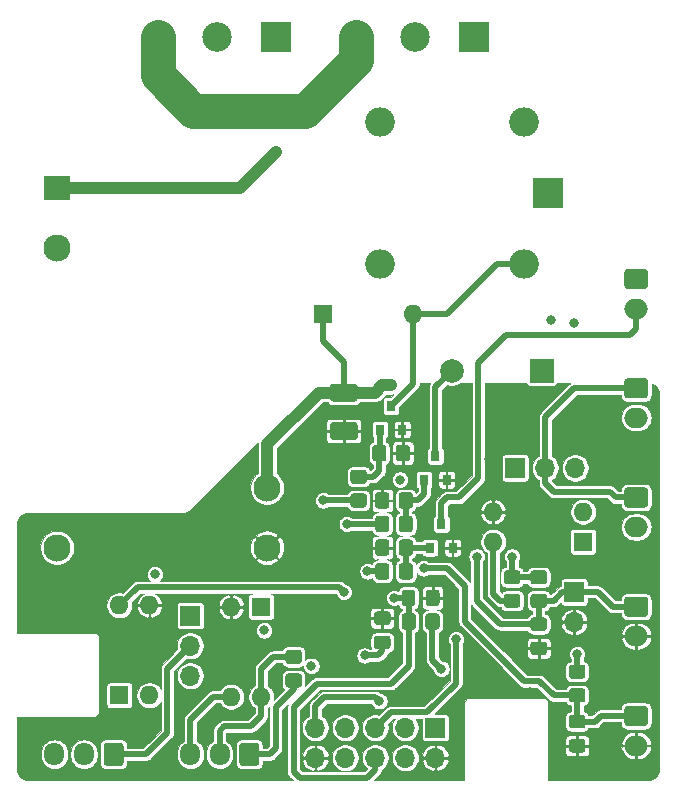
<source format=gtl>
G04 #@! TF.GenerationSoftware,KiCad,Pcbnew,(5.1.6)-1*
G04 #@! TF.CreationDate,2021-05-04T19:23:38+03:00*
G04 #@! TF.ProjectId,APC,4150432e-6b69-4636-9164-5f7063625858,rev?*
G04 #@! TF.SameCoordinates,Original*
G04 #@! TF.FileFunction,Copper,L1,Top*
G04 #@! TF.FilePolarity,Positive*
%FSLAX46Y46*%
G04 Gerber Fmt 4.6, Leading zero omitted, Abs format (unit mm)*
G04 Created by KiCad (PCBNEW (5.1.6)-1) date 2021-05-04 19:23:38*
%MOMM*%
%LPD*%
G01*
G04 APERTURE LIST*
G04 #@! TA.AperFunction,ComponentPad*
%ADD10O,1.600000X1.600000*%
G04 #@! TD*
G04 #@! TA.AperFunction,ComponentPad*
%ADD11R,1.600000X1.600000*%
G04 #@! TD*
G04 #@! TA.AperFunction,ComponentPad*
%ADD12O,1.700000X1.700000*%
G04 #@! TD*
G04 #@! TA.AperFunction,ComponentPad*
%ADD13R,1.700000X1.700000*%
G04 #@! TD*
G04 #@! TA.AperFunction,ComponentPad*
%ADD14O,2.000000X1.700000*%
G04 #@! TD*
G04 #@! TA.AperFunction,ComponentPad*
%ADD15C,2.300000*%
G04 #@! TD*
G04 #@! TA.AperFunction,ComponentPad*
%ADD16R,2.300000X2.000000*%
G04 #@! TD*
G04 #@! TA.AperFunction,SMDPad,CuDef*
%ADD17R,0.800000X0.900000*%
G04 #@! TD*
G04 #@! TA.AperFunction,ComponentPad*
%ADD18O,2.500000X2.500000*%
G04 #@! TD*
G04 #@! TA.AperFunction,ComponentPad*
%ADD19R,2.500000X2.500000*%
G04 #@! TD*
G04 #@! TA.AperFunction,ComponentPad*
%ADD20C,2.500000*%
G04 #@! TD*
G04 #@! TA.AperFunction,ComponentPad*
%ADD21O,1.700000X1.950000*%
G04 #@! TD*
G04 #@! TA.AperFunction,ComponentPad*
%ADD22C,2.000000*%
G04 #@! TD*
G04 #@! TA.AperFunction,ComponentPad*
%ADD23R,2.000000X2.000000*%
G04 #@! TD*
G04 #@! TA.AperFunction,ViaPad*
%ADD24C,0.800000*%
G04 #@! TD*
G04 #@! TA.AperFunction,Conductor*
%ADD25C,0.500000*%
G04 #@! TD*
G04 #@! TA.AperFunction,Conductor*
%ADD26C,1.000000*%
G04 #@! TD*
G04 #@! TA.AperFunction,Conductor*
%ADD27C,3.000000*%
G04 #@! TD*
G04 #@! TA.AperFunction,Conductor*
%ADD28C,0.100000*%
G04 #@! TD*
G04 APERTURE END LIST*
D10*
X109500000Y-92870000D03*
X106960000Y-85250000D03*
X106960000Y-92870000D03*
D11*
X109500000Y-85250000D03*
D12*
X114090000Y-98040000D03*
X114090000Y-95500000D03*
X116630000Y-98040000D03*
X116630000Y-95500000D03*
X119170000Y-98040000D03*
X119170000Y-95500000D03*
X121710000Y-98040000D03*
X121710000Y-95500000D03*
X124250000Y-98040000D03*
D13*
X124250000Y-95500000D03*
G04 #@! TA.AperFunction,SMDPad,CuDef*
G36*
G01*
X136700001Y-95550000D02*
X135799999Y-95550000D01*
G75*
G02*
X135550000Y-95300001I0J249999D01*
G01*
X135550000Y-94649999D01*
G75*
G02*
X135799999Y-94400000I249999J0D01*
G01*
X136700001Y-94400000D01*
G75*
G02*
X136950000Y-94649999I0J-249999D01*
G01*
X136950000Y-95300001D01*
G75*
G02*
X136700001Y-95550000I-249999J0D01*
G01*
G37*
G04 #@! TD.AperFunction*
G04 #@! TA.AperFunction,SMDPad,CuDef*
G36*
G01*
X136700001Y-97600000D02*
X135799999Y-97600000D01*
G75*
G02*
X135550000Y-97350001I0J249999D01*
G01*
X135550000Y-96699999D01*
G75*
G02*
X135799999Y-96450000I249999J0D01*
G01*
X136700001Y-96450000D01*
G75*
G02*
X136950000Y-96699999I0J-249999D01*
G01*
X136950000Y-97350001D01*
G75*
G02*
X136700001Y-97600000I-249999J0D01*
G01*
G37*
G04 #@! TD.AperFunction*
G04 #@! TA.AperFunction,SMDPad,CuDef*
G36*
G01*
X133450001Y-87300000D02*
X132549999Y-87300000D01*
G75*
G02*
X132300000Y-87050001I0J249999D01*
G01*
X132300000Y-86399999D01*
G75*
G02*
X132549999Y-86150000I249999J0D01*
G01*
X133450001Y-86150000D01*
G75*
G02*
X133700000Y-86399999I0J-249999D01*
G01*
X133700000Y-87050001D01*
G75*
G02*
X133450001Y-87300000I-249999J0D01*
G01*
G37*
G04 #@! TD.AperFunction*
G04 #@! TA.AperFunction,SMDPad,CuDef*
G36*
G01*
X133450001Y-89350000D02*
X132549999Y-89350000D01*
G75*
G02*
X132300000Y-89100001I0J249999D01*
G01*
X132300000Y-88449999D01*
G75*
G02*
X132549999Y-88200000I249999J0D01*
G01*
X133450001Y-88200000D01*
G75*
G02*
X133700000Y-88449999I0J-249999D01*
G01*
X133700000Y-89100001D01*
G75*
G02*
X133450001Y-89350000I-249999J0D01*
G01*
G37*
G04 #@! TD.AperFunction*
G04 #@! TA.AperFunction,SMDPad,CuDef*
G36*
G01*
X119299999Y-87700000D02*
X120200001Y-87700000D01*
G75*
G02*
X120450000Y-87949999I0J-249999D01*
G01*
X120450000Y-88600001D01*
G75*
G02*
X120200001Y-88850000I-249999J0D01*
G01*
X119299999Y-88850000D01*
G75*
G02*
X119050000Y-88600001I0J249999D01*
G01*
X119050000Y-87949999D01*
G75*
G02*
X119299999Y-87700000I249999J0D01*
G01*
G37*
G04 #@! TD.AperFunction*
G04 #@! TA.AperFunction,SMDPad,CuDef*
G36*
G01*
X119299999Y-85650000D02*
X120200001Y-85650000D01*
G75*
G02*
X120450000Y-85899999I0J-249999D01*
G01*
X120450000Y-86550001D01*
G75*
G02*
X120200001Y-86800000I-249999J0D01*
G01*
X119299999Y-86800000D01*
G75*
G02*
X119050000Y-86550001I0J249999D01*
G01*
X119050000Y-85899999D01*
G75*
G02*
X119299999Y-85650000I249999J0D01*
G01*
G37*
G04 #@! TD.AperFunction*
G04 #@! TA.AperFunction,SMDPad,CuDef*
G36*
G01*
X122550000Y-84049999D02*
X122550000Y-84950001D01*
G75*
G02*
X122300001Y-85200000I-249999J0D01*
G01*
X121649999Y-85200000D01*
G75*
G02*
X121400000Y-84950001I0J249999D01*
G01*
X121400000Y-84049999D01*
G75*
G02*
X121649999Y-83800000I249999J0D01*
G01*
X122300001Y-83800000D01*
G75*
G02*
X122550000Y-84049999I0J-249999D01*
G01*
G37*
G04 #@! TD.AperFunction*
G04 #@! TA.AperFunction,SMDPad,CuDef*
G36*
G01*
X124600000Y-84049999D02*
X124600000Y-84950001D01*
G75*
G02*
X124350001Y-85200000I-249999J0D01*
G01*
X123699999Y-85200000D01*
G75*
G02*
X123450000Y-84950001I0J249999D01*
G01*
X123450000Y-84049999D01*
G75*
G02*
X123699999Y-83800000I249999J0D01*
G01*
X124350001Y-83800000D01*
G75*
G02*
X124600000Y-84049999I0J-249999D01*
G01*
G37*
G04 #@! TD.AperFunction*
D10*
X122370000Y-60500000D03*
D11*
X114750000Y-60500000D03*
D12*
X136000000Y-86540000D03*
D13*
X136000000Y-84000000D03*
D14*
X141250000Y-78500000D03*
G04 #@! TA.AperFunction,ComponentPad*
G36*
G01*
X140500000Y-75150000D02*
X142000000Y-75150000D01*
G75*
G02*
X142250000Y-75400000I0J-250000D01*
G01*
X142250000Y-76600000D01*
G75*
G02*
X142000000Y-76850000I-250000J0D01*
G01*
X140500000Y-76850000D01*
G75*
G02*
X140250000Y-76600000I0J250000D01*
G01*
X140250000Y-75400000D01*
G75*
G02*
X140500000Y-75150000I250000J0D01*
G01*
G37*
G04 #@! TD.AperFunction*
D15*
X110000000Y-75170000D03*
X110000000Y-80250000D03*
X92220000Y-54850000D03*
D16*
X92220000Y-49770000D03*
D15*
X92220000Y-80250000D03*
D10*
X129130000Y-79750000D03*
X136750000Y-77210000D03*
X129130000Y-77210000D03*
D11*
X136750000Y-79750000D03*
D10*
X97500000Y-85130000D03*
X100040000Y-92750000D03*
X100040000Y-85130000D03*
D11*
X97500000Y-92750000D03*
G04 #@! TA.AperFunction,SMDPad,CuDef*
G36*
G01*
X111799999Y-90900000D02*
X112700001Y-90900000D01*
G75*
G02*
X112950000Y-91149999I0J-249999D01*
G01*
X112950000Y-91850001D01*
G75*
G02*
X112700001Y-92100000I-249999J0D01*
G01*
X111799999Y-92100000D01*
G75*
G02*
X111550000Y-91850001I0J249999D01*
G01*
X111550000Y-91149999D01*
G75*
G02*
X111799999Y-90900000I249999J0D01*
G01*
G37*
G04 #@! TD.AperFunction*
G04 #@! TA.AperFunction,SMDPad,CuDef*
G36*
G01*
X111799999Y-88900000D02*
X112700001Y-88900000D01*
G75*
G02*
X112950000Y-89149999I0J-249999D01*
G01*
X112950000Y-89850001D01*
G75*
G02*
X112700001Y-90100000I-249999J0D01*
G01*
X111799999Y-90100000D01*
G75*
G02*
X111550000Y-89850001I0J249999D01*
G01*
X111550000Y-89149999D01*
G75*
G02*
X111799999Y-88900000I249999J0D01*
G01*
G37*
G04 #@! TD.AperFunction*
G04 #@! TA.AperFunction,SMDPad,CuDef*
G36*
G01*
X131200001Y-83350000D02*
X130299999Y-83350000D01*
G75*
G02*
X130050000Y-83100001I0J249999D01*
G01*
X130050000Y-82399999D01*
G75*
G02*
X130299999Y-82150000I249999J0D01*
G01*
X131200001Y-82150000D01*
G75*
G02*
X131450000Y-82399999I0J-249999D01*
G01*
X131450000Y-83100001D01*
G75*
G02*
X131200001Y-83350000I-249999J0D01*
G01*
G37*
G04 #@! TD.AperFunction*
G04 #@! TA.AperFunction,SMDPad,CuDef*
G36*
G01*
X131200001Y-85350000D02*
X130299999Y-85350000D01*
G75*
G02*
X130050000Y-85100001I0J249999D01*
G01*
X130050000Y-84399999D01*
G75*
G02*
X130299999Y-84150000I249999J0D01*
G01*
X131200001Y-84150000D01*
G75*
G02*
X131450000Y-84399999I0J-249999D01*
G01*
X131450000Y-85100001D01*
G75*
G02*
X131200001Y-85350000I-249999J0D01*
G01*
G37*
G04 #@! TD.AperFunction*
G04 #@! TA.AperFunction,SMDPad,CuDef*
G36*
G01*
X136700001Y-91350000D02*
X135799999Y-91350000D01*
G75*
G02*
X135550000Y-91100001I0J249999D01*
G01*
X135550000Y-90399999D01*
G75*
G02*
X135799999Y-90150000I249999J0D01*
G01*
X136700001Y-90150000D01*
G75*
G02*
X136950000Y-90399999I0J-249999D01*
G01*
X136950000Y-91100001D01*
G75*
G02*
X136700001Y-91350000I-249999J0D01*
G01*
G37*
G04 #@! TD.AperFunction*
G04 #@! TA.AperFunction,SMDPad,CuDef*
G36*
G01*
X136700001Y-93350000D02*
X135799999Y-93350000D01*
G75*
G02*
X135550000Y-93100001I0J249999D01*
G01*
X135550000Y-92399999D01*
G75*
G02*
X135799999Y-92150000I249999J0D01*
G01*
X136700001Y-92150000D01*
G75*
G02*
X136950000Y-92399999I0J-249999D01*
G01*
X136950000Y-93100001D01*
G75*
G02*
X136700001Y-93350000I-249999J0D01*
G01*
G37*
G04 #@! TD.AperFunction*
G04 #@! TA.AperFunction,SMDPad,CuDef*
G36*
G01*
X133450001Y-83350000D02*
X132549999Y-83350000D01*
G75*
G02*
X132300000Y-83100001I0J249999D01*
G01*
X132300000Y-82399999D01*
G75*
G02*
X132549999Y-82150000I249999J0D01*
G01*
X133450001Y-82150000D01*
G75*
G02*
X133700000Y-82399999I0J-249999D01*
G01*
X133700000Y-83100001D01*
G75*
G02*
X133450001Y-83350000I-249999J0D01*
G01*
G37*
G04 #@! TD.AperFunction*
G04 #@! TA.AperFunction,SMDPad,CuDef*
G36*
G01*
X133450001Y-85350000D02*
X132549999Y-85350000D01*
G75*
G02*
X132300000Y-85100001I0J249999D01*
G01*
X132300000Y-84399999D01*
G75*
G02*
X132549999Y-84150000I249999J0D01*
G01*
X133450001Y-84150000D01*
G75*
G02*
X133700000Y-84399999I0J-249999D01*
G01*
X133700000Y-85100001D01*
G75*
G02*
X133450001Y-85350000I-249999J0D01*
G01*
G37*
G04 #@! TD.AperFunction*
G04 #@! TA.AperFunction,SMDPad,CuDef*
G36*
G01*
X121150000Y-80700001D02*
X121150000Y-79799999D01*
G75*
G02*
X121399999Y-79550000I249999J0D01*
G01*
X122100001Y-79550000D01*
G75*
G02*
X122350000Y-79799999I0J-249999D01*
G01*
X122350000Y-80700001D01*
G75*
G02*
X122100001Y-80950000I-249999J0D01*
G01*
X121399999Y-80950000D01*
G75*
G02*
X121150000Y-80700001I0J249999D01*
G01*
G37*
G04 #@! TD.AperFunction*
G04 #@! TA.AperFunction,SMDPad,CuDef*
G36*
G01*
X119150000Y-80700001D02*
X119150000Y-79799999D01*
G75*
G02*
X119399999Y-79550000I249999J0D01*
G01*
X120100001Y-79550000D01*
G75*
G02*
X120350000Y-79799999I0J-249999D01*
G01*
X120350000Y-80700001D01*
G75*
G02*
X120100001Y-80950000I-249999J0D01*
G01*
X119399999Y-80950000D01*
G75*
G02*
X119150000Y-80700001I0J249999D01*
G01*
G37*
G04 #@! TD.AperFunction*
G04 #@! TA.AperFunction,SMDPad,CuDef*
G36*
G01*
X120100000Y-71799999D02*
X120100000Y-72700001D01*
G75*
G02*
X119850001Y-72950000I-249999J0D01*
G01*
X119149999Y-72950000D01*
G75*
G02*
X118900000Y-72700001I0J249999D01*
G01*
X118900000Y-71799999D01*
G75*
G02*
X119149999Y-71550000I249999J0D01*
G01*
X119850001Y-71550000D01*
G75*
G02*
X120100000Y-71799999I0J-249999D01*
G01*
G37*
G04 #@! TD.AperFunction*
G04 #@! TA.AperFunction,SMDPad,CuDef*
G36*
G01*
X122100000Y-71799999D02*
X122100000Y-72700001D01*
G75*
G02*
X121850001Y-72950000I-249999J0D01*
G01*
X121149999Y-72950000D01*
G75*
G02*
X120900000Y-72700001I0J249999D01*
G01*
X120900000Y-71799999D01*
G75*
G02*
X121149999Y-71550000I249999J0D01*
G01*
X121850001Y-71550000D01*
G75*
G02*
X122100000Y-71799999I0J-249999D01*
G01*
G37*
G04 #@! TD.AperFunction*
G04 #@! TA.AperFunction,SMDPad,CuDef*
G36*
G01*
X120350000Y-81799999D02*
X120350000Y-82700001D01*
G75*
G02*
X120100001Y-82950000I-249999J0D01*
G01*
X119399999Y-82950000D01*
G75*
G02*
X119150000Y-82700001I0J249999D01*
G01*
X119150000Y-81799999D01*
G75*
G02*
X119399999Y-81550000I249999J0D01*
G01*
X120100001Y-81550000D01*
G75*
G02*
X120350000Y-81799999I0J-249999D01*
G01*
G37*
G04 #@! TD.AperFunction*
G04 #@! TA.AperFunction,SMDPad,CuDef*
G36*
G01*
X122350000Y-81799999D02*
X122350000Y-82700001D01*
G75*
G02*
X122100001Y-82950000I-249999J0D01*
G01*
X121399999Y-82950000D01*
G75*
G02*
X121150000Y-82700001I0J249999D01*
G01*
X121150000Y-81799999D01*
G75*
G02*
X121399999Y-81550000I249999J0D01*
G01*
X122100001Y-81550000D01*
G75*
G02*
X122350000Y-81799999I0J-249999D01*
G01*
G37*
G04 #@! TD.AperFunction*
G04 #@! TA.AperFunction,SMDPad,CuDef*
G36*
G01*
X117299999Y-75650000D02*
X118200001Y-75650000D01*
G75*
G02*
X118450000Y-75899999I0J-249999D01*
G01*
X118450000Y-76600001D01*
G75*
G02*
X118200001Y-76850000I-249999J0D01*
G01*
X117299999Y-76850000D01*
G75*
G02*
X117050000Y-76600001I0J249999D01*
G01*
X117050000Y-75899999D01*
G75*
G02*
X117299999Y-75650000I249999J0D01*
G01*
G37*
G04 #@! TD.AperFunction*
G04 #@! TA.AperFunction,SMDPad,CuDef*
G36*
G01*
X117299999Y-73650000D02*
X118200001Y-73650000D01*
G75*
G02*
X118450000Y-73899999I0J-249999D01*
G01*
X118450000Y-74600001D01*
G75*
G02*
X118200001Y-74850000I-249999J0D01*
G01*
X117299999Y-74850000D01*
G75*
G02*
X117050000Y-74600001I0J249999D01*
G01*
X117050000Y-73899999D01*
G75*
G02*
X117299999Y-73650000I249999J0D01*
G01*
G37*
G04 #@! TD.AperFunction*
G04 #@! TA.AperFunction,SMDPad,CuDef*
G36*
G01*
X121150000Y-76700001D02*
X121150000Y-75799999D01*
G75*
G02*
X121399999Y-75550000I249999J0D01*
G01*
X122100001Y-75550000D01*
G75*
G02*
X122350000Y-75799999I0J-249999D01*
G01*
X122350000Y-76700001D01*
G75*
G02*
X122100001Y-76950000I-249999J0D01*
G01*
X121399999Y-76950000D01*
G75*
G02*
X121150000Y-76700001I0J249999D01*
G01*
G37*
G04 #@! TD.AperFunction*
G04 #@! TA.AperFunction,SMDPad,CuDef*
G36*
G01*
X119150000Y-76700001D02*
X119150000Y-75799999D01*
G75*
G02*
X119399999Y-75550000I249999J0D01*
G01*
X120100001Y-75550000D01*
G75*
G02*
X120350000Y-75799999I0J-249999D01*
G01*
X120350000Y-76700001D01*
G75*
G02*
X120100001Y-76950000I-249999J0D01*
G01*
X119399999Y-76950000D01*
G75*
G02*
X119150000Y-76700001I0J249999D01*
G01*
G37*
G04 #@! TD.AperFunction*
G04 #@! TA.AperFunction,SMDPad,CuDef*
G36*
G01*
X120350000Y-77799999D02*
X120350000Y-78700001D01*
G75*
G02*
X120100001Y-78950000I-249999J0D01*
G01*
X119399999Y-78950000D01*
G75*
G02*
X119150000Y-78700001I0J249999D01*
G01*
X119150000Y-77799999D01*
G75*
G02*
X119399999Y-77550000I249999J0D01*
G01*
X120100001Y-77550000D01*
G75*
G02*
X120350000Y-77799999I0J-249999D01*
G01*
G37*
G04 #@! TD.AperFunction*
G04 #@! TA.AperFunction,SMDPad,CuDef*
G36*
G01*
X122350000Y-77799999D02*
X122350000Y-78700001D01*
G75*
G02*
X122100001Y-78950000I-249999J0D01*
G01*
X121399999Y-78950000D01*
G75*
G02*
X121150000Y-78700001I0J249999D01*
G01*
X121150000Y-77799999D01*
G75*
G02*
X121399999Y-77550000I249999J0D01*
G01*
X122100001Y-77550000D01*
G75*
G02*
X122350000Y-77799999I0J-249999D01*
G01*
G37*
G04 #@! TD.AperFunction*
G04 #@! TA.AperFunction,SMDPad,CuDef*
G36*
G01*
X123400000Y-86950001D02*
X123400000Y-86049999D01*
G75*
G02*
X123649999Y-85800000I249999J0D01*
G01*
X124350001Y-85800000D01*
G75*
G02*
X124600000Y-86049999I0J-249999D01*
G01*
X124600000Y-86950001D01*
G75*
G02*
X124350001Y-87200000I-249999J0D01*
G01*
X123649999Y-87200000D01*
G75*
G02*
X123400000Y-86950001I0J249999D01*
G01*
G37*
G04 #@! TD.AperFunction*
G04 #@! TA.AperFunction,SMDPad,CuDef*
G36*
G01*
X121400000Y-86950001D02*
X121400000Y-86049999D01*
G75*
G02*
X121649999Y-85800000I249999J0D01*
G01*
X122350001Y-85800000D01*
G75*
G02*
X122600000Y-86049999I0J-249999D01*
G01*
X122600000Y-86950001D01*
G75*
G02*
X122350001Y-87200000I-249999J0D01*
G01*
X121649999Y-87200000D01*
G75*
G02*
X121400000Y-86950001I0J249999D01*
G01*
G37*
G04 #@! TD.AperFunction*
D17*
X124750000Y-78250000D03*
X125700000Y-80250000D03*
X123800000Y-80250000D03*
X120500000Y-68250000D03*
X121450000Y-70250000D03*
X119550000Y-70250000D03*
X124250000Y-72500000D03*
X125200000Y-74500000D03*
X123300000Y-74500000D03*
D18*
X131750000Y-56250000D03*
X119550000Y-56250000D03*
X119550000Y-44250000D03*
X131750000Y-44250000D03*
D19*
X133750000Y-50250000D03*
D20*
X117500000Y-37000000D03*
X122500000Y-37000000D03*
D19*
X127500000Y-37000000D03*
D14*
X141250000Y-69250000D03*
G04 #@! TA.AperFunction,ComponentPad*
G36*
G01*
X140500000Y-65900000D02*
X142000000Y-65900000D01*
G75*
G02*
X142250000Y-66150000I0J-250000D01*
G01*
X142250000Y-67350000D01*
G75*
G02*
X142000000Y-67600000I-250000J0D01*
G01*
X140500000Y-67600000D01*
G75*
G02*
X140250000Y-67350000I0J250000D01*
G01*
X140250000Y-66150000D01*
G75*
G02*
X140500000Y-65900000I250000J0D01*
G01*
G37*
G04 #@! TD.AperFunction*
D12*
X136080000Y-73500000D03*
X133540000Y-73500000D03*
D13*
X131000000Y-73500000D03*
D21*
X92000000Y-97750000D03*
X94500000Y-97750000D03*
G04 #@! TA.AperFunction,ComponentPad*
G36*
G01*
X97850000Y-97025000D02*
X97850000Y-98475000D01*
G75*
G02*
X97600000Y-98725000I-250000J0D01*
G01*
X96400000Y-98725000D01*
G75*
G02*
X96150000Y-98475000I0J250000D01*
G01*
X96150000Y-97025000D01*
G75*
G02*
X96400000Y-96775000I250000J0D01*
G01*
X97600000Y-96775000D01*
G75*
G02*
X97850000Y-97025000I0J-250000D01*
G01*
G37*
G04 #@! TD.AperFunction*
D12*
X103500000Y-91080000D03*
X103500000Y-88540000D03*
D13*
X103500000Y-86000000D03*
D21*
X103500000Y-97750000D03*
X106000000Y-97750000D03*
G04 #@! TA.AperFunction,ComponentPad*
G36*
G01*
X109350000Y-97025000D02*
X109350000Y-98475000D01*
G75*
G02*
X109100000Y-98725000I-250000J0D01*
G01*
X107900000Y-98725000D01*
G75*
G02*
X107650000Y-98475000I0J250000D01*
G01*
X107650000Y-97025000D01*
G75*
G02*
X107900000Y-96775000I250000J0D01*
G01*
X109100000Y-96775000D01*
G75*
G02*
X109350000Y-97025000I0J-250000D01*
G01*
G37*
G04 #@! TD.AperFunction*
D20*
X100750000Y-37000000D03*
X105750000Y-37000000D03*
D19*
X110750000Y-37000000D03*
D14*
X141250000Y-97000000D03*
G04 #@! TA.AperFunction,ComponentPad*
G36*
G01*
X140500000Y-93650000D02*
X142000000Y-93650000D01*
G75*
G02*
X142250000Y-93900000I0J-250000D01*
G01*
X142250000Y-95100000D01*
G75*
G02*
X142000000Y-95350000I-250000J0D01*
G01*
X140500000Y-95350000D01*
G75*
G02*
X140250000Y-95100000I0J250000D01*
G01*
X140250000Y-93900000D01*
G75*
G02*
X140500000Y-93650000I250000J0D01*
G01*
G37*
G04 #@! TD.AperFunction*
X141250000Y-87750000D03*
G04 #@! TA.AperFunction,ComponentPad*
G36*
G01*
X140500000Y-84400000D02*
X142000000Y-84400000D01*
G75*
G02*
X142250000Y-84650000I0J-250000D01*
G01*
X142250000Y-85850000D01*
G75*
G02*
X142000000Y-86100000I-250000J0D01*
G01*
X140500000Y-86100000D01*
G75*
G02*
X140250000Y-85850000I0J250000D01*
G01*
X140250000Y-84650000D01*
G75*
G02*
X140500000Y-84400000I250000J0D01*
G01*
G37*
G04 #@! TD.AperFunction*
X141250000Y-60000000D03*
G04 #@! TA.AperFunction,ComponentPad*
G36*
G01*
X140500000Y-56650000D02*
X142000000Y-56650000D01*
G75*
G02*
X142250000Y-56900000I0J-250000D01*
G01*
X142250000Y-58100000D01*
G75*
G02*
X142000000Y-58350000I-250000J0D01*
G01*
X140500000Y-58350000D01*
G75*
G02*
X140250000Y-58100000I0J250000D01*
G01*
X140250000Y-56900000D01*
G75*
G02*
X140500000Y-56650000I250000J0D01*
G01*
G37*
G04 #@! TD.AperFunction*
G04 #@! TA.AperFunction,SMDPad,CuDef*
G36*
G01*
X115575000Y-69625000D02*
X117425000Y-69625000D01*
G75*
G02*
X117675000Y-69875000I0J-250000D01*
G01*
X117675000Y-70875000D01*
G75*
G02*
X117425000Y-71125000I-250000J0D01*
G01*
X115575000Y-71125000D01*
G75*
G02*
X115325000Y-70875000I0J250000D01*
G01*
X115325000Y-69875000D01*
G75*
G02*
X115575000Y-69625000I250000J0D01*
G01*
G37*
G04 #@! TD.AperFunction*
G04 #@! TA.AperFunction,SMDPad,CuDef*
G36*
G01*
X115575000Y-66375000D02*
X117425000Y-66375000D01*
G75*
G02*
X117675000Y-66625000I0J-250000D01*
G01*
X117675000Y-67625000D01*
G75*
G02*
X117425000Y-67875000I-250000J0D01*
G01*
X115575000Y-67875000D01*
G75*
G02*
X115325000Y-67625000I0J250000D01*
G01*
X115325000Y-66625000D01*
G75*
G02*
X115575000Y-66375000I250000J0D01*
G01*
G37*
G04 #@! TD.AperFunction*
D22*
X125650000Y-65250000D03*
D23*
X133250000Y-65250000D03*
D24*
X113750000Y-90250000D03*
X130750000Y-81000000D03*
X136250000Y-89250000D03*
X136000000Y-61250000D03*
X120500000Y-66500000D03*
X124750000Y-90500000D03*
X134000000Y-61000000D03*
X121250000Y-74500000D03*
X100500000Y-82500000D03*
X109750000Y-87250000D03*
X120750000Y-84500000D03*
X119500000Y-84500000D03*
X118250000Y-84500000D03*
X116750000Y-85750000D03*
X118000000Y-85750000D03*
X116500000Y-82500000D03*
X116500000Y-80000000D03*
X123250000Y-78250000D03*
X124000000Y-83000000D03*
X114500000Y-87750000D03*
X131250000Y-88750000D03*
X133000000Y-90500000D03*
X123000000Y-71250000D03*
X123000000Y-70000000D03*
X115750000Y-72000000D03*
X114500000Y-72000000D03*
X114000000Y-70500000D03*
X126250000Y-73250000D03*
X126250000Y-72000000D03*
X128750000Y-75250000D03*
X126250000Y-74500000D03*
X114500000Y-73250000D03*
X114500000Y-74500000D03*
X113250000Y-74500000D03*
X113250000Y-73250000D03*
X113250000Y-72000000D03*
X118750000Y-68750000D03*
X115500000Y-94000000D03*
X118000000Y-94000000D03*
X134750000Y-88750000D03*
X136250000Y-98750000D03*
X134750000Y-98750000D03*
X137750000Y-98750000D03*
X115750000Y-73250000D03*
X115750000Y-74500000D03*
X123750000Y-92000000D03*
X129250000Y-91250000D03*
X134250000Y-90500000D03*
X134500000Y-95000000D03*
X137750000Y-89250000D03*
X107500000Y-80000000D03*
X107500000Y-81250000D03*
X107500000Y-78750000D03*
X107500000Y-77500000D03*
X108750000Y-77500000D03*
X110000000Y-77500000D03*
X111250000Y-77500000D03*
X116500000Y-81250000D03*
X117500000Y-83250000D03*
X126250000Y-77000000D03*
X128750000Y-72750000D03*
X132500000Y-81000000D03*
X134000000Y-81000000D03*
X135500000Y-81750000D03*
X137500000Y-81750000D03*
X109750000Y-88500000D03*
X108000000Y-87250000D03*
X108000000Y-88500000D03*
X108000000Y-90000000D03*
X106500000Y-90000000D03*
X106500000Y-88500000D03*
X106500000Y-87250000D03*
X129250000Y-92500000D03*
X130750000Y-92500000D03*
X132250000Y-92500000D03*
X134500000Y-96500000D03*
X134500000Y-97750000D03*
X134500000Y-93750000D03*
X118250000Y-89375000D03*
X127750000Y-81000000D03*
X123250000Y-82000000D03*
X119500000Y-93250000D03*
X126000000Y-88000000D03*
X110750000Y-46750000D03*
X116750000Y-78250000D03*
X114750000Y-76250000D03*
X118500000Y-82250000D03*
X116500000Y-84000000D03*
D25*
X124250000Y-66650000D02*
X125650000Y-65250000D01*
X124250000Y-72500000D02*
X124250000Y-66650000D01*
X130750000Y-81000000D02*
X130750000Y-82750000D01*
X130750000Y-82750000D02*
X133000000Y-82750000D01*
X136250000Y-90750000D02*
X136250000Y-89250000D01*
D26*
X116500000Y-67125000D02*
X114375000Y-67125000D01*
X110000000Y-71500000D02*
X110000000Y-75170000D01*
X114375000Y-67125000D02*
X110000000Y-71500000D01*
D25*
X124000000Y-86500000D02*
X124000000Y-89750000D01*
X124000000Y-89750000D02*
X124750000Y-90500000D01*
D26*
X119750000Y-66500000D02*
X120500000Y-66500000D01*
X119125000Y-67125000D02*
X119750000Y-66500000D01*
X116500000Y-67125000D02*
X119125000Y-67125000D01*
D25*
X114750000Y-60500000D02*
X114750000Y-62750000D01*
X116500000Y-64500000D02*
X116500000Y-67125000D01*
X114750000Y-62750000D02*
X116500000Y-64500000D01*
X122000000Y-84525000D02*
X121975000Y-84500000D01*
X122000000Y-86500000D02*
X122000000Y-84525000D01*
X121975000Y-84500000D02*
X120750000Y-84500000D01*
X118500000Y-99750000D02*
X119170000Y-99080000D01*
X112750000Y-99750000D02*
X118500000Y-99750000D01*
X119170000Y-99080000D02*
X119170000Y-98040000D01*
X122000000Y-90250000D02*
X120500000Y-91750000D01*
X114250000Y-91750000D02*
X112250000Y-93750000D01*
X122000000Y-86500000D02*
X122000000Y-90250000D01*
X112250000Y-99250000D02*
X112750000Y-99750000D01*
X120500000Y-91750000D02*
X114250000Y-91750000D01*
X112250000Y-93750000D02*
X112250000Y-99250000D01*
X118250000Y-89375000D02*
X119375000Y-89375000D01*
X119750000Y-89000000D02*
X119750000Y-88275000D01*
X119375000Y-89375000D02*
X119750000Y-89000000D01*
X141250000Y-85250000D02*
X139250000Y-85250000D01*
X138000000Y-84000000D02*
X136000000Y-84000000D01*
X139250000Y-85250000D02*
X138000000Y-84000000D01*
X136000000Y-84000000D02*
X135000000Y-84000000D01*
X134250000Y-84750000D02*
X133000000Y-84750000D01*
X135000000Y-84000000D02*
X134250000Y-84750000D01*
X133000000Y-84750000D02*
X133000000Y-86725000D01*
X133000000Y-86725000D02*
X129725000Y-86725000D01*
X129725000Y-86725000D02*
X127750000Y-84750000D01*
X127750000Y-84750000D02*
X127750000Y-81000000D01*
X136250000Y-94975000D02*
X136250000Y-92750000D01*
X136250000Y-94975000D02*
X137775000Y-94975000D01*
X138250000Y-94500000D02*
X141250000Y-94500000D01*
X137775000Y-94975000D02*
X138250000Y-94500000D01*
X131791988Y-91549990D02*
X133049990Y-91549990D01*
X134250000Y-92750000D02*
X136250000Y-92750000D01*
X126750000Y-83500000D02*
X126750000Y-86508002D01*
X125250000Y-82000000D02*
X126750000Y-83500000D01*
X133049990Y-91549990D02*
X134250000Y-92750000D01*
X123250000Y-82000000D02*
X125250000Y-82000000D01*
X131791988Y-91549990D02*
X126750000Y-86508002D01*
X122370000Y-60500000D02*
X125250000Y-60500000D01*
X129500000Y-56250000D02*
X131750000Y-56250000D01*
X125250000Y-60500000D02*
X129500000Y-56250000D01*
X122370000Y-66380000D02*
X120500000Y-68250000D01*
X122370000Y-60500000D02*
X122370000Y-66380000D01*
X114090000Y-93660000D02*
X114090000Y-95500000D01*
X114850001Y-92899999D02*
X114090000Y-93660000D01*
X119149999Y-92899999D02*
X114850001Y-92899999D01*
X119500000Y-93250000D02*
X119149999Y-92899999D01*
X120470001Y-94199999D02*
X119170000Y-95500000D01*
X123550001Y-94199999D02*
X120470001Y-94199999D01*
X126000000Y-91750000D02*
X123550001Y-94199999D01*
X126000000Y-88000000D02*
X126000000Y-91750000D01*
X141250000Y-61750000D02*
X141250000Y-60000000D01*
X140750000Y-62250000D02*
X141250000Y-61750000D01*
X130250000Y-62250000D02*
X140750000Y-62250000D01*
X127875000Y-64625000D02*
X130250000Y-62250000D01*
X126250000Y-76000000D02*
X127875000Y-74375000D01*
X124750000Y-78250000D02*
X124750000Y-76500000D01*
X125250000Y-76000000D02*
X126250000Y-76000000D01*
X124750000Y-76500000D02*
X125250000Y-76000000D01*
X127875000Y-74375000D02*
X127875000Y-64625000D01*
X139500000Y-76000000D02*
X141250000Y-76000000D01*
X139000000Y-75500000D02*
X139500000Y-76000000D01*
X134250000Y-75500000D02*
X139000000Y-75500000D01*
X133540000Y-73500000D02*
X133540000Y-74790000D01*
X133540000Y-74790000D02*
X134250000Y-75500000D01*
X136000000Y-66750000D02*
X141250000Y-66750000D01*
X133540000Y-73500000D02*
X133540000Y-69210000D01*
X133540000Y-69210000D02*
X136000000Y-66750000D01*
D27*
X100750000Y-37000000D02*
X100750000Y-40250000D01*
X100750000Y-40250000D02*
X103750000Y-43250000D01*
X103750000Y-43250000D02*
X113250000Y-43250000D01*
X117500000Y-39000000D02*
X117500000Y-37000000D01*
X113250000Y-43250000D02*
X117500000Y-39000000D01*
D26*
X107730000Y-49770000D02*
X110750000Y-46750000D01*
X92220000Y-49770000D02*
X107730000Y-49770000D01*
D25*
X103500000Y-94830000D02*
X105460000Y-92870000D01*
X103500000Y-97750000D02*
X103500000Y-94830000D01*
X105460000Y-92870000D02*
X106960000Y-92870000D01*
X109500000Y-92870000D02*
X109500000Y-90500000D01*
X110500000Y-89500000D02*
X112250000Y-89500000D01*
X109500000Y-90500000D02*
X110500000Y-89500000D01*
X106000000Y-95750000D02*
X106000000Y-97750000D01*
X106375000Y-95375000D02*
X106000000Y-95750000D01*
X108625000Y-95375000D02*
X106375000Y-95375000D01*
X109500000Y-92870000D02*
X109500000Y-94500000D01*
X109500000Y-94500000D02*
X108625000Y-95375000D01*
X110250000Y-97750000D02*
X108500000Y-97750000D01*
X110750000Y-97250000D02*
X110250000Y-97750000D01*
X110750000Y-93750000D02*
X110750000Y-97250000D01*
X112250000Y-92250000D02*
X110750000Y-93750000D01*
X112250000Y-91500000D02*
X112250000Y-92250000D01*
X99750000Y-97750000D02*
X97000000Y-97750000D01*
X101540001Y-95959999D02*
X99750000Y-97750000D01*
X101540001Y-90499999D02*
X101540001Y-95959999D01*
X103500000Y-88540000D02*
X101540001Y-90499999D01*
X121750000Y-78250000D02*
X121750000Y-76250000D01*
X123300000Y-74500000D02*
X123300000Y-75700000D01*
X122750000Y-76250000D02*
X121750000Y-76250000D01*
X123300000Y-75700000D02*
X122750000Y-76250000D01*
X119550000Y-72200000D02*
X119500000Y-72250000D01*
X119550000Y-70250000D02*
X119550000Y-72200000D01*
X119500000Y-72250000D02*
X119500000Y-73750000D01*
X119000000Y-74250000D02*
X117750000Y-74250000D01*
X119500000Y-73750000D02*
X119000000Y-74250000D01*
X121750000Y-82250000D02*
X121750000Y-80250000D01*
X123800000Y-80250000D02*
X121750000Y-80250000D01*
X119750000Y-78250000D02*
X116750000Y-78250000D01*
X117750000Y-76250000D02*
X117250000Y-76250000D01*
X117750000Y-76250000D02*
X114750000Y-76250000D01*
X118500000Y-82250000D02*
X119750000Y-82250000D01*
X116500000Y-84000000D02*
X116100001Y-83600001D01*
X99029999Y-83600001D02*
X97500000Y-85130000D01*
X116100001Y-83600001D02*
X99029999Y-83600001D01*
X130750000Y-84750000D02*
X129750000Y-84750000D01*
X129130000Y-84130000D02*
X129130000Y-79750000D01*
X129750000Y-84750000D02*
X129130000Y-84130000D01*
D28*
G36*
X123790479Y-66342958D02*
G01*
X123752524Y-66413969D01*
X123739409Y-66438506D01*
X123707959Y-66542181D01*
X123707189Y-66550000D01*
X123697340Y-66650000D01*
X123700001Y-66677018D01*
X123700000Y-71790011D01*
X123682523Y-71799353D01*
X123636842Y-71836842D01*
X123599353Y-71882523D01*
X123571496Y-71934640D01*
X123554341Y-71991190D01*
X123548549Y-72050000D01*
X123548549Y-72950000D01*
X123554341Y-73008810D01*
X123571496Y-73065360D01*
X123599353Y-73117477D01*
X123636842Y-73163158D01*
X123682523Y-73200647D01*
X123734640Y-73228504D01*
X123791190Y-73245659D01*
X123850000Y-73251451D01*
X124650000Y-73251451D01*
X124708810Y-73245659D01*
X124765360Y-73228504D01*
X124817477Y-73200647D01*
X124863158Y-73163158D01*
X124900647Y-73117477D01*
X124928504Y-73065360D01*
X124945659Y-73008810D01*
X124951451Y-72950000D01*
X124951451Y-72050000D01*
X124945659Y-71991190D01*
X124928504Y-71934640D01*
X124900647Y-71882523D01*
X124863158Y-71836842D01*
X124817477Y-71799353D01*
X124800000Y-71790011D01*
X124800000Y-66877817D01*
X125205023Y-66472795D01*
X125270804Y-66500042D01*
X125521961Y-66550000D01*
X125778039Y-66550000D01*
X126029196Y-66500042D01*
X126265781Y-66402045D01*
X126418502Y-66300000D01*
X127325001Y-66300000D01*
X127325000Y-74147182D01*
X126022183Y-75450000D01*
X125277011Y-75450000D01*
X125250000Y-75447340D01*
X125222989Y-75450000D01*
X125222982Y-75450000D01*
X125142181Y-75457958D01*
X125038505Y-75489408D01*
X124999859Y-75510065D01*
X124942958Y-75540479D01*
X124859210Y-75609210D01*
X124841987Y-75630196D01*
X124380191Y-76091992D01*
X124359211Y-76109210D01*
X124341993Y-76130190D01*
X124341987Y-76130196D01*
X124290479Y-76192958D01*
X124258568Y-76252661D01*
X124239409Y-76288506D01*
X124219064Y-76355575D01*
X124207959Y-76392182D01*
X124197340Y-76500000D01*
X124200001Y-76527018D01*
X124200000Y-77540011D01*
X124182523Y-77549353D01*
X124136842Y-77586842D01*
X124099353Y-77632523D01*
X124071496Y-77684640D01*
X124054341Y-77741190D01*
X124048549Y-77800000D01*
X124048549Y-78700000D01*
X124054341Y-78758810D01*
X124071496Y-78815360D01*
X124099353Y-78867477D01*
X124136842Y-78913158D01*
X124182523Y-78950647D01*
X124234640Y-78978504D01*
X124291190Y-78995659D01*
X124350000Y-79001451D01*
X125150000Y-79001451D01*
X125208810Y-78995659D01*
X125265360Y-78978504D01*
X125317477Y-78950647D01*
X125363158Y-78913158D01*
X125400647Y-78867477D01*
X125428504Y-78815360D01*
X125445659Y-78758810D01*
X125451451Y-78700000D01*
X125451451Y-78500000D01*
X139944436Y-78500000D01*
X139966640Y-78725439D01*
X140032398Y-78942215D01*
X140139184Y-79141997D01*
X140282893Y-79317107D01*
X140458003Y-79460816D01*
X140657785Y-79567602D01*
X140874561Y-79633360D01*
X141043508Y-79650000D01*
X141456492Y-79650000D01*
X141625439Y-79633360D01*
X141842215Y-79567602D01*
X142041997Y-79460816D01*
X142217107Y-79317107D01*
X142360816Y-79141997D01*
X142467602Y-78942215D01*
X142533360Y-78725439D01*
X142555564Y-78500000D01*
X142533360Y-78274561D01*
X142467602Y-78057785D01*
X142360816Y-77858003D01*
X142217107Y-77682893D01*
X142041997Y-77539184D01*
X141842215Y-77432398D01*
X141625439Y-77366640D01*
X141456492Y-77350000D01*
X141043508Y-77350000D01*
X140874561Y-77366640D01*
X140657785Y-77432398D01*
X140458003Y-77539184D01*
X140282893Y-77682893D01*
X140139184Y-77858003D01*
X140032398Y-78057785D01*
X139966640Y-78274561D01*
X139944436Y-78500000D01*
X125451451Y-78500000D01*
X125451451Y-77800000D01*
X125445659Y-77741190D01*
X125428504Y-77684640D01*
X125400647Y-77632523D01*
X125363158Y-77586842D01*
X125317477Y-77549353D01*
X125300000Y-77540011D01*
X125300000Y-77455754D01*
X128057804Y-77455754D01*
X128101963Y-77601345D01*
X128198064Y-77794385D01*
X128329979Y-77964968D01*
X128492638Y-78106538D01*
X128679791Y-78213654D01*
X128884245Y-78282200D01*
X129055000Y-78232444D01*
X129055000Y-77285000D01*
X129205000Y-77285000D01*
X129205000Y-78232444D01*
X129375755Y-78282200D01*
X129580209Y-78213654D01*
X129767362Y-78106538D01*
X129930021Y-77964968D01*
X130061936Y-77794385D01*
X130158037Y-77601345D01*
X130202196Y-77455754D01*
X130152252Y-77285000D01*
X129205000Y-77285000D01*
X129055000Y-77285000D01*
X128107748Y-77285000D01*
X128057804Y-77455754D01*
X125300000Y-77455754D01*
X125300000Y-76964246D01*
X128057804Y-76964246D01*
X128107748Y-77135000D01*
X129055000Y-77135000D01*
X129055000Y-76187556D01*
X129205000Y-76187556D01*
X129205000Y-77135000D01*
X130152252Y-77135000D01*
X130162003Y-77101659D01*
X135650000Y-77101659D01*
X135650000Y-77318341D01*
X135692273Y-77530858D01*
X135775193Y-77731045D01*
X135895575Y-77911209D01*
X136048791Y-78064425D01*
X136228955Y-78184807D01*
X136429142Y-78267727D01*
X136641659Y-78310000D01*
X136858341Y-78310000D01*
X137070858Y-78267727D01*
X137271045Y-78184807D01*
X137451209Y-78064425D01*
X137604425Y-77911209D01*
X137724807Y-77731045D01*
X137807727Y-77530858D01*
X137850000Y-77318341D01*
X137850000Y-77101659D01*
X137807727Y-76889142D01*
X137724807Y-76688955D01*
X137604425Y-76508791D01*
X137451209Y-76355575D01*
X137271045Y-76235193D01*
X137070858Y-76152273D01*
X136858341Y-76110000D01*
X136641659Y-76110000D01*
X136429142Y-76152273D01*
X136228955Y-76235193D01*
X136048791Y-76355575D01*
X135895575Y-76508791D01*
X135775193Y-76688955D01*
X135692273Y-76889142D01*
X135650000Y-77101659D01*
X130162003Y-77101659D01*
X130202196Y-76964246D01*
X130158037Y-76818655D01*
X130061936Y-76625615D01*
X129930021Y-76455032D01*
X129767362Y-76313462D01*
X129580209Y-76206346D01*
X129375755Y-76137800D01*
X129205000Y-76187556D01*
X129055000Y-76187556D01*
X128884245Y-76137800D01*
X128679791Y-76206346D01*
X128492638Y-76313462D01*
X128329979Y-76455032D01*
X128198064Y-76625615D01*
X128101963Y-76818655D01*
X128057804Y-76964246D01*
X125300000Y-76964246D01*
X125300000Y-76727817D01*
X125477817Y-76550000D01*
X126222992Y-76550000D01*
X126250000Y-76552660D01*
X126277008Y-76550000D01*
X126277018Y-76550000D01*
X126357819Y-76542042D01*
X126461494Y-76510592D01*
X126557042Y-76459521D01*
X126640790Y-76390790D01*
X126658013Y-76369804D01*
X128244810Y-74783008D01*
X128265790Y-74765790D01*
X128283008Y-74744810D01*
X128283013Y-74744805D01*
X128334521Y-74682043D01*
X128363137Y-74628504D01*
X128385592Y-74586494D01*
X128417042Y-74482819D01*
X128425000Y-74402018D01*
X128425000Y-74402009D01*
X128427660Y-74375001D01*
X128425000Y-74347993D01*
X128425000Y-72650000D01*
X129848549Y-72650000D01*
X129848549Y-74350000D01*
X129854341Y-74408810D01*
X129871496Y-74465360D01*
X129899353Y-74517477D01*
X129936842Y-74563158D01*
X129982523Y-74600647D01*
X130034640Y-74628504D01*
X130091190Y-74645659D01*
X130150000Y-74651451D01*
X131850000Y-74651451D01*
X131908810Y-74645659D01*
X131965360Y-74628504D01*
X132017477Y-74600647D01*
X132063158Y-74563158D01*
X132100647Y-74517477D01*
X132128504Y-74465360D01*
X132145659Y-74408810D01*
X132151451Y-74350000D01*
X132151451Y-72650000D01*
X132145659Y-72591190D01*
X132128504Y-72534640D01*
X132100647Y-72482523D01*
X132063158Y-72436842D01*
X132017477Y-72399353D01*
X131965360Y-72371496D01*
X131908810Y-72354341D01*
X131850000Y-72348549D01*
X130150000Y-72348549D01*
X130091190Y-72354341D01*
X130034640Y-72371496D01*
X129982523Y-72399353D01*
X129936842Y-72436842D01*
X129899353Y-72482523D01*
X129871496Y-72534640D01*
X129854341Y-72591190D01*
X129848549Y-72650000D01*
X128425000Y-72650000D01*
X128425000Y-66300000D01*
X131953473Y-66300000D01*
X131954341Y-66308810D01*
X131971496Y-66365360D01*
X131999353Y-66417477D01*
X132036842Y-66463158D01*
X132082523Y-66500647D01*
X132134640Y-66528504D01*
X132191190Y-66545659D01*
X132250000Y-66551451D01*
X134250000Y-66551451D01*
X134308810Y-66545659D01*
X134365360Y-66528504D01*
X134417477Y-66500647D01*
X134463158Y-66463158D01*
X134500647Y-66417477D01*
X134528504Y-66365360D01*
X134545659Y-66308810D01*
X134546527Y-66300000D01*
X135681357Y-66300000D01*
X135630195Y-66341987D01*
X135630190Y-66341992D01*
X135609210Y-66359210D01*
X135591992Y-66380190D01*
X133170191Y-68801992D01*
X133149211Y-68819210D01*
X133131993Y-68840190D01*
X133131987Y-68840196D01*
X133080479Y-68902958D01*
X133029409Y-68998506D01*
X132997959Y-69102182D01*
X132987340Y-69210000D01*
X132990001Y-69237018D01*
X132990000Y-72484406D01*
X132806918Y-72606737D01*
X132646737Y-72766918D01*
X132520884Y-72955271D01*
X132434194Y-73164557D01*
X132390000Y-73386735D01*
X132390000Y-73613265D01*
X132434194Y-73835443D01*
X132520884Y-74044729D01*
X132646737Y-74233082D01*
X132806918Y-74393263D01*
X132990001Y-74515595D01*
X132990001Y-74762982D01*
X132987340Y-74790000D01*
X132990001Y-74817018D01*
X132997959Y-74897819D01*
X133007012Y-74927661D01*
X133029409Y-75001494D01*
X133080479Y-75097042D01*
X133131987Y-75159804D01*
X133131993Y-75159810D01*
X133149211Y-75180790D01*
X133170191Y-75198008D01*
X133841987Y-75869804D01*
X133859210Y-75890790D01*
X133880196Y-75908013D01*
X133941621Y-75958424D01*
X133942958Y-75959521D01*
X134038506Y-76010592D01*
X134142181Y-76042042D01*
X134222982Y-76050000D01*
X134222989Y-76050000D01*
X134250000Y-76052660D01*
X134277011Y-76050000D01*
X138772183Y-76050000D01*
X139091987Y-76369804D01*
X139109210Y-76390790D01*
X139130196Y-76408013D01*
X139192958Y-76459521D01*
X139288505Y-76510592D01*
X139392178Y-76542041D01*
X139392181Y-76542042D01*
X139472982Y-76550000D01*
X139472989Y-76550000D01*
X139500000Y-76552660D01*
X139527011Y-76550000D01*
X139948549Y-76550000D01*
X139948549Y-76600000D01*
X139959145Y-76707583D01*
X139990526Y-76811031D01*
X140041485Y-76906370D01*
X140110065Y-76989935D01*
X140193630Y-77058515D01*
X140288969Y-77109474D01*
X140392417Y-77140855D01*
X140500000Y-77151451D01*
X142000000Y-77151451D01*
X142107583Y-77140855D01*
X142211031Y-77109474D01*
X142306370Y-77058515D01*
X142389935Y-76989935D01*
X142458515Y-76906370D01*
X142509474Y-76811031D01*
X142540855Y-76707583D01*
X142551451Y-76600000D01*
X142551451Y-75400000D01*
X142540855Y-75292417D01*
X142509474Y-75188969D01*
X142458515Y-75093630D01*
X142389935Y-75010065D01*
X142306370Y-74941485D01*
X142211031Y-74890526D01*
X142107583Y-74859145D01*
X142000000Y-74848549D01*
X140500000Y-74848549D01*
X140392417Y-74859145D01*
X140288969Y-74890526D01*
X140193630Y-74941485D01*
X140110065Y-75010065D01*
X140041485Y-75093630D01*
X139990526Y-75188969D01*
X139959145Y-75292417D01*
X139948549Y-75400000D01*
X139948549Y-75450000D01*
X139727817Y-75450000D01*
X139408013Y-75130196D01*
X139390790Y-75109210D01*
X139307042Y-75040479D01*
X139211494Y-74989408D01*
X139107819Y-74957958D01*
X139027018Y-74950000D01*
X139027008Y-74950000D01*
X139000000Y-74947340D01*
X138972992Y-74950000D01*
X134477817Y-74950000D01*
X134090000Y-74562183D01*
X134090000Y-74515594D01*
X134273082Y-74393263D01*
X134433263Y-74233082D01*
X134559116Y-74044729D01*
X134645806Y-73835443D01*
X134690000Y-73613265D01*
X134690000Y-73386735D01*
X134930000Y-73386735D01*
X134930000Y-73613265D01*
X134974194Y-73835443D01*
X135060884Y-74044729D01*
X135186737Y-74233082D01*
X135346918Y-74393263D01*
X135535271Y-74519116D01*
X135744557Y-74605806D01*
X135966735Y-74650000D01*
X136193265Y-74650000D01*
X136415443Y-74605806D01*
X136624729Y-74519116D01*
X136813082Y-74393263D01*
X136973263Y-74233082D01*
X137099116Y-74044729D01*
X137185806Y-73835443D01*
X137230000Y-73613265D01*
X137230000Y-73386735D01*
X137185806Y-73164557D01*
X137099116Y-72955271D01*
X136973263Y-72766918D01*
X136813082Y-72606737D01*
X136624729Y-72480884D01*
X136415443Y-72394194D01*
X136193265Y-72350000D01*
X135966735Y-72350000D01*
X135744557Y-72394194D01*
X135535271Y-72480884D01*
X135346918Y-72606737D01*
X135186737Y-72766918D01*
X135060884Y-72955271D01*
X134974194Y-73164557D01*
X134930000Y-73386735D01*
X134690000Y-73386735D01*
X134645806Y-73164557D01*
X134559116Y-72955271D01*
X134433263Y-72766918D01*
X134273082Y-72606737D01*
X134090000Y-72484406D01*
X134090000Y-69437817D01*
X134277817Y-69250000D01*
X139944436Y-69250000D01*
X139966640Y-69475439D01*
X140032398Y-69692215D01*
X140139184Y-69891997D01*
X140282893Y-70067107D01*
X140458003Y-70210816D01*
X140657785Y-70317602D01*
X140874561Y-70383360D01*
X141043508Y-70400000D01*
X141456492Y-70400000D01*
X141625439Y-70383360D01*
X141842215Y-70317602D01*
X142041997Y-70210816D01*
X142217107Y-70067107D01*
X142360816Y-69891997D01*
X142467602Y-69692215D01*
X142533360Y-69475439D01*
X142555564Y-69250000D01*
X142533360Y-69024561D01*
X142467602Y-68807785D01*
X142360816Y-68608003D01*
X142217107Y-68432893D01*
X142041997Y-68289184D01*
X141842215Y-68182398D01*
X141625439Y-68116640D01*
X141456492Y-68100000D01*
X141043508Y-68100000D01*
X140874561Y-68116640D01*
X140657785Y-68182398D01*
X140458003Y-68289184D01*
X140282893Y-68432893D01*
X140139184Y-68608003D01*
X140032398Y-68807785D01*
X139966640Y-69024561D01*
X139944436Y-69250000D01*
X134277817Y-69250000D01*
X136227818Y-67300000D01*
X139948549Y-67300000D01*
X139948549Y-67350000D01*
X139959145Y-67457583D01*
X139990526Y-67561031D01*
X140041485Y-67656370D01*
X140110065Y-67739935D01*
X140193630Y-67808515D01*
X140288969Y-67859474D01*
X140392417Y-67890855D01*
X140500000Y-67901451D01*
X142000000Y-67901451D01*
X142107583Y-67890855D01*
X142211031Y-67859474D01*
X142306370Y-67808515D01*
X142389935Y-67739935D01*
X142458515Y-67656370D01*
X142509474Y-67561031D01*
X142540855Y-67457583D01*
X142551451Y-67350000D01*
X142551451Y-66353728D01*
X142613456Y-66372537D01*
X142777655Y-66460303D01*
X142921580Y-66578420D01*
X143039697Y-66722345D01*
X143127463Y-66886544D01*
X143181509Y-67064712D01*
X143200000Y-67252454D01*
X143200000Y-98997546D01*
X143181509Y-99185288D01*
X143127463Y-99363456D01*
X143039697Y-99527655D01*
X142921580Y-99671580D01*
X142777655Y-99789697D01*
X142613456Y-99877463D01*
X142435288Y-99931509D01*
X142247546Y-99950000D01*
X133800000Y-99950000D01*
X133800000Y-97600000D01*
X135248548Y-97600000D01*
X135254340Y-97658810D01*
X135271495Y-97715361D01*
X135299352Y-97767478D01*
X135336841Y-97813159D01*
X135382522Y-97850648D01*
X135434639Y-97878505D01*
X135491190Y-97895660D01*
X135550000Y-97901452D01*
X136100000Y-97900000D01*
X136175000Y-97825000D01*
X136175000Y-97100000D01*
X136325000Y-97100000D01*
X136325000Y-97825000D01*
X136400000Y-97900000D01*
X136950000Y-97901452D01*
X137008810Y-97895660D01*
X137065361Y-97878505D01*
X137117478Y-97850648D01*
X137163159Y-97813159D01*
X137200648Y-97767478D01*
X137228505Y-97715361D01*
X137245660Y-97658810D01*
X137251452Y-97600000D01*
X137250269Y-97253593D01*
X139978309Y-97253593D01*
X140008837Y-97370795D01*
X140102142Y-97576546D01*
X140233794Y-97760140D01*
X140398734Y-97914522D01*
X140590623Y-98033760D01*
X140802087Y-98113271D01*
X141025000Y-98150000D01*
X141175000Y-98150000D01*
X141175000Y-97075000D01*
X141325000Y-97075000D01*
X141325000Y-98150000D01*
X141475000Y-98150000D01*
X141697913Y-98113271D01*
X141909377Y-98033760D01*
X142101266Y-97914522D01*
X142266206Y-97760140D01*
X142397858Y-97576546D01*
X142491163Y-97370795D01*
X142521691Y-97253593D01*
X142472381Y-97075000D01*
X141325000Y-97075000D01*
X141175000Y-97075000D01*
X140027619Y-97075000D01*
X139978309Y-97253593D01*
X137250269Y-97253593D01*
X137250000Y-97175000D01*
X137175000Y-97100000D01*
X136325000Y-97100000D01*
X136175000Y-97100000D01*
X135325000Y-97100000D01*
X135250000Y-97175000D01*
X135248548Y-97600000D01*
X133800000Y-97600000D01*
X133800000Y-96450000D01*
X135248548Y-96450000D01*
X135250000Y-96875000D01*
X135325000Y-96950000D01*
X136175000Y-96950000D01*
X136175000Y-96225000D01*
X136325000Y-96225000D01*
X136325000Y-96950000D01*
X137175000Y-96950000D01*
X137250000Y-96875000D01*
X137250439Y-96746407D01*
X139978309Y-96746407D01*
X140027619Y-96925000D01*
X141175000Y-96925000D01*
X141175000Y-95850000D01*
X141325000Y-95850000D01*
X141325000Y-96925000D01*
X142472381Y-96925000D01*
X142521691Y-96746407D01*
X142491163Y-96629205D01*
X142397858Y-96423454D01*
X142266206Y-96239860D01*
X142101266Y-96085478D01*
X141909377Y-95966240D01*
X141697913Y-95886729D01*
X141475000Y-95850000D01*
X141325000Y-95850000D01*
X141175000Y-95850000D01*
X141025000Y-95850000D01*
X140802087Y-95886729D01*
X140590623Y-95966240D01*
X140398734Y-96085478D01*
X140233794Y-96239860D01*
X140102142Y-96423454D01*
X140008837Y-96629205D01*
X139978309Y-96746407D01*
X137250439Y-96746407D01*
X137251452Y-96450000D01*
X137245660Y-96391190D01*
X137228505Y-96334639D01*
X137200648Y-96282522D01*
X137163159Y-96236841D01*
X137117478Y-96199352D01*
X137065361Y-96171495D01*
X137008810Y-96154340D01*
X136950000Y-96148548D01*
X136400000Y-96150000D01*
X136325000Y-96225000D01*
X136175000Y-96225000D01*
X136100000Y-96150000D01*
X135550000Y-96148548D01*
X135491190Y-96154340D01*
X135434639Y-96171495D01*
X135382522Y-96199352D01*
X135336841Y-96236841D01*
X135299352Y-96282522D01*
X135271495Y-96334639D01*
X135254340Y-96391190D01*
X135248548Y-96450000D01*
X133800000Y-96450000D01*
X133800000Y-93250000D01*
X133799039Y-93240245D01*
X133796194Y-93230866D01*
X133791573Y-93222221D01*
X133785355Y-93214645D01*
X133535355Y-92964645D01*
X133527779Y-92958427D01*
X133519134Y-92953806D01*
X133509755Y-92950961D01*
X133500000Y-92950000D01*
X127000000Y-92950000D01*
X126990245Y-92950961D01*
X126980866Y-92953806D01*
X126972221Y-92958427D01*
X126964645Y-92964645D01*
X126714645Y-93214645D01*
X126708427Y-93222221D01*
X126703806Y-93230866D01*
X126700961Y-93240245D01*
X126700000Y-93250000D01*
X126700000Y-99950000D01*
X119077818Y-99950000D01*
X119539809Y-99488008D01*
X119560790Y-99470790D01*
X119578008Y-99449810D01*
X119578013Y-99449805D01*
X119629521Y-99387043D01*
X119676142Y-99299819D01*
X119680592Y-99291494D01*
X119712042Y-99187819D01*
X119720000Y-99107018D01*
X119720000Y-99107009D01*
X119722660Y-99080001D01*
X119720240Y-99055433D01*
X119903082Y-98933263D01*
X120063263Y-98773082D01*
X120189116Y-98584729D01*
X120275806Y-98375443D01*
X120320000Y-98153265D01*
X120320000Y-97926735D01*
X120560000Y-97926735D01*
X120560000Y-98153265D01*
X120604194Y-98375443D01*
X120690884Y-98584729D01*
X120816737Y-98773082D01*
X120976918Y-98933263D01*
X121165271Y-99059116D01*
X121374557Y-99145806D01*
X121596735Y-99190000D01*
X121823265Y-99190000D01*
X122045443Y-99145806D01*
X122254729Y-99059116D01*
X122443082Y-98933263D01*
X122603263Y-98773082D01*
X122729116Y-98584729D01*
X122815806Y-98375443D01*
X122832086Y-98293594D01*
X123128306Y-98293594D01*
X123199333Y-98507553D01*
X123310736Y-98703544D01*
X123458235Y-98874036D01*
X123636161Y-99012476D01*
X123837676Y-99113544D01*
X123996407Y-99161691D01*
X124175000Y-99112381D01*
X124175000Y-98115000D01*
X124325000Y-98115000D01*
X124325000Y-99112381D01*
X124503593Y-99161691D01*
X124662324Y-99113544D01*
X124863839Y-99012476D01*
X125041765Y-98874036D01*
X125189264Y-98703544D01*
X125300667Y-98507553D01*
X125371694Y-98293594D01*
X125322555Y-98115000D01*
X124325000Y-98115000D01*
X124175000Y-98115000D01*
X123177445Y-98115000D01*
X123128306Y-98293594D01*
X122832086Y-98293594D01*
X122860000Y-98153265D01*
X122860000Y-97926735D01*
X122832087Y-97786406D01*
X123128306Y-97786406D01*
X123177445Y-97965000D01*
X124175000Y-97965000D01*
X124175000Y-96967619D01*
X124325000Y-96967619D01*
X124325000Y-97965000D01*
X125322555Y-97965000D01*
X125371694Y-97786406D01*
X125300667Y-97572447D01*
X125189264Y-97376456D01*
X125041765Y-97205964D01*
X124863839Y-97067524D01*
X124662324Y-96966456D01*
X124503593Y-96918309D01*
X124325000Y-96967619D01*
X124175000Y-96967619D01*
X123996407Y-96918309D01*
X123837676Y-96966456D01*
X123636161Y-97067524D01*
X123458235Y-97205964D01*
X123310736Y-97376456D01*
X123199333Y-97572447D01*
X123128306Y-97786406D01*
X122832087Y-97786406D01*
X122815806Y-97704557D01*
X122729116Y-97495271D01*
X122603263Y-97306918D01*
X122443082Y-97146737D01*
X122254729Y-97020884D01*
X122045443Y-96934194D01*
X121823265Y-96890000D01*
X121596735Y-96890000D01*
X121374557Y-96934194D01*
X121165271Y-97020884D01*
X120976918Y-97146737D01*
X120816737Y-97306918D01*
X120690884Y-97495271D01*
X120604194Y-97704557D01*
X120560000Y-97926735D01*
X120320000Y-97926735D01*
X120275806Y-97704557D01*
X120189116Y-97495271D01*
X120063263Y-97306918D01*
X119903082Y-97146737D01*
X119714729Y-97020884D01*
X119505443Y-96934194D01*
X119283265Y-96890000D01*
X119056735Y-96890000D01*
X118834557Y-96934194D01*
X118625271Y-97020884D01*
X118436918Y-97146737D01*
X118276737Y-97306918D01*
X118150884Y-97495271D01*
X118064194Y-97704557D01*
X118020000Y-97926735D01*
X118020000Y-98153265D01*
X118064194Y-98375443D01*
X118150884Y-98584729D01*
X118276737Y-98773082D01*
X118436918Y-98933263D01*
X118498063Y-98974119D01*
X118272183Y-99200000D01*
X112977817Y-99200000D01*
X112800000Y-99022183D01*
X112800000Y-98293594D01*
X112968306Y-98293594D01*
X113039333Y-98507553D01*
X113150736Y-98703544D01*
X113298235Y-98874036D01*
X113476161Y-99012476D01*
X113677676Y-99113544D01*
X113836407Y-99161691D01*
X114015000Y-99112381D01*
X114015000Y-98115000D01*
X114165000Y-98115000D01*
X114165000Y-99112381D01*
X114343593Y-99161691D01*
X114502324Y-99113544D01*
X114703839Y-99012476D01*
X114881765Y-98874036D01*
X115029264Y-98703544D01*
X115140667Y-98507553D01*
X115211694Y-98293594D01*
X115162555Y-98115000D01*
X114165000Y-98115000D01*
X114015000Y-98115000D01*
X113017445Y-98115000D01*
X112968306Y-98293594D01*
X112800000Y-98293594D01*
X112800000Y-97786406D01*
X112968306Y-97786406D01*
X113017445Y-97965000D01*
X114015000Y-97965000D01*
X114015000Y-96967619D01*
X114165000Y-96967619D01*
X114165000Y-97965000D01*
X115162555Y-97965000D01*
X115173083Y-97926735D01*
X115480000Y-97926735D01*
X115480000Y-98153265D01*
X115524194Y-98375443D01*
X115610884Y-98584729D01*
X115736737Y-98773082D01*
X115896918Y-98933263D01*
X116085271Y-99059116D01*
X116294557Y-99145806D01*
X116516735Y-99190000D01*
X116743265Y-99190000D01*
X116965443Y-99145806D01*
X117174729Y-99059116D01*
X117363082Y-98933263D01*
X117523263Y-98773082D01*
X117649116Y-98584729D01*
X117735806Y-98375443D01*
X117780000Y-98153265D01*
X117780000Y-97926735D01*
X117735806Y-97704557D01*
X117649116Y-97495271D01*
X117523263Y-97306918D01*
X117363082Y-97146737D01*
X117174729Y-97020884D01*
X116965443Y-96934194D01*
X116743265Y-96890000D01*
X116516735Y-96890000D01*
X116294557Y-96934194D01*
X116085271Y-97020884D01*
X115896918Y-97146737D01*
X115736737Y-97306918D01*
X115610884Y-97495271D01*
X115524194Y-97704557D01*
X115480000Y-97926735D01*
X115173083Y-97926735D01*
X115211694Y-97786406D01*
X115140667Y-97572447D01*
X115029264Y-97376456D01*
X114881765Y-97205964D01*
X114703839Y-97067524D01*
X114502324Y-96966456D01*
X114343593Y-96918309D01*
X114165000Y-96967619D01*
X114015000Y-96967619D01*
X113836407Y-96918309D01*
X113677676Y-96966456D01*
X113476161Y-97067524D01*
X113298235Y-97205964D01*
X113150736Y-97376456D01*
X113039333Y-97572447D01*
X112968306Y-97786406D01*
X112800000Y-97786406D01*
X112800000Y-95386735D01*
X112940000Y-95386735D01*
X112940000Y-95613265D01*
X112984194Y-95835443D01*
X113070884Y-96044729D01*
X113196737Y-96233082D01*
X113356918Y-96393263D01*
X113545271Y-96519116D01*
X113754557Y-96605806D01*
X113976735Y-96650000D01*
X114203265Y-96650000D01*
X114425443Y-96605806D01*
X114634729Y-96519116D01*
X114823082Y-96393263D01*
X114983263Y-96233082D01*
X115109116Y-96044729D01*
X115195806Y-95835443D01*
X115240000Y-95613265D01*
X115240000Y-95386735D01*
X115480000Y-95386735D01*
X115480000Y-95613265D01*
X115524194Y-95835443D01*
X115610884Y-96044729D01*
X115736737Y-96233082D01*
X115896918Y-96393263D01*
X116085271Y-96519116D01*
X116294557Y-96605806D01*
X116516735Y-96650000D01*
X116743265Y-96650000D01*
X116965443Y-96605806D01*
X117174729Y-96519116D01*
X117363082Y-96393263D01*
X117523263Y-96233082D01*
X117649116Y-96044729D01*
X117735806Y-95835443D01*
X117780000Y-95613265D01*
X117780000Y-95386735D01*
X118020000Y-95386735D01*
X118020000Y-95613265D01*
X118064194Y-95835443D01*
X118150884Y-96044729D01*
X118276737Y-96233082D01*
X118436918Y-96393263D01*
X118625271Y-96519116D01*
X118834557Y-96605806D01*
X119056735Y-96650000D01*
X119283265Y-96650000D01*
X119505443Y-96605806D01*
X119714729Y-96519116D01*
X119903082Y-96393263D01*
X120063263Y-96233082D01*
X120189116Y-96044729D01*
X120275806Y-95835443D01*
X120320000Y-95613265D01*
X120320000Y-95386735D01*
X120277043Y-95170775D01*
X120697819Y-94749999D01*
X120833656Y-94749999D01*
X120816737Y-94766918D01*
X120690884Y-94955271D01*
X120604194Y-95164557D01*
X120560000Y-95386735D01*
X120560000Y-95613265D01*
X120604194Y-95835443D01*
X120690884Y-96044729D01*
X120816737Y-96233082D01*
X120976918Y-96393263D01*
X121165271Y-96519116D01*
X121374557Y-96605806D01*
X121596735Y-96650000D01*
X121823265Y-96650000D01*
X122045443Y-96605806D01*
X122254729Y-96519116D01*
X122443082Y-96393263D01*
X122603263Y-96233082D01*
X122729116Y-96044729D01*
X122815806Y-95835443D01*
X122860000Y-95613265D01*
X122860000Y-95386735D01*
X122815806Y-95164557D01*
X122729116Y-94955271D01*
X122603263Y-94766918D01*
X122586344Y-94749999D01*
X123098549Y-94749999D01*
X123098549Y-96350000D01*
X123104341Y-96408810D01*
X123121496Y-96465360D01*
X123149353Y-96517477D01*
X123186842Y-96563158D01*
X123232523Y-96600647D01*
X123284640Y-96628504D01*
X123341190Y-96645659D01*
X123400000Y-96651451D01*
X125100000Y-96651451D01*
X125158810Y-96645659D01*
X125215360Y-96628504D01*
X125267477Y-96600647D01*
X125313158Y-96563158D01*
X125350647Y-96517477D01*
X125378504Y-96465360D01*
X125395659Y-96408810D01*
X125401451Y-96350000D01*
X125401451Y-94650000D01*
X125395659Y-94591190D01*
X125378504Y-94534640D01*
X125350647Y-94482523D01*
X125313158Y-94436842D01*
X125267477Y-94399353D01*
X125215360Y-94371496D01*
X125158810Y-94354341D01*
X125100000Y-94348549D01*
X124179268Y-94348549D01*
X126369804Y-92158013D01*
X126390790Y-92140790D01*
X126459521Y-92057042D01*
X126469428Y-92038507D01*
X126510592Y-91961495D01*
X126542042Y-91857819D01*
X126546448Y-91813082D01*
X126550000Y-91777018D01*
X126550000Y-91777011D01*
X126552660Y-91750000D01*
X126550000Y-91722989D01*
X126550000Y-88436834D01*
X126620332Y-88331574D01*
X126673099Y-88204182D01*
X126700000Y-88068944D01*
X126700000Y-87931056D01*
X126673099Y-87795818D01*
X126620332Y-87668426D01*
X126543726Y-87553776D01*
X126446224Y-87456274D01*
X126331574Y-87379668D01*
X126204182Y-87326901D01*
X126068944Y-87300000D01*
X125931056Y-87300000D01*
X125795818Y-87326901D01*
X125668426Y-87379668D01*
X125553776Y-87456274D01*
X125456274Y-87553776D01*
X125379668Y-87668426D01*
X125326901Y-87795818D01*
X125300000Y-87931056D01*
X125300000Y-88068944D01*
X125326901Y-88204182D01*
X125379668Y-88331574D01*
X125450000Y-88436834D01*
X125450001Y-91522182D01*
X123322184Y-93649999D01*
X120497008Y-93649999D01*
X120470000Y-93647339D01*
X120442992Y-93649999D01*
X120442983Y-93649999D01*
X120362182Y-93657957D01*
X120258507Y-93689407D01*
X120220876Y-93709521D01*
X120162958Y-93740478D01*
X120100196Y-93791986D01*
X120100191Y-93791991D01*
X120079211Y-93809209D01*
X120061993Y-93830189D01*
X119499225Y-94392957D01*
X119283265Y-94350000D01*
X119056735Y-94350000D01*
X118834557Y-94394194D01*
X118625271Y-94480884D01*
X118436918Y-94606737D01*
X118276737Y-94766918D01*
X118150884Y-94955271D01*
X118064194Y-95164557D01*
X118020000Y-95386735D01*
X117780000Y-95386735D01*
X117735806Y-95164557D01*
X117649116Y-94955271D01*
X117523263Y-94766918D01*
X117363082Y-94606737D01*
X117174729Y-94480884D01*
X116965443Y-94394194D01*
X116743265Y-94350000D01*
X116516735Y-94350000D01*
X116294557Y-94394194D01*
X116085271Y-94480884D01*
X115896918Y-94606737D01*
X115736737Y-94766918D01*
X115610884Y-94955271D01*
X115524194Y-95164557D01*
X115480000Y-95386735D01*
X115240000Y-95386735D01*
X115195806Y-95164557D01*
X115109116Y-94955271D01*
X114983263Y-94766918D01*
X114823082Y-94606737D01*
X114640000Y-94484406D01*
X114640000Y-93887817D01*
X115077818Y-93449999D01*
X118826069Y-93449999D01*
X118826901Y-93454182D01*
X118879668Y-93581574D01*
X118956274Y-93696224D01*
X119053776Y-93793726D01*
X119168426Y-93870332D01*
X119295818Y-93923099D01*
X119431056Y-93950000D01*
X119568944Y-93950000D01*
X119704182Y-93923099D01*
X119831574Y-93870332D01*
X119946224Y-93793726D01*
X120043726Y-93696224D01*
X120120332Y-93581574D01*
X120173099Y-93454182D01*
X120200000Y-93318944D01*
X120200000Y-93181056D01*
X120173099Y-93045818D01*
X120120332Y-92918426D01*
X120043726Y-92803776D01*
X119946224Y-92706274D01*
X119831574Y-92629668D01*
X119704182Y-92576901D01*
X119580020Y-92552203D01*
X119558012Y-92530195D01*
X119540789Y-92509209D01*
X119483250Y-92461987D01*
X119457041Y-92440478D01*
X119361493Y-92389407D01*
X119257818Y-92357957D01*
X119177017Y-92349999D01*
X119177007Y-92349999D01*
X119149999Y-92347339D01*
X119122991Y-92349999D01*
X114877012Y-92349999D01*
X114850001Y-92347339D01*
X114822990Y-92349999D01*
X114822983Y-92349999D01*
X114743583Y-92357819D01*
X114742182Y-92357957D01*
X114638506Y-92389407D01*
X114542959Y-92440478D01*
X114516751Y-92461987D01*
X114459211Y-92509209D01*
X114441988Y-92530195D01*
X113720196Y-93251987D01*
X113699210Y-93269210D01*
X113630479Y-93352958D01*
X113579408Y-93448507D01*
X113547958Y-93552182D01*
X113540000Y-93632983D01*
X113540000Y-93632992D01*
X113537340Y-93660000D01*
X113540000Y-93687008D01*
X113540000Y-94484406D01*
X113356918Y-94606737D01*
X113196737Y-94766918D01*
X113070884Y-94955271D01*
X112984194Y-95164557D01*
X112940000Y-95386735D01*
X112800000Y-95386735D01*
X112800000Y-93977817D01*
X114477818Y-92300000D01*
X120472992Y-92300000D01*
X120500000Y-92302660D01*
X120527008Y-92300000D01*
X120527018Y-92300000D01*
X120607819Y-92292042D01*
X120711494Y-92260592D01*
X120807042Y-92209521D01*
X120869804Y-92158013D01*
X120890790Y-92140790D01*
X120908013Y-92119804D01*
X122369810Y-90658008D01*
X122390790Y-90640790D01*
X122408008Y-90619810D01*
X122408013Y-90619805D01*
X122459520Y-90557043D01*
X122459521Y-90557042D01*
X122510592Y-90461494D01*
X122542042Y-90357819D01*
X122550000Y-90277018D01*
X122550000Y-90277009D01*
X122552660Y-90250001D01*
X122550000Y-90222993D01*
X122550000Y-87462821D01*
X122561032Y-87459474D01*
X122656370Y-87408515D01*
X122739935Y-87339935D01*
X122808515Y-87256370D01*
X122859474Y-87161032D01*
X122890855Y-87057584D01*
X122901451Y-86950001D01*
X122901451Y-86049999D01*
X123098549Y-86049999D01*
X123098549Y-86950001D01*
X123109145Y-87057584D01*
X123140526Y-87161032D01*
X123191485Y-87256370D01*
X123260065Y-87339935D01*
X123343630Y-87408515D01*
X123438968Y-87459474D01*
X123450000Y-87462821D01*
X123450001Y-89722982D01*
X123447340Y-89750000D01*
X123450001Y-89777018D01*
X123457959Y-89857819D01*
X123479145Y-89927660D01*
X123489409Y-89961494D01*
X123540479Y-90057042D01*
X123591987Y-90119804D01*
X123591993Y-90119810D01*
X123609211Y-90140790D01*
X123630191Y-90158008D01*
X124052203Y-90580021D01*
X124076901Y-90704182D01*
X124129668Y-90831574D01*
X124206274Y-90946224D01*
X124303776Y-91043726D01*
X124418426Y-91120332D01*
X124545818Y-91173099D01*
X124681056Y-91200000D01*
X124818944Y-91200000D01*
X124954182Y-91173099D01*
X125081574Y-91120332D01*
X125196224Y-91043726D01*
X125293726Y-90946224D01*
X125370332Y-90831574D01*
X125423099Y-90704182D01*
X125450000Y-90568944D01*
X125450000Y-90431056D01*
X125423099Y-90295818D01*
X125370332Y-90168426D01*
X125293726Y-90053776D01*
X125196224Y-89956274D01*
X125081574Y-89879668D01*
X124954182Y-89826901D01*
X124830021Y-89802203D01*
X124550000Y-89522183D01*
X124550000Y-87462821D01*
X124561032Y-87459474D01*
X124656370Y-87408515D01*
X124739935Y-87339935D01*
X124808515Y-87256370D01*
X124859474Y-87161032D01*
X124890855Y-87057584D01*
X124901451Y-86950001D01*
X124901451Y-86049999D01*
X124890855Y-85942416D01*
X124859474Y-85838968D01*
X124808515Y-85743630D01*
X124739935Y-85660065D01*
X124656370Y-85591485D01*
X124561032Y-85540526D01*
X124457584Y-85509145D01*
X124371551Y-85500672D01*
X124600000Y-85501452D01*
X124658810Y-85495660D01*
X124715361Y-85478505D01*
X124767478Y-85450648D01*
X124813159Y-85413159D01*
X124850648Y-85367478D01*
X124878505Y-85315361D01*
X124895660Y-85258810D01*
X124901452Y-85200000D01*
X124900000Y-84650000D01*
X124825000Y-84575000D01*
X124100000Y-84575000D01*
X124100000Y-84595000D01*
X123950000Y-84595000D01*
X123950000Y-84575000D01*
X123225000Y-84575000D01*
X123150000Y-84650000D01*
X123148548Y-85200000D01*
X123154340Y-85258810D01*
X123171495Y-85315361D01*
X123199352Y-85367478D01*
X123236841Y-85413159D01*
X123282522Y-85450648D01*
X123334639Y-85478505D01*
X123391190Y-85495660D01*
X123450000Y-85501452D01*
X123626652Y-85500848D01*
X123542416Y-85509145D01*
X123438968Y-85540526D01*
X123343630Y-85591485D01*
X123260065Y-85660065D01*
X123191485Y-85743630D01*
X123140526Y-85838968D01*
X123109145Y-85942416D01*
X123098549Y-86049999D01*
X122901451Y-86049999D01*
X122890855Y-85942416D01*
X122859474Y-85838968D01*
X122808515Y-85743630D01*
X122739935Y-85660065D01*
X122656370Y-85591485D01*
X122561032Y-85540526D01*
X122550000Y-85537179D01*
X122550000Y-85438645D01*
X122606370Y-85408515D01*
X122689935Y-85339935D01*
X122758515Y-85256370D01*
X122809474Y-85161032D01*
X122840855Y-85057584D01*
X122851451Y-84950001D01*
X122851451Y-84049999D01*
X122840855Y-83942416D01*
X122809474Y-83838968D01*
X122788646Y-83800000D01*
X123148548Y-83800000D01*
X123150000Y-84350000D01*
X123225000Y-84425000D01*
X123950000Y-84425000D01*
X123950000Y-83575000D01*
X124100000Y-83575000D01*
X124100000Y-84425000D01*
X124825000Y-84425000D01*
X124900000Y-84350000D01*
X124901452Y-83800000D01*
X124895660Y-83741190D01*
X124878505Y-83684639D01*
X124850648Y-83632522D01*
X124813159Y-83586841D01*
X124767478Y-83549352D01*
X124715361Y-83521495D01*
X124658810Y-83504340D01*
X124600000Y-83498548D01*
X124175000Y-83500000D01*
X124100000Y-83575000D01*
X123950000Y-83575000D01*
X123875000Y-83500000D01*
X123450000Y-83498548D01*
X123391190Y-83504340D01*
X123334639Y-83521495D01*
X123282522Y-83549352D01*
X123236841Y-83586841D01*
X123199352Y-83632522D01*
X123171495Y-83684639D01*
X123154340Y-83741190D01*
X123148548Y-83800000D01*
X122788646Y-83800000D01*
X122758515Y-83743630D01*
X122689935Y-83660065D01*
X122606370Y-83591485D01*
X122511032Y-83540526D01*
X122407584Y-83509145D01*
X122300001Y-83498549D01*
X121649999Y-83498549D01*
X121542416Y-83509145D01*
X121438968Y-83540526D01*
X121343630Y-83591485D01*
X121260065Y-83660065D01*
X121191485Y-83743630D01*
X121140526Y-83838968D01*
X121120325Y-83905560D01*
X121081574Y-83879668D01*
X120954182Y-83826901D01*
X120818944Y-83800000D01*
X120681056Y-83800000D01*
X120545818Y-83826901D01*
X120418426Y-83879668D01*
X120303776Y-83956274D01*
X120206274Y-84053776D01*
X120129668Y-84168426D01*
X120076901Y-84295818D01*
X120050000Y-84431056D01*
X120050000Y-84568944D01*
X120076901Y-84704182D01*
X120129668Y-84831574D01*
X120206274Y-84946224D01*
X120303776Y-85043726D01*
X120418426Y-85120332D01*
X120545818Y-85173099D01*
X120681056Y-85200000D01*
X120818944Y-85200000D01*
X120954182Y-85173099D01*
X121081574Y-85120332D01*
X121120325Y-85094440D01*
X121140526Y-85161032D01*
X121191485Y-85256370D01*
X121260065Y-85339935D01*
X121343630Y-85408515D01*
X121438968Y-85459474D01*
X121450001Y-85462821D01*
X121450000Y-85537179D01*
X121438968Y-85540526D01*
X121343630Y-85591485D01*
X121260065Y-85660065D01*
X121191485Y-85743630D01*
X121140526Y-85838968D01*
X121109145Y-85942416D01*
X121098549Y-86049999D01*
X121098549Y-86950001D01*
X121109145Y-87057584D01*
X121140526Y-87161032D01*
X121191485Y-87256370D01*
X121260065Y-87339935D01*
X121343630Y-87408515D01*
X121438968Y-87459474D01*
X121450000Y-87462821D01*
X121450001Y-90022181D01*
X120272183Y-91200000D01*
X114277007Y-91200000D01*
X114249999Y-91197340D01*
X114222991Y-91200000D01*
X114222982Y-91200000D01*
X114142181Y-91207958D01*
X114038506Y-91239408D01*
X113998873Y-91260592D01*
X113942957Y-91290479D01*
X113880195Y-91341987D01*
X113880190Y-91341992D01*
X113859210Y-91359210D01*
X113841992Y-91380190D01*
X113230516Y-91991666D01*
X113240855Y-91957584D01*
X113251451Y-91850001D01*
X113251451Y-91149999D01*
X113240855Y-91042416D01*
X113209474Y-90938968D01*
X113158515Y-90843630D01*
X113089935Y-90760065D01*
X113006370Y-90691485D01*
X112911032Y-90640526D01*
X112807584Y-90609145D01*
X112700001Y-90598549D01*
X111799999Y-90598549D01*
X111692416Y-90609145D01*
X111588968Y-90640526D01*
X111493630Y-90691485D01*
X111410065Y-90760065D01*
X111341485Y-90843630D01*
X111290526Y-90938968D01*
X111259145Y-91042416D01*
X111248549Y-91149999D01*
X111248549Y-91850001D01*
X111259145Y-91957584D01*
X111290526Y-92061032D01*
X111341485Y-92156370D01*
X111410065Y-92239935D01*
X111449711Y-92272471D01*
X110564283Y-93157900D01*
X110600000Y-92978341D01*
X110600000Y-92761659D01*
X110557727Y-92549142D01*
X110474807Y-92348955D01*
X110354425Y-92168791D01*
X110201209Y-92015575D01*
X110050000Y-91914540D01*
X110050000Y-90727817D01*
X110727817Y-90050000D01*
X111287179Y-90050000D01*
X111290526Y-90061032D01*
X111341485Y-90156370D01*
X111410065Y-90239935D01*
X111493630Y-90308515D01*
X111588968Y-90359474D01*
X111692416Y-90390855D01*
X111799999Y-90401451D01*
X112700001Y-90401451D01*
X112807584Y-90390855D01*
X112911032Y-90359474D01*
X113006370Y-90308515D01*
X113050000Y-90272709D01*
X113050000Y-90318944D01*
X113076901Y-90454182D01*
X113129668Y-90581574D01*
X113206274Y-90696224D01*
X113303776Y-90793726D01*
X113418426Y-90870332D01*
X113545818Y-90923099D01*
X113681056Y-90950000D01*
X113818944Y-90950000D01*
X113954182Y-90923099D01*
X114081574Y-90870332D01*
X114196224Y-90793726D01*
X114293726Y-90696224D01*
X114370332Y-90581574D01*
X114423099Y-90454182D01*
X114450000Y-90318944D01*
X114450000Y-90181056D01*
X114423099Y-90045818D01*
X114370332Y-89918426D01*
X114293726Y-89803776D01*
X114196224Y-89706274D01*
X114081574Y-89629668D01*
X113954182Y-89576901D01*
X113818944Y-89550000D01*
X113681056Y-89550000D01*
X113545818Y-89576901D01*
X113418426Y-89629668D01*
X113303776Y-89706274D01*
X113251451Y-89758599D01*
X113251451Y-89306056D01*
X117550000Y-89306056D01*
X117550000Y-89443944D01*
X117576901Y-89579182D01*
X117629668Y-89706574D01*
X117706274Y-89821224D01*
X117803776Y-89918726D01*
X117918426Y-89995332D01*
X118045818Y-90048099D01*
X118181056Y-90075000D01*
X118318944Y-90075000D01*
X118454182Y-90048099D01*
X118581574Y-89995332D01*
X118686834Y-89925000D01*
X119347992Y-89925000D01*
X119375000Y-89927660D01*
X119402008Y-89925000D01*
X119402018Y-89925000D01*
X119482819Y-89917042D01*
X119586494Y-89885592D01*
X119682042Y-89834521D01*
X119719504Y-89803776D01*
X119744804Y-89783013D01*
X119765790Y-89765790D01*
X119783012Y-89744805D01*
X120119809Y-89408009D01*
X120140790Y-89390790D01*
X120158008Y-89369810D01*
X120158013Y-89369805D01*
X120209521Y-89307043D01*
X120245671Y-89239409D01*
X120260592Y-89211494D01*
X120281233Y-89143450D01*
X120307584Y-89140855D01*
X120411032Y-89109474D01*
X120506370Y-89058515D01*
X120589935Y-88989935D01*
X120658515Y-88906370D01*
X120709474Y-88811032D01*
X120740855Y-88707584D01*
X120751451Y-88600001D01*
X120751451Y-87949999D01*
X120740855Y-87842416D01*
X120709474Y-87738968D01*
X120658515Y-87643630D01*
X120589935Y-87560065D01*
X120506370Y-87491485D01*
X120411032Y-87440526D01*
X120307584Y-87409145D01*
X120200001Y-87398549D01*
X119299999Y-87398549D01*
X119192416Y-87409145D01*
X119088968Y-87440526D01*
X118993630Y-87491485D01*
X118910065Y-87560065D01*
X118841485Y-87643630D01*
X118790526Y-87738968D01*
X118759145Y-87842416D01*
X118748549Y-87949999D01*
X118748549Y-88600001D01*
X118759145Y-88707584D01*
X118790526Y-88811032D01*
X118797992Y-88825000D01*
X118686834Y-88825000D01*
X118581574Y-88754668D01*
X118454182Y-88701901D01*
X118318944Y-88675000D01*
X118181056Y-88675000D01*
X118045818Y-88701901D01*
X117918426Y-88754668D01*
X117803776Y-88831274D01*
X117706274Y-88928776D01*
X117629668Y-89043426D01*
X117576901Y-89170818D01*
X117550000Y-89306056D01*
X113251451Y-89306056D01*
X113251451Y-89149999D01*
X113240855Y-89042416D01*
X113209474Y-88938968D01*
X113158515Y-88843630D01*
X113089935Y-88760065D01*
X113006370Y-88691485D01*
X112911032Y-88640526D01*
X112807584Y-88609145D01*
X112700001Y-88598549D01*
X111799999Y-88598549D01*
X111692416Y-88609145D01*
X111588968Y-88640526D01*
X111493630Y-88691485D01*
X111410065Y-88760065D01*
X111341485Y-88843630D01*
X111290526Y-88938968D01*
X111287179Y-88950000D01*
X110527011Y-88950000D01*
X110500000Y-88947340D01*
X110472989Y-88950000D01*
X110472982Y-88950000D01*
X110392181Y-88957958D01*
X110288506Y-88989408D01*
X110192958Y-89040479D01*
X110109210Y-89109210D01*
X110091987Y-89130196D01*
X109130191Y-90091992D01*
X109109211Y-90109210D01*
X109091993Y-90130190D01*
X109091987Y-90130196D01*
X109040479Y-90192958D01*
X109009990Y-90250001D01*
X108989409Y-90288506D01*
X108957959Y-90392181D01*
X108957189Y-90399999D01*
X108947340Y-90500000D01*
X108950001Y-90527018D01*
X108950000Y-91914540D01*
X108798791Y-92015575D01*
X108645575Y-92168791D01*
X108525193Y-92348955D01*
X108442273Y-92549142D01*
X108400000Y-92761659D01*
X108400000Y-92978341D01*
X108442273Y-93190858D01*
X108525193Y-93391045D01*
X108645575Y-93571209D01*
X108798791Y-93724425D01*
X108950001Y-93825460D01*
X108950001Y-94272181D01*
X108397183Y-94825000D01*
X106402007Y-94825000D01*
X106374999Y-94822340D01*
X106347991Y-94825000D01*
X106347982Y-94825000D01*
X106267181Y-94832958D01*
X106163506Y-94864408D01*
X106119028Y-94888182D01*
X106067957Y-94915479D01*
X106005195Y-94966987D01*
X106005190Y-94966992D01*
X105984210Y-94984210D01*
X105966991Y-95005191D01*
X105630195Y-95341988D01*
X105609210Y-95359210D01*
X105540479Y-95442958D01*
X105489408Y-95538507D01*
X105457958Y-95642182D01*
X105450000Y-95722983D01*
X105450000Y-95722992D01*
X105447340Y-95750000D01*
X105450000Y-95777008D01*
X105450000Y-96615011D01*
X105358004Y-96664184D01*
X105182894Y-96807893D01*
X105039184Y-96983003D01*
X104932398Y-97182785D01*
X104866640Y-97399561D01*
X104850000Y-97568508D01*
X104850000Y-97931491D01*
X104866640Y-98100438D01*
X104932398Y-98317214D01*
X105039184Y-98516996D01*
X105182893Y-98692107D01*
X105358003Y-98835816D01*
X105557785Y-98942602D01*
X105774561Y-99008360D01*
X106000000Y-99030564D01*
X106225438Y-99008360D01*
X106442214Y-98942602D01*
X106641996Y-98835816D01*
X106817107Y-98692107D01*
X106960816Y-98516997D01*
X107067602Y-98317215D01*
X107133360Y-98100439D01*
X107150000Y-97931492D01*
X107150000Y-97568509D01*
X107133360Y-97399562D01*
X107067602Y-97182786D01*
X106960816Y-96983004D01*
X106817107Y-96807893D01*
X106641997Y-96664184D01*
X106550000Y-96615010D01*
X106550000Y-95977817D01*
X106602818Y-95925000D01*
X108597992Y-95925000D01*
X108625000Y-95927660D01*
X108652008Y-95925000D01*
X108652018Y-95925000D01*
X108732819Y-95917042D01*
X108836494Y-95885592D01*
X108932042Y-95834521D01*
X109015790Y-95765790D01*
X109033013Y-95744804D01*
X109869810Y-94908008D01*
X109890790Y-94890790D01*
X109908008Y-94869810D01*
X109908013Y-94869805D01*
X109959521Y-94807042D01*
X110010592Y-94711495D01*
X110017912Y-94687365D01*
X110042042Y-94607819D01*
X110050000Y-94527018D01*
X110050000Y-94527008D01*
X110052660Y-94500000D01*
X110050000Y-94472992D01*
X110050000Y-93825460D01*
X110199764Y-93725391D01*
X110197340Y-93750000D01*
X110200000Y-93777008D01*
X110200001Y-97022182D01*
X110022183Y-97200000D01*
X109651451Y-97200000D01*
X109651451Y-97025000D01*
X109640855Y-96917417D01*
X109609474Y-96813969D01*
X109558515Y-96718630D01*
X109489935Y-96635065D01*
X109406370Y-96566485D01*
X109311031Y-96515526D01*
X109207583Y-96484145D01*
X109100000Y-96473549D01*
X107900000Y-96473549D01*
X107792417Y-96484145D01*
X107688969Y-96515526D01*
X107593630Y-96566485D01*
X107510065Y-96635065D01*
X107441485Y-96718630D01*
X107390526Y-96813969D01*
X107359145Y-96917417D01*
X107348549Y-97025000D01*
X107348549Y-98475000D01*
X107359145Y-98582583D01*
X107390526Y-98686031D01*
X107441485Y-98781370D01*
X107510065Y-98864935D01*
X107593630Y-98933515D01*
X107688969Y-98984474D01*
X107792417Y-99015855D01*
X107900000Y-99026451D01*
X109100000Y-99026451D01*
X109207583Y-99015855D01*
X109311031Y-98984474D01*
X109406370Y-98933515D01*
X109489935Y-98864935D01*
X109558515Y-98781370D01*
X109609474Y-98686031D01*
X109640855Y-98582583D01*
X109651451Y-98475000D01*
X109651451Y-98300000D01*
X110222992Y-98300000D01*
X110250000Y-98302660D01*
X110277008Y-98300000D01*
X110277018Y-98300000D01*
X110357819Y-98292042D01*
X110461494Y-98260592D01*
X110557042Y-98209521D01*
X110640790Y-98140790D01*
X110658013Y-98119804D01*
X111119804Y-97658013D01*
X111140790Y-97640790D01*
X111209521Y-97557042D01*
X111247714Y-97485588D01*
X111260592Y-97461495D01*
X111292042Y-97357819D01*
X111300000Y-97277018D01*
X111300000Y-97277011D01*
X111302660Y-97250000D01*
X111300000Y-97222989D01*
X111300000Y-93977817D01*
X111739520Y-93538297D01*
X111739408Y-93538507D01*
X111707958Y-93642182D01*
X111700000Y-93722983D01*
X111700000Y-93722992D01*
X111697340Y-93750000D01*
X111700000Y-93777008D01*
X111700001Y-99222982D01*
X111697340Y-99250000D01*
X111700001Y-99277018D01*
X111707959Y-99357819D01*
X111722595Y-99406065D01*
X111739409Y-99461494D01*
X111790479Y-99557042D01*
X111841987Y-99619804D01*
X111841993Y-99619810D01*
X111859211Y-99640790D01*
X111880191Y-99658008D01*
X112172183Y-99950000D01*
X89752454Y-99950000D01*
X89564712Y-99931509D01*
X89386544Y-99877463D01*
X89222345Y-99789697D01*
X89078420Y-99671580D01*
X88960303Y-99527655D01*
X88872537Y-99363456D01*
X88818491Y-99185288D01*
X88800000Y-98997546D01*
X88800000Y-97568508D01*
X90850000Y-97568508D01*
X90850000Y-97931491D01*
X90866640Y-98100438D01*
X90932398Y-98317214D01*
X91039184Y-98516996D01*
X91182893Y-98692107D01*
X91358003Y-98835816D01*
X91557785Y-98942602D01*
X91774561Y-99008360D01*
X92000000Y-99030564D01*
X92225438Y-99008360D01*
X92442214Y-98942602D01*
X92641996Y-98835816D01*
X92817107Y-98692107D01*
X92960816Y-98516997D01*
X93067602Y-98317215D01*
X93133360Y-98100439D01*
X93150000Y-97931492D01*
X93150000Y-97568509D01*
X93150000Y-97568508D01*
X93350000Y-97568508D01*
X93350000Y-97931491D01*
X93366640Y-98100438D01*
X93432398Y-98317214D01*
X93539184Y-98516996D01*
X93682893Y-98692107D01*
X93858003Y-98835816D01*
X94057785Y-98942602D01*
X94274561Y-99008360D01*
X94500000Y-99030564D01*
X94725438Y-99008360D01*
X94942214Y-98942602D01*
X95141996Y-98835816D01*
X95317107Y-98692107D01*
X95460816Y-98516997D01*
X95567602Y-98317215D01*
X95633360Y-98100439D01*
X95650000Y-97931492D01*
X95650000Y-97568509D01*
X95633360Y-97399562D01*
X95567602Y-97182786D01*
X95483264Y-97025000D01*
X95848549Y-97025000D01*
X95848549Y-98475000D01*
X95859145Y-98582583D01*
X95890526Y-98686031D01*
X95941485Y-98781370D01*
X96010065Y-98864935D01*
X96093630Y-98933515D01*
X96188969Y-98984474D01*
X96292417Y-99015855D01*
X96400000Y-99026451D01*
X97600000Y-99026451D01*
X97707583Y-99015855D01*
X97811031Y-98984474D01*
X97906370Y-98933515D01*
X97989935Y-98864935D01*
X98058515Y-98781370D01*
X98109474Y-98686031D01*
X98140855Y-98582583D01*
X98151451Y-98475000D01*
X98151451Y-98300000D01*
X99722992Y-98300000D01*
X99750000Y-98302660D01*
X99777008Y-98300000D01*
X99777018Y-98300000D01*
X99857819Y-98292042D01*
X99961494Y-98260592D01*
X100057042Y-98209521D01*
X100140790Y-98140790D01*
X100158013Y-98119804D01*
X100709309Y-97568508D01*
X102350000Y-97568508D01*
X102350000Y-97931491D01*
X102366640Y-98100438D01*
X102432398Y-98317214D01*
X102539184Y-98516996D01*
X102682893Y-98692107D01*
X102858003Y-98835816D01*
X103057785Y-98942602D01*
X103274561Y-99008360D01*
X103500000Y-99030564D01*
X103725438Y-99008360D01*
X103942214Y-98942602D01*
X104141996Y-98835816D01*
X104317107Y-98692107D01*
X104460816Y-98516997D01*
X104567602Y-98317215D01*
X104633360Y-98100439D01*
X104650000Y-97931492D01*
X104650000Y-97568509D01*
X104633360Y-97399562D01*
X104567602Y-97182786D01*
X104460816Y-96983004D01*
X104317107Y-96807893D01*
X104141997Y-96664184D01*
X104050000Y-96615010D01*
X104050000Y-95057817D01*
X105687817Y-93420000D01*
X106004540Y-93420000D01*
X106105575Y-93571209D01*
X106258791Y-93724425D01*
X106438955Y-93844807D01*
X106639142Y-93927727D01*
X106851659Y-93970000D01*
X107068341Y-93970000D01*
X107280858Y-93927727D01*
X107481045Y-93844807D01*
X107661209Y-93724425D01*
X107814425Y-93571209D01*
X107934807Y-93391045D01*
X108017727Y-93190858D01*
X108060000Y-92978341D01*
X108060000Y-92761659D01*
X108017727Y-92549142D01*
X107934807Y-92348955D01*
X107814425Y-92168791D01*
X107661209Y-92015575D01*
X107481045Y-91895193D01*
X107280858Y-91812273D01*
X107068341Y-91770000D01*
X106851659Y-91770000D01*
X106639142Y-91812273D01*
X106438955Y-91895193D01*
X106258791Y-92015575D01*
X106105575Y-92168791D01*
X106004540Y-92320000D01*
X105487011Y-92320000D01*
X105460000Y-92317340D01*
X105432989Y-92320000D01*
X105432982Y-92320000D01*
X105352181Y-92327958D01*
X105248506Y-92359408D01*
X105152958Y-92410479D01*
X105090796Y-92461495D01*
X105069210Y-92479210D01*
X105051987Y-92500196D01*
X103130191Y-94421992D01*
X103109211Y-94439210D01*
X103091993Y-94460190D01*
X103091987Y-94460196D01*
X103040479Y-94522958D01*
X102989409Y-94618506D01*
X102957959Y-94722182D01*
X102947340Y-94830000D01*
X102950001Y-94857018D01*
X102950000Y-96615011D01*
X102858004Y-96664184D01*
X102682894Y-96807893D01*
X102539184Y-96983003D01*
X102432398Y-97182785D01*
X102366640Y-97399561D01*
X102350000Y-97568508D01*
X100709309Y-97568508D01*
X101909805Y-96368012D01*
X101930791Y-96350789D01*
X101999522Y-96267041D01*
X102002970Y-96260591D01*
X102050593Y-96171494D01*
X102082043Y-96067818D01*
X102084317Y-96044729D01*
X102090001Y-95987017D01*
X102090001Y-95987010D01*
X102092661Y-95959999D01*
X102090001Y-95932988D01*
X102090001Y-90966735D01*
X102350000Y-90966735D01*
X102350000Y-91193265D01*
X102394194Y-91415443D01*
X102480884Y-91624729D01*
X102606737Y-91813082D01*
X102766918Y-91973263D01*
X102955271Y-92099116D01*
X103164557Y-92185806D01*
X103386735Y-92230000D01*
X103613265Y-92230000D01*
X103835443Y-92185806D01*
X104044729Y-92099116D01*
X104233082Y-91973263D01*
X104393263Y-91813082D01*
X104519116Y-91624729D01*
X104605806Y-91415443D01*
X104650000Y-91193265D01*
X104650000Y-90966735D01*
X104605806Y-90744557D01*
X104519116Y-90535271D01*
X104393263Y-90346918D01*
X104233082Y-90186737D01*
X104044729Y-90060884D01*
X103835443Y-89974194D01*
X103613265Y-89930000D01*
X103386735Y-89930000D01*
X103164557Y-89974194D01*
X102955271Y-90060884D01*
X102766918Y-90186737D01*
X102606737Y-90346918D01*
X102480884Y-90535271D01*
X102394194Y-90744557D01*
X102350000Y-90966735D01*
X102090001Y-90966735D01*
X102090001Y-90727816D01*
X103170775Y-89647043D01*
X103386735Y-89690000D01*
X103613265Y-89690000D01*
X103835443Y-89645806D01*
X104044729Y-89559116D01*
X104233082Y-89433263D01*
X104393263Y-89273082D01*
X104519116Y-89084729D01*
X104605806Y-88875443D01*
X104650000Y-88653265D01*
X104650000Y-88426735D01*
X104605806Y-88204557D01*
X104519116Y-87995271D01*
X104393263Y-87806918D01*
X104233082Y-87646737D01*
X104044729Y-87520884D01*
X103835443Y-87434194D01*
X103613265Y-87390000D01*
X103386735Y-87390000D01*
X103164557Y-87434194D01*
X102955271Y-87520884D01*
X102766918Y-87646737D01*
X102606737Y-87806918D01*
X102480884Y-87995271D01*
X102394194Y-88204557D01*
X102350000Y-88426735D01*
X102350000Y-88653265D01*
X102392957Y-88869225D01*
X101170197Y-90091986D01*
X101149211Y-90109209D01*
X101080480Y-90192957D01*
X101029409Y-90288506D01*
X100997959Y-90392181D01*
X100990001Y-90472982D01*
X100990001Y-90472991D01*
X100987341Y-90499999D01*
X100990001Y-90527007D01*
X100990001Y-92191831D01*
X100894425Y-92048791D01*
X100741209Y-91895575D01*
X100561045Y-91775193D01*
X100360858Y-91692273D01*
X100148341Y-91650000D01*
X99931659Y-91650000D01*
X99719142Y-91692273D01*
X99518955Y-91775193D01*
X99338791Y-91895575D01*
X99185575Y-92048791D01*
X99065193Y-92228955D01*
X98982273Y-92429142D01*
X98940000Y-92641659D01*
X98940000Y-92858341D01*
X98982273Y-93070858D01*
X99065193Y-93271045D01*
X99185575Y-93451209D01*
X99338791Y-93604425D01*
X99518955Y-93724807D01*
X99719142Y-93807727D01*
X99931659Y-93850000D01*
X100148341Y-93850000D01*
X100360858Y-93807727D01*
X100561045Y-93724807D01*
X100741209Y-93604425D01*
X100894425Y-93451209D01*
X100990002Y-93308169D01*
X100990002Y-95732181D01*
X99522183Y-97200000D01*
X98151451Y-97200000D01*
X98151451Y-97025000D01*
X98140855Y-96917417D01*
X98109474Y-96813969D01*
X98058515Y-96718630D01*
X97989935Y-96635065D01*
X97906370Y-96566485D01*
X97811031Y-96515526D01*
X97707583Y-96484145D01*
X97600000Y-96473549D01*
X96400000Y-96473549D01*
X96292417Y-96484145D01*
X96188969Y-96515526D01*
X96093630Y-96566485D01*
X96010065Y-96635065D01*
X95941485Y-96718630D01*
X95890526Y-96813969D01*
X95859145Y-96917417D01*
X95848549Y-97025000D01*
X95483264Y-97025000D01*
X95460816Y-96983004D01*
X95317107Y-96807893D01*
X95141997Y-96664184D01*
X94942215Y-96557398D01*
X94725439Y-96491640D01*
X94500000Y-96469436D01*
X94274562Y-96491640D01*
X94057786Y-96557398D01*
X93858004Y-96664184D01*
X93682894Y-96807893D01*
X93539184Y-96983003D01*
X93432398Y-97182785D01*
X93366640Y-97399561D01*
X93350000Y-97568508D01*
X93150000Y-97568508D01*
X93133360Y-97399562D01*
X93067602Y-97182786D01*
X92960816Y-96983004D01*
X92817107Y-96807893D01*
X92641997Y-96664184D01*
X92442215Y-96557398D01*
X92225439Y-96491640D01*
X92000000Y-96469436D01*
X91774562Y-96491640D01*
X91557786Y-96557398D01*
X91358004Y-96664184D01*
X91182894Y-96807893D01*
X91039184Y-96983003D01*
X90932398Y-97182785D01*
X90866640Y-97399561D01*
X90850000Y-97568508D01*
X88800000Y-97568508D01*
X88800000Y-94550000D01*
X95500000Y-94550000D01*
X95509755Y-94549039D01*
X95519134Y-94546194D01*
X95527779Y-94541573D01*
X95535355Y-94535355D01*
X95785355Y-94285355D01*
X95791573Y-94277779D01*
X95796194Y-94269134D01*
X95799039Y-94259755D01*
X95800000Y-94250000D01*
X95800000Y-91950000D01*
X96398549Y-91950000D01*
X96398549Y-93550000D01*
X96404341Y-93608810D01*
X96421496Y-93665360D01*
X96449353Y-93717477D01*
X96486842Y-93763158D01*
X96532523Y-93800647D01*
X96584640Y-93828504D01*
X96641190Y-93845659D01*
X96700000Y-93851451D01*
X98300000Y-93851451D01*
X98358810Y-93845659D01*
X98415360Y-93828504D01*
X98467477Y-93800647D01*
X98513158Y-93763158D01*
X98550647Y-93717477D01*
X98578504Y-93665360D01*
X98595659Y-93608810D01*
X98601451Y-93550000D01*
X98601451Y-91950000D01*
X98595659Y-91891190D01*
X98578504Y-91834640D01*
X98550647Y-91782523D01*
X98513158Y-91736842D01*
X98467477Y-91699353D01*
X98415360Y-91671496D01*
X98358810Y-91654341D01*
X98300000Y-91648549D01*
X96700000Y-91648549D01*
X96641190Y-91654341D01*
X96584640Y-91671496D01*
X96532523Y-91699353D01*
X96486842Y-91736842D01*
X96449353Y-91782523D01*
X96421496Y-91834640D01*
X96404341Y-91891190D01*
X96398549Y-91950000D01*
X95800000Y-91950000D01*
X95800000Y-87750000D01*
X95799039Y-87740245D01*
X95796194Y-87730866D01*
X95791573Y-87722221D01*
X95785355Y-87714645D01*
X95535355Y-87464645D01*
X95527779Y-87458427D01*
X95519134Y-87453806D01*
X95509755Y-87450961D01*
X95500000Y-87450000D01*
X88800000Y-87450000D01*
X88800000Y-87181056D01*
X109050000Y-87181056D01*
X109050000Y-87318944D01*
X109076901Y-87454182D01*
X109129668Y-87581574D01*
X109206274Y-87696224D01*
X109303776Y-87793726D01*
X109418426Y-87870332D01*
X109545818Y-87923099D01*
X109681056Y-87950000D01*
X109818944Y-87950000D01*
X109954182Y-87923099D01*
X110081574Y-87870332D01*
X110196224Y-87793726D01*
X110293726Y-87696224D01*
X110370332Y-87581574D01*
X110423099Y-87454182D01*
X110450000Y-87318944D01*
X110450000Y-87181056D01*
X110423099Y-87045818D01*
X110370332Y-86918426D01*
X110293726Y-86803776D01*
X110289950Y-86800000D01*
X118748548Y-86800000D01*
X118754340Y-86858810D01*
X118771495Y-86915361D01*
X118799352Y-86967478D01*
X118836841Y-87013159D01*
X118882522Y-87050648D01*
X118934639Y-87078505D01*
X118991190Y-87095660D01*
X119050000Y-87101452D01*
X119600000Y-87100000D01*
X119675000Y-87025000D01*
X119675000Y-86300000D01*
X119825000Y-86300000D01*
X119825000Y-87025000D01*
X119900000Y-87100000D01*
X120450000Y-87101452D01*
X120508810Y-87095660D01*
X120565361Y-87078505D01*
X120617478Y-87050648D01*
X120663159Y-87013159D01*
X120700648Y-86967478D01*
X120728505Y-86915361D01*
X120745660Y-86858810D01*
X120751452Y-86800000D01*
X120750000Y-86375000D01*
X120675000Y-86300000D01*
X119825000Y-86300000D01*
X119675000Y-86300000D01*
X118825000Y-86300000D01*
X118750000Y-86375000D01*
X118748548Y-86800000D01*
X110289950Y-86800000D01*
X110196224Y-86706274D01*
X110081574Y-86629668D01*
X109954182Y-86576901D01*
X109818944Y-86550000D01*
X109681056Y-86550000D01*
X109545818Y-86576901D01*
X109418426Y-86629668D01*
X109303776Y-86706274D01*
X109206274Y-86803776D01*
X109129668Y-86918426D01*
X109076901Y-87045818D01*
X109050000Y-87181056D01*
X88800000Y-87181056D01*
X88800000Y-85021659D01*
X96400000Y-85021659D01*
X96400000Y-85238341D01*
X96442273Y-85450858D01*
X96525193Y-85651045D01*
X96645575Y-85831209D01*
X96798791Y-85984425D01*
X96978955Y-86104807D01*
X97179142Y-86187727D01*
X97391659Y-86230000D01*
X97608341Y-86230000D01*
X97820858Y-86187727D01*
X98021045Y-86104807D01*
X98201209Y-85984425D01*
X98354425Y-85831209D01*
X98474807Y-85651045D01*
X98557727Y-85450858D01*
X98572666Y-85375755D01*
X98967800Y-85375755D01*
X99036346Y-85580209D01*
X99143462Y-85767362D01*
X99285032Y-85930021D01*
X99455615Y-86061936D01*
X99648655Y-86158037D01*
X99794246Y-86202196D01*
X99965000Y-86152252D01*
X99965000Y-85205000D01*
X100115000Y-85205000D01*
X100115000Y-86152252D01*
X100285754Y-86202196D01*
X100431345Y-86158037D01*
X100624385Y-86061936D01*
X100794968Y-85930021D01*
X100936538Y-85767362D01*
X101043654Y-85580209D01*
X101112200Y-85375755D01*
X101062444Y-85205000D01*
X100115000Y-85205000D01*
X99965000Y-85205000D01*
X99017556Y-85205000D01*
X98967800Y-85375755D01*
X98572666Y-85375755D01*
X98600000Y-85238341D01*
X98600000Y-85150000D01*
X102348549Y-85150000D01*
X102348549Y-86850000D01*
X102354341Y-86908810D01*
X102371496Y-86965360D01*
X102399353Y-87017477D01*
X102436842Y-87063158D01*
X102482523Y-87100647D01*
X102534640Y-87128504D01*
X102591190Y-87145659D01*
X102650000Y-87151451D01*
X104350000Y-87151451D01*
X104408810Y-87145659D01*
X104465360Y-87128504D01*
X104517477Y-87100647D01*
X104563158Y-87063158D01*
X104600647Y-87017477D01*
X104628504Y-86965360D01*
X104645659Y-86908810D01*
X104651451Y-86850000D01*
X104651451Y-85495755D01*
X105887800Y-85495755D01*
X105956346Y-85700209D01*
X106063462Y-85887362D01*
X106205032Y-86050021D01*
X106375615Y-86181936D01*
X106568655Y-86278037D01*
X106714246Y-86322196D01*
X106885000Y-86272252D01*
X106885000Y-85325000D01*
X107035000Y-85325000D01*
X107035000Y-86272252D01*
X107205754Y-86322196D01*
X107351345Y-86278037D01*
X107544385Y-86181936D01*
X107714968Y-86050021D01*
X107856538Y-85887362D01*
X107963654Y-85700209D01*
X108032200Y-85495755D01*
X107982444Y-85325000D01*
X107035000Y-85325000D01*
X106885000Y-85325000D01*
X105937556Y-85325000D01*
X105887800Y-85495755D01*
X104651451Y-85495755D01*
X104651451Y-85150000D01*
X104645659Y-85091190D01*
X104628504Y-85034640D01*
X104612258Y-85004245D01*
X105887800Y-85004245D01*
X105937556Y-85175000D01*
X106885000Y-85175000D01*
X106885000Y-84227748D01*
X107035000Y-84227748D01*
X107035000Y-85175000D01*
X107982444Y-85175000D01*
X108032200Y-85004245D01*
X107963654Y-84799791D01*
X107856538Y-84612638D01*
X107714968Y-84449979D01*
X107544385Y-84318064D01*
X107351345Y-84221963D01*
X107205754Y-84177804D01*
X107035000Y-84227748D01*
X106885000Y-84227748D01*
X106714246Y-84177804D01*
X106568655Y-84221963D01*
X106375615Y-84318064D01*
X106205032Y-84449979D01*
X106063462Y-84612638D01*
X105956346Y-84799791D01*
X105887800Y-85004245D01*
X104612258Y-85004245D01*
X104600647Y-84982523D01*
X104563158Y-84936842D01*
X104517477Y-84899353D01*
X104465360Y-84871496D01*
X104408810Y-84854341D01*
X104350000Y-84848549D01*
X102650000Y-84848549D01*
X102591190Y-84854341D01*
X102534640Y-84871496D01*
X102482523Y-84899353D01*
X102436842Y-84936842D01*
X102399353Y-84982523D01*
X102371496Y-85034640D01*
X102354341Y-85091190D01*
X102348549Y-85150000D01*
X98600000Y-85150000D01*
X98600000Y-85021659D01*
X98564521Y-84843297D01*
X99257817Y-84150001D01*
X99552160Y-84150001D01*
X99455615Y-84198064D01*
X99285032Y-84329979D01*
X99143462Y-84492638D01*
X99036346Y-84679791D01*
X98967800Y-84884245D01*
X99017556Y-85055000D01*
X99965000Y-85055000D01*
X99965000Y-85035000D01*
X100115000Y-85035000D01*
X100115000Y-85055000D01*
X101062444Y-85055000D01*
X101112200Y-84884245D01*
X101043654Y-84679791D01*
X100936538Y-84492638D01*
X100794968Y-84329979D01*
X100624385Y-84198064D01*
X100527840Y-84150001D01*
X108685257Y-84150001D01*
X108641190Y-84154341D01*
X108584640Y-84171496D01*
X108532523Y-84199353D01*
X108486842Y-84236842D01*
X108449353Y-84282523D01*
X108421496Y-84334640D01*
X108404341Y-84391190D01*
X108398549Y-84450000D01*
X108398549Y-86050000D01*
X108404341Y-86108810D01*
X108421496Y-86165360D01*
X108449353Y-86217477D01*
X108486842Y-86263158D01*
X108532523Y-86300647D01*
X108584640Y-86328504D01*
X108641190Y-86345659D01*
X108700000Y-86351451D01*
X110300000Y-86351451D01*
X110358810Y-86345659D01*
X110415360Y-86328504D01*
X110467477Y-86300647D01*
X110513158Y-86263158D01*
X110550647Y-86217477D01*
X110578504Y-86165360D01*
X110595659Y-86108810D01*
X110601451Y-86050000D01*
X110601451Y-85650000D01*
X118748548Y-85650000D01*
X118750000Y-86075000D01*
X118825000Y-86150000D01*
X119675000Y-86150000D01*
X119675000Y-85425000D01*
X119825000Y-85425000D01*
X119825000Y-86150000D01*
X120675000Y-86150000D01*
X120750000Y-86075000D01*
X120751452Y-85650000D01*
X120745660Y-85591190D01*
X120728505Y-85534639D01*
X120700648Y-85482522D01*
X120663159Y-85436841D01*
X120617478Y-85399352D01*
X120565361Y-85371495D01*
X120508810Y-85354340D01*
X120450000Y-85348548D01*
X119900000Y-85350000D01*
X119825000Y-85425000D01*
X119675000Y-85425000D01*
X119600000Y-85350000D01*
X119050000Y-85348548D01*
X118991190Y-85354340D01*
X118934639Y-85371495D01*
X118882522Y-85399352D01*
X118836841Y-85436841D01*
X118799352Y-85482522D01*
X118771495Y-85534639D01*
X118754340Y-85591190D01*
X118748548Y-85650000D01*
X110601451Y-85650000D01*
X110601451Y-84450000D01*
X110595659Y-84391190D01*
X110578504Y-84334640D01*
X110550647Y-84282523D01*
X110513158Y-84236842D01*
X110467477Y-84199353D01*
X110415360Y-84171496D01*
X110358810Y-84154341D01*
X110314743Y-84150001D01*
X115816124Y-84150001D01*
X115826901Y-84204182D01*
X115879668Y-84331574D01*
X115956274Y-84446224D01*
X116053776Y-84543726D01*
X116168426Y-84620332D01*
X116295818Y-84673099D01*
X116431056Y-84700000D01*
X116568944Y-84700000D01*
X116704182Y-84673099D01*
X116831574Y-84620332D01*
X116946224Y-84543726D01*
X117043726Y-84446224D01*
X117120332Y-84331574D01*
X117173099Y-84204182D01*
X117200000Y-84068944D01*
X117200000Y-83931056D01*
X117173099Y-83795818D01*
X117120332Y-83668426D01*
X117043726Y-83553776D01*
X116946224Y-83456274D01*
X116831574Y-83379668D01*
X116704182Y-83326901D01*
X116580021Y-83302203D01*
X116508013Y-83230196D01*
X116490791Y-83209211D01*
X116407043Y-83140480D01*
X116311495Y-83089409D01*
X116207820Y-83057959D01*
X116127019Y-83050001D01*
X116127009Y-83050001D01*
X116100001Y-83047341D01*
X116072993Y-83050001D01*
X100936833Y-83050001D01*
X100946224Y-83043726D01*
X101043726Y-82946224D01*
X101120332Y-82831574D01*
X101173099Y-82704182D01*
X101200000Y-82568944D01*
X101200000Y-82431056D01*
X101173099Y-82295818D01*
X101125564Y-82181056D01*
X117800000Y-82181056D01*
X117800000Y-82318944D01*
X117826901Y-82454182D01*
X117879668Y-82581574D01*
X117956274Y-82696224D01*
X118053776Y-82793726D01*
X118168426Y-82870332D01*
X118295818Y-82923099D01*
X118431056Y-82950000D01*
X118568944Y-82950000D01*
X118704182Y-82923099D01*
X118831574Y-82870332D01*
X118870325Y-82844440D01*
X118890526Y-82911032D01*
X118941485Y-83006370D01*
X119010065Y-83089935D01*
X119093630Y-83158515D01*
X119188968Y-83209474D01*
X119292416Y-83240855D01*
X119399999Y-83251451D01*
X120100001Y-83251451D01*
X120207584Y-83240855D01*
X120311032Y-83209474D01*
X120406370Y-83158515D01*
X120489935Y-83089935D01*
X120558515Y-83006370D01*
X120609474Y-82911032D01*
X120640855Y-82807584D01*
X120651451Y-82700001D01*
X120651451Y-81799999D01*
X120640855Y-81692416D01*
X120609474Y-81588968D01*
X120558515Y-81493630D01*
X120489935Y-81410065D01*
X120406370Y-81341485D01*
X120311032Y-81290526D01*
X120207584Y-81259145D01*
X120122006Y-81250716D01*
X120350000Y-81251452D01*
X120408810Y-81245660D01*
X120465361Y-81228505D01*
X120517478Y-81200648D01*
X120563159Y-81163159D01*
X120600648Y-81117478D01*
X120628505Y-81065361D01*
X120645660Y-81008810D01*
X120651452Y-80950000D01*
X120650000Y-80400000D01*
X120575000Y-80325000D01*
X119825000Y-80325000D01*
X119825000Y-80345000D01*
X119675000Y-80345000D01*
X119675000Y-80325000D01*
X118925000Y-80325000D01*
X118850000Y-80400000D01*
X118848548Y-80950000D01*
X118854340Y-81008810D01*
X118871495Y-81065361D01*
X118899352Y-81117478D01*
X118936841Y-81163159D01*
X118982522Y-81200648D01*
X119034639Y-81228505D01*
X119091190Y-81245660D01*
X119150000Y-81251452D01*
X119377994Y-81250716D01*
X119292416Y-81259145D01*
X119188968Y-81290526D01*
X119093630Y-81341485D01*
X119010065Y-81410065D01*
X118941485Y-81493630D01*
X118890526Y-81588968D01*
X118870325Y-81655560D01*
X118831574Y-81629668D01*
X118704182Y-81576901D01*
X118568944Y-81550000D01*
X118431056Y-81550000D01*
X118295818Y-81576901D01*
X118168426Y-81629668D01*
X118053776Y-81706274D01*
X117956274Y-81803776D01*
X117879668Y-81918426D01*
X117826901Y-82045818D01*
X117800000Y-82181056D01*
X101125564Y-82181056D01*
X101120332Y-82168426D01*
X101043726Y-82053776D01*
X100946224Y-81956274D01*
X100831574Y-81879668D01*
X100704182Y-81826901D01*
X100568944Y-81800000D01*
X100431056Y-81800000D01*
X100295818Y-81826901D01*
X100168426Y-81879668D01*
X100053776Y-81956274D01*
X99956274Y-82053776D01*
X99879668Y-82168426D01*
X99826901Y-82295818D01*
X99800000Y-82431056D01*
X99800000Y-82568944D01*
X99826901Y-82704182D01*
X99879668Y-82831574D01*
X99956274Y-82946224D01*
X100053776Y-83043726D01*
X100063167Y-83050001D01*
X99057006Y-83050001D01*
X99029998Y-83047341D01*
X99002990Y-83050001D01*
X99002981Y-83050001D01*
X98922180Y-83057959D01*
X98818505Y-83089409D01*
X98722957Y-83140480D01*
X98722955Y-83140481D01*
X98722956Y-83140481D01*
X98660194Y-83191988D01*
X98660189Y-83191993D01*
X98639209Y-83209211D01*
X98621991Y-83230191D01*
X97786703Y-84065479D01*
X97608341Y-84030000D01*
X97391659Y-84030000D01*
X97179142Y-84072273D01*
X96978955Y-84155193D01*
X96798791Y-84275575D01*
X96645575Y-84428791D01*
X96525193Y-84608955D01*
X96442273Y-84809142D01*
X96400000Y-85021659D01*
X88800000Y-85021659D01*
X88800000Y-80107187D01*
X90770000Y-80107187D01*
X90770000Y-80392813D01*
X90825723Y-80672949D01*
X90935027Y-80936833D01*
X91093711Y-81174321D01*
X91295679Y-81376289D01*
X91533167Y-81534973D01*
X91797051Y-81644277D01*
X92077187Y-81700000D01*
X92362813Y-81700000D01*
X92642949Y-81644277D01*
X92906833Y-81534973D01*
X93144321Y-81376289D01*
X93241784Y-81278826D01*
X109077240Y-81278826D01*
X109205399Y-81471272D01*
X109458926Y-81602824D01*
X109733245Y-81682388D01*
X110017816Y-81706906D01*
X110301702Y-81675436D01*
X110573993Y-81589187D01*
X110794601Y-81471272D01*
X110922760Y-81278826D01*
X110000000Y-80356066D01*
X109077240Y-81278826D01*
X93241784Y-81278826D01*
X93346289Y-81174321D01*
X93504973Y-80936833D01*
X93614277Y-80672949D01*
X93670000Y-80392813D01*
X93670000Y-80267816D01*
X108543094Y-80267816D01*
X108574564Y-80551702D01*
X108660813Y-80823993D01*
X108778728Y-81044601D01*
X108971174Y-81172760D01*
X109893934Y-80250000D01*
X110106066Y-80250000D01*
X111028826Y-81172760D01*
X111221272Y-81044601D01*
X111352824Y-80791074D01*
X111432388Y-80516755D01*
X111456906Y-80232184D01*
X111425436Y-79948298D01*
X111339187Y-79676007D01*
X111221272Y-79455399D01*
X111028826Y-79327240D01*
X110106066Y-80250000D01*
X109893934Y-80250000D01*
X108971174Y-79327240D01*
X108778728Y-79455399D01*
X108647176Y-79708926D01*
X108567612Y-79983245D01*
X108543094Y-80267816D01*
X93670000Y-80267816D01*
X93670000Y-80107187D01*
X93614277Y-79827051D01*
X93504973Y-79563167D01*
X93346289Y-79325679D01*
X93241784Y-79221174D01*
X109077240Y-79221174D01*
X110000000Y-80143934D01*
X110922760Y-79221174D01*
X110794601Y-79028728D01*
X110541074Y-78897176D01*
X110266755Y-78817612D01*
X109982184Y-78793094D01*
X109698298Y-78824564D01*
X109426007Y-78910813D01*
X109205399Y-79028728D01*
X109077240Y-79221174D01*
X93241784Y-79221174D01*
X93144321Y-79123711D01*
X92906833Y-78965027D01*
X92642949Y-78855723D01*
X92362813Y-78800000D01*
X92077187Y-78800000D01*
X91797051Y-78855723D01*
X91533167Y-78965027D01*
X91295679Y-79123711D01*
X91093711Y-79325679D01*
X90935027Y-79563167D01*
X90825723Y-79827051D01*
X90770000Y-80107187D01*
X88800000Y-80107187D01*
X88800000Y-78252454D01*
X88807032Y-78181056D01*
X116050000Y-78181056D01*
X116050000Y-78318944D01*
X116076901Y-78454182D01*
X116129668Y-78581574D01*
X116206274Y-78696224D01*
X116303776Y-78793726D01*
X116418426Y-78870332D01*
X116545818Y-78923099D01*
X116681056Y-78950000D01*
X116818944Y-78950000D01*
X116954182Y-78923099D01*
X117081574Y-78870332D01*
X117186834Y-78800000D01*
X118858398Y-78800000D01*
X118859145Y-78807584D01*
X118890526Y-78911032D01*
X118941485Y-79006370D01*
X119010065Y-79089935D01*
X119093630Y-79158515D01*
X119188968Y-79209474D01*
X119292416Y-79240855D01*
X119377994Y-79249284D01*
X119150000Y-79248548D01*
X119091190Y-79254340D01*
X119034639Y-79271495D01*
X118982522Y-79299352D01*
X118936841Y-79336841D01*
X118899352Y-79382522D01*
X118871495Y-79434639D01*
X118854340Y-79491190D01*
X118848548Y-79550000D01*
X118850000Y-80100000D01*
X118925000Y-80175000D01*
X119675000Y-80175000D01*
X119675000Y-80155000D01*
X119825000Y-80155000D01*
X119825000Y-80175000D01*
X120575000Y-80175000D01*
X120650000Y-80100000D01*
X120651452Y-79550000D01*
X120645660Y-79491190D01*
X120628505Y-79434639D01*
X120600648Y-79382522D01*
X120563159Y-79336841D01*
X120517478Y-79299352D01*
X120465361Y-79271495D01*
X120408810Y-79254340D01*
X120350000Y-79248548D01*
X120122006Y-79249284D01*
X120207584Y-79240855D01*
X120311032Y-79209474D01*
X120406370Y-79158515D01*
X120489935Y-79089935D01*
X120558515Y-79006370D01*
X120609474Y-78911032D01*
X120640855Y-78807584D01*
X120651451Y-78700001D01*
X120651451Y-77799999D01*
X120640855Y-77692416D01*
X120609474Y-77588968D01*
X120558515Y-77493630D01*
X120489935Y-77410065D01*
X120406370Y-77341485D01*
X120311032Y-77290526D01*
X120207584Y-77259145D01*
X120122006Y-77250716D01*
X120350000Y-77251452D01*
X120408810Y-77245660D01*
X120465361Y-77228505D01*
X120517478Y-77200648D01*
X120563159Y-77163159D01*
X120600648Y-77117478D01*
X120628505Y-77065361D01*
X120645660Y-77008810D01*
X120651452Y-76950000D01*
X120650000Y-76400000D01*
X120575000Y-76325000D01*
X119825000Y-76325000D01*
X119825000Y-76345000D01*
X119675000Y-76345000D01*
X119675000Y-76325000D01*
X118925000Y-76325000D01*
X118850000Y-76400000D01*
X118848548Y-76950000D01*
X118854340Y-77008810D01*
X118871495Y-77065361D01*
X118899352Y-77117478D01*
X118936841Y-77163159D01*
X118982522Y-77200648D01*
X119034639Y-77228505D01*
X119091190Y-77245660D01*
X119150000Y-77251452D01*
X119377994Y-77250716D01*
X119292416Y-77259145D01*
X119188968Y-77290526D01*
X119093630Y-77341485D01*
X119010065Y-77410065D01*
X118941485Y-77493630D01*
X118890526Y-77588968D01*
X118859145Y-77692416D01*
X118858398Y-77700000D01*
X117186834Y-77700000D01*
X117081574Y-77629668D01*
X116954182Y-77576901D01*
X116818944Y-77550000D01*
X116681056Y-77550000D01*
X116545818Y-77576901D01*
X116418426Y-77629668D01*
X116303776Y-77706274D01*
X116206274Y-77803776D01*
X116129668Y-77918426D01*
X116076901Y-78045818D01*
X116050000Y-78181056D01*
X88807032Y-78181056D01*
X88818491Y-78064712D01*
X88872537Y-77886544D01*
X88960303Y-77722345D01*
X89078420Y-77578420D01*
X89222345Y-77460303D01*
X89386544Y-77372537D01*
X89564712Y-77318491D01*
X89752454Y-77300000D01*
X102835786Y-77300000D01*
X102840687Y-77299759D01*
X103035778Y-77280544D01*
X103045391Y-77278632D01*
X103232984Y-77221727D01*
X103242040Y-77217976D01*
X103414927Y-77125566D01*
X103423077Y-77120120D01*
X103574613Y-76995757D01*
X103578248Y-76992462D01*
X109209832Y-71360878D01*
X109203517Y-71425000D01*
X109196130Y-71500000D01*
X109200000Y-71539291D01*
X109200001Y-73960642D01*
X109075679Y-74043711D01*
X108873711Y-74245679D01*
X108715027Y-74483167D01*
X108605723Y-74747051D01*
X108550000Y-75027187D01*
X108550000Y-75312813D01*
X108605723Y-75592949D01*
X108715027Y-75856833D01*
X108873711Y-76094321D01*
X109075679Y-76296289D01*
X109313167Y-76454973D01*
X109577051Y-76564277D01*
X109857187Y-76620000D01*
X110142813Y-76620000D01*
X110422949Y-76564277D01*
X110686833Y-76454973D01*
X110924321Y-76296289D01*
X111039554Y-76181056D01*
X114050000Y-76181056D01*
X114050000Y-76318944D01*
X114076901Y-76454182D01*
X114129668Y-76581574D01*
X114206274Y-76696224D01*
X114303776Y-76793726D01*
X114418426Y-76870332D01*
X114545818Y-76923099D01*
X114681056Y-76950000D01*
X114818944Y-76950000D01*
X114954182Y-76923099D01*
X115081574Y-76870332D01*
X115186834Y-76800000D01*
X116787179Y-76800000D01*
X116790526Y-76811032D01*
X116841485Y-76906370D01*
X116910065Y-76989935D01*
X116993630Y-77058515D01*
X117088968Y-77109474D01*
X117192416Y-77140855D01*
X117299999Y-77151451D01*
X118200001Y-77151451D01*
X118307584Y-77140855D01*
X118411032Y-77109474D01*
X118506370Y-77058515D01*
X118589935Y-76989935D01*
X118658515Y-76906370D01*
X118709474Y-76811032D01*
X118740855Y-76707584D01*
X118751451Y-76600001D01*
X118751451Y-75899999D01*
X118740855Y-75792416D01*
X118709474Y-75688968D01*
X118658515Y-75593630D01*
X118622709Y-75550000D01*
X118848548Y-75550000D01*
X118850000Y-76100000D01*
X118925000Y-76175000D01*
X119675000Y-76175000D01*
X119675000Y-75325000D01*
X119825000Y-75325000D01*
X119825000Y-76175000D01*
X120575000Y-76175000D01*
X120650000Y-76100000D01*
X120650792Y-75799999D01*
X120848549Y-75799999D01*
X120848549Y-76700001D01*
X120859145Y-76807584D01*
X120890526Y-76911032D01*
X120941485Y-77006370D01*
X121010065Y-77089935D01*
X121093630Y-77158515D01*
X121188968Y-77209474D01*
X121200001Y-77212821D01*
X121200000Y-77287179D01*
X121188968Y-77290526D01*
X121093630Y-77341485D01*
X121010065Y-77410065D01*
X120941485Y-77493630D01*
X120890526Y-77588968D01*
X120859145Y-77692416D01*
X120848549Y-77799999D01*
X120848549Y-78700001D01*
X120859145Y-78807584D01*
X120890526Y-78911032D01*
X120941485Y-79006370D01*
X121010065Y-79089935D01*
X121093630Y-79158515D01*
X121188968Y-79209474D01*
X121292416Y-79240855D01*
X121385267Y-79250000D01*
X121292416Y-79259145D01*
X121188968Y-79290526D01*
X121093630Y-79341485D01*
X121010065Y-79410065D01*
X120941485Y-79493630D01*
X120890526Y-79588968D01*
X120859145Y-79692416D01*
X120848549Y-79799999D01*
X120848549Y-80700001D01*
X120859145Y-80807584D01*
X120890526Y-80911032D01*
X120941485Y-81006370D01*
X121010065Y-81089935D01*
X121093630Y-81158515D01*
X121188968Y-81209474D01*
X121200001Y-81212821D01*
X121200000Y-81287179D01*
X121188968Y-81290526D01*
X121093630Y-81341485D01*
X121010065Y-81410065D01*
X120941485Y-81493630D01*
X120890526Y-81588968D01*
X120859145Y-81692416D01*
X120848549Y-81799999D01*
X120848549Y-82700001D01*
X120859145Y-82807584D01*
X120890526Y-82911032D01*
X120941485Y-83006370D01*
X121010065Y-83089935D01*
X121093630Y-83158515D01*
X121188968Y-83209474D01*
X121292416Y-83240855D01*
X121399999Y-83251451D01*
X122100001Y-83251451D01*
X122207584Y-83240855D01*
X122311032Y-83209474D01*
X122406370Y-83158515D01*
X122489935Y-83089935D01*
X122558515Y-83006370D01*
X122609474Y-82911032D01*
X122640855Y-82807584D01*
X122651451Y-82700001D01*
X122651451Y-82364175D01*
X122706274Y-82446224D01*
X122803776Y-82543726D01*
X122918426Y-82620332D01*
X123045818Y-82673099D01*
X123181056Y-82700000D01*
X123318944Y-82700000D01*
X123454182Y-82673099D01*
X123581574Y-82620332D01*
X123686834Y-82550000D01*
X125022183Y-82550000D01*
X126200000Y-83727818D01*
X126200001Y-86480984D01*
X126197340Y-86508002D01*
X126200001Y-86535020D01*
X126207959Y-86615821D01*
X126235398Y-86706274D01*
X126239409Y-86719496D01*
X126290479Y-86815044D01*
X126341987Y-86877806D01*
X126341993Y-86877812D01*
X126359211Y-86898792D01*
X126380191Y-86916010D01*
X131383975Y-91919794D01*
X131401198Y-91940780D01*
X131422184Y-91958003D01*
X131484946Y-92009511D01*
X131580493Y-92060582D01*
X131684169Y-92092032D01*
X131764970Y-92099990D01*
X131764977Y-92099990D01*
X131791988Y-92102650D01*
X131818999Y-92099990D01*
X132822173Y-92099990D01*
X133841992Y-93119810D01*
X133859210Y-93140790D01*
X133880190Y-93158008D01*
X133880195Y-93158013D01*
X133920217Y-93190858D01*
X133942958Y-93209521D01*
X134038506Y-93260592D01*
X134142181Y-93292042D01*
X134222982Y-93300000D01*
X134222991Y-93300000D01*
X134249999Y-93302660D01*
X134277007Y-93300000D01*
X135287179Y-93300000D01*
X135290526Y-93311032D01*
X135341485Y-93406370D01*
X135410065Y-93489935D01*
X135493630Y-93558515D01*
X135588968Y-93609474D01*
X135692416Y-93640855D01*
X135700001Y-93641602D01*
X135700000Y-94108398D01*
X135692416Y-94109145D01*
X135588968Y-94140526D01*
X135493630Y-94191485D01*
X135410065Y-94260065D01*
X135341485Y-94343630D01*
X135290526Y-94438968D01*
X135259145Y-94542416D01*
X135248549Y-94649999D01*
X135248549Y-95300001D01*
X135259145Y-95407584D01*
X135290526Y-95511032D01*
X135341485Y-95606370D01*
X135410065Y-95689935D01*
X135493630Y-95758515D01*
X135588968Y-95809474D01*
X135692416Y-95840855D01*
X135799999Y-95851451D01*
X136700001Y-95851451D01*
X136807584Y-95840855D01*
X136911032Y-95809474D01*
X137006370Y-95758515D01*
X137089935Y-95689935D01*
X137158515Y-95606370D01*
X137202008Y-95525000D01*
X137747992Y-95525000D01*
X137775000Y-95527660D01*
X137802008Y-95525000D01*
X137802018Y-95525000D01*
X137882819Y-95517042D01*
X137986494Y-95485592D01*
X138082042Y-95434521D01*
X138165790Y-95365790D01*
X138183012Y-95344805D01*
X138477818Y-95050000D01*
X139948549Y-95050000D01*
X139948549Y-95100000D01*
X139959145Y-95207583D01*
X139990526Y-95311031D01*
X140041485Y-95406370D01*
X140110065Y-95489935D01*
X140193630Y-95558515D01*
X140288969Y-95609474D01*
X140392417Y-95640855D01*
X140500000Y-95651451D01*
X142000000Y-95651451D01*
X142107583Y-95640855D01*
X142211031Y-95609474D01*
X142306370Y-95558515D01*
X142389935Y-95489935D01*
X142458515Y-95406370D01*
X142509474Y-95311031D01*
X142540855Y-95207583D01*
X142551451Y-95100000D01*
X142551451Y-93900000D01*
X142540855Y-93792417D01*
X142509474Y-93688969D01*
X142458515Y-93593630D01*
X142389935Y-93510065D01*
X142306370Y-93441485D01*
X142211031Y-93390526D01*
X142107583Y-93359145D01*
X142000000Y-93348549D01*
X140500000Y-93348549D01*
X140392417Y-93359145D01*
X140288969Y-93390526D01*
X140193630Y-93441485D01*
X140110065Y-93510065D01*
X140041485Y-93593630D01*
X139990526Y-93688969D01*
X139959145Y-93792417D01*
X139948549Y-93900000D01*
X139948549Y-93950000D01*
X138277007Y-93950000D01*
X138249999Y-93947340D01*
X138222991Y-93950000D01*
X138222982Y-93950000D01*
X138142181Y-93957958D01*
X138038506Y-93989408D01*
X137942958Y-94040479D01*
X137942956Y-94040480D01*
X137942957Y-94040480D01*
X137880195Y-94091987D01*
X137880190Y-94091992D01*
X137859210Y-94109210D01*
X137841991Y-94130191D01*
X137547183Y-94425000D01*
X137202008Y-94425000D01*
X137158515Y-94343630D01*
X137089935Y-94260065D01*
X137006370Y-94191485D01*
X136911032Y-94140526D01*
X136807584Y-94109145D01*
X136800000Y-94108398D01*
X136800000Y-93641602D01*
X136807584Y-93640855D01*
X136911032Y-93609474D01*
X137006370Y-93558515D01*
X137089935Y-93489935D01*
X137158515Y-93406370D01*
X137209474Y-93311032D01*
X137240855Y-93207584D01*
X137251451Y-93100001D01*
X137251451Y-92399999D01*
X137240855Y-92292416D01*
X137209474Y-92188968D01*
X137158515Y-92093630D01*
X137089935Y-92010065D01*
X137006370Y-91941485D01*
X136911032Y-91890526D01*
X136807584Y-91859145D01*
X136700001Y-91848549D01*
X135799999Y-91848549D01*
X135692416Y-91859145D01*
X135588968Y-91890526D01*
X135493630Y-91941485D01*
X135410065Y-92010065D01*
X135341485Y-92093630D01*
X135290526Y-92188968D01*
X135287179Y-92200000D01*
X134477818Y-92200000D01*
X133458003Y-91180186D01*
X133440780Y-91159200D01*
X133357032Y-91090469D01*
X133261484Y-91039398D01*
X133157809Y-91007948D01*
X133077008Y-90999990D01*
X133076998Y-90999990D01*
X133049990Y-90997330D01*
X133022982Y-90999990D01*
X132019805Y-90999990D01*
X131419814Y-90399999D01*
X135248549Y-90399999D01*
X135248549Y-91100001D01*
X135259145Y-91207584D01*
X135290526Y-91311032D01*
X135341485Y-91406370D01*
X135410065Y-91489935D01*
X135493630Y-91558515D01*
X135588968Y-91609474D01*
X135692416Y-91640855D01*
X135799999Y-91651451D01*
X136700001Y-91651451D01*
X136807584Y-91640855D01*
X136911032Y-91609474D01*
X137006370Y-91558515D01*
X137089935Y-91489935D01*
X137158515Y-91406370D01*
X137209474Y-91311032D01*
X137240855Y-91207584D01*
X137251451Y-91100001D01*
X137251451Y-90399999D01*
X137240855Y-90292416D01*
X137209474Y-90188968D01*
X137158515Y-90093630D01*
X137089935Y-90010065D01*
X137006370Y-89941485D01*
X136911032Y-89890526D01*
X136807584Y-89859145D01*
X136800000Y-89858398D01*
X136800000Y-89686834D01*
X136870332Y-89581574D01*
X136923099Y-89454182D01*
X136950000Y-89318944D01*
X136950000Y-89181056D01*
X136923099Y-89045818D01*
X136870332Y-88918426D01*
X136793726Y-88803776D01*
X136696224Y-88706274D01*
X136581574Y-88629668D01*
X136454182Y-88576901D01*
X136318944Y-88550000D01*
X136181056Y-88550000D01*
X136045818Y-88576901D01*
X135918426Y-88629668D01*
X135803776Y-88706274D01*
X135706274Y-88803776D01*
X135629668Y-88918426D01*
X135576901Y-89045818D01*
X135550000Y-89181056D01*
X135550000Y-89318944D01*
X135576901Y-89454182D01*
X135629668Y-89581574D01*
X135700001Y-89686835D01*
X135700001Y-89858398D01*
X135692416Y-89859145D01*
X135588968Y-89890526D01*
X135493630Y-89941485D01*
X135410065Y-90010065D01*
X135341485Y-90093630D01*
X135290526Y-90188968D01*
X135259145Y-90292416D01*
X135248549Y-90399999D01*
X131419814Y-90399999D01*
X130369815Y-89350000D01*
X131998548Y-89350000D01*
X132004340Y-89408810D01*
X132021495Y-89465361D01*
X132049352Y-89517478D01*
X132086841Y-89563159D01*
X132132522Y-89600648D01*
X132184639Y-89628505D01*
X132241190Y-89645660D01*
X132300000Y-89651452D01*
X132850000Y-89650000D01*
X132925000Y-89575000D01*
X132925000Y-88850000D01*
X133075000Y-88850000D01*
X133075000Y-89575000D01*
X133150000Y-89650000D01*
X133700000Y-89651452D01*
X133758810Y-89645660D01*
X133815361Y-89628505D01*
X133867478Y-89600648D01*
X133913159Y-89563159D01*
X133950648Y-89517478D01*
X133978505Y-89465361D01*
X133995660Y-89408810D01*
X134001452Y-89350000D01*
X134000000Y-88925000D01*
X133925000Y-88850000D01*
X133075000Y-88850000D01*
X132925000Y-88850000D01*
X132075000Y-88850000D01*
X132000000Y-88925000D01*
X131998548Y-89350000D01*
X130369815Y-89350000D01*
X129219815Y-88200000D01*
X131998548Y-88200000D01*
X132000000Y-88625000D01*
X132075000Y-88700000D01*
X132925000Y-88700000D01*
X132925000Y-87975000D01*
X133075000Y-87975000D01*
X133075000Y-88700000D01*
X133925000Y-88700000D01*
X134000000Y-88625000D01*
X134001452Y-88200000D01*
X133995660Y-88141190D01*
X133978505Y-88084639D01*
X133950648Y-88032522D01*
X133926907Y-88003593D01*
X139978309Y-88003593D01*
X140008837Y-88120795D01*
X140102142Y-88326546D01*
X140233794Y-88510140D01*
X140398734Y-88664522D01*
X140590623Y-88783760D01*
X140802087Y-88863271D01*
X141025000Y-88900000D01*
X141175000Y-88900000D01*
X141175000Y-87825000D01*
X141325000Y-87825000D01*
X141325000Y-88900000D01*
X141475000Y-88900000D01*
X141697913Y-88863271D01*
X141909377Y-88783760D01*
X142101266Y-88664522D01*
X142266206Y-88510140D01*
X142397858Y-88326546D01*
X142491163Y-88120795D01*
X142521691Y-88003593D01*
X142472381Y-87825000D01*
X141325000Y-87825000D01*
X141175000Y-87825000D01*
X140027619Y-87825000D01*
X139978309Y-88003593D01*
X133926907Y-88003593D01*
X133913159Y-87986841D01*
X133867478Y-87949352D01*
X133815361Y-87921495D01*
X133758810Y-87904340D01*
X133700000Y-87898548D01*
X133150000Y-87900000D01*
X133075000Y-87975000D01*
X132925000Y-87975000D01*
X132850000Y-87900000D01*
X132300000Y-87898548D01*
X132241190Y-87904340D01*
X132184639Y-87921495D01*
X132132522Y-87949352D01*
X132086841Y-87986841D01*
X132049352Y-88032522D01*
X132021495Y-88084639D01*
X132004340Y-88141190D01*
X131998548Y-88200000D01*
X129219815Y-88200000D01*
X127300000Y-86280185D01*
X127300000Y-85068643D01*
X127359210Y-85140790D01*
X127380196Y-85158013D01*
X129316987Y-87094804D01*
X129334210Y-87115790D01*
X129355196Y-87133013D01*
X129417958Y-87184521D01*
X129513505Y-87235592D01*
X129597369Y-87261032D01*
X129617181Y-87267042D01*
X129697982Y-87275000D01*
X129697989Y-87275000D01*
X129725000Y-87277660D01*
X129752011Y-87275000D01*
X132047992Y-87275000D01*
X132091485Y-87356370D01*
X132160065Y-87439935D01*
X132243630Y-87508515D01*
X132338968Y-87559474D01*
X132442416Y-87590855D01*
X132549999Y-87601451D01*
X133450001Y-87601451D01*
X133557584Y-87590855D01*
X133661032Y-87559474D01*
X133756370Y-87508515D01*
X133839935Y-87439935D01*
X133908515Y-87356370D01*
X133959474Y-87261032D01*
X133990855Y-87157584D01*
X134001451Y-87050001D01*
X134001451Y-86793593D01*
X134878309Y-86793593D01*
X134926456Y-86952324D01*
X135027524Y-87153839D01*
X135165964Y-87331765D01*
X135336456Y-87479264D01*
X135532447Y-87590667D01*
X135746406Y-87661694D01*
X135925000Y-87612555D01*
X135925000Y-86615000D01*
X136075000Y-86615000D01*
X136075000Y-87612555D01*
X136253594Y-87661694D01*
X136467553Y-87590667D01*
X136633384Y-87496407D01*
X139978309Y-87496407D01*
X140027619Y-87675000D01*
X141175000Y-87675000D01*
X141175000Y-86600000D01*
X141325000Y-86600000D01*
X141325000Y-87675000D01*
X142472381Y-87675000D01*
X142521691Y-87496407D01*
X142491163Y-87379205D01*
X142397858Y-87173454D01*
X142266206Y-86989860D01*
X142101266Y-86835478D01*
X141909377Y-86716240D01*
X141697913Y-86636729D01*
X141475000Y-86600000D01*
X141325000Y-86600000D01*
X141175000Y-86600000D01*
X141025000Y-86600000D01*
X140802087Y-86636729D01*
X140590623Y-86716240D01*
X140398734Y-86835478D01*
X140233794Y-86989860D01*
X140102142Y-87173454D01*
X140008837Y-87379205D01*
X139978309Y-87496407D01*
X136633384Y-87496407D01*
X136663544Y-87479264D01*
X136834036Y-87331765D01*
X136972476Y-87153839D01*
X137073544Y-86952324D01*
X137121691Y-86793593D01*
X137072381Y-86615000D01*
X136075000Y-86615000D01*
X135925000Y-86615000D01*
X134927619Y-86615000D01*
X134878309Y-86793593D01*
X134001451Y-86793593D01*
X134001451Y-86399999D01*
X133990855Y-86292416D01*
X133989033Y-86286407D01*
X134878309Y-86286407D01*
X134927619Y-86465000D01*
X135925000Y-86465000D01*
X135925000Y-85467445D01*
X136075000Y-85467445D01*
X136075000Y-86465000D01*
X137072381Y-86465000D01*
X137121691Y-86286407D01*
X137073544Y-86127676D01*
X136972476Y-85926161D01*
X136834036Y-85748235D01*
X136663544Y-85600736D01*
X136467553Y-85489333D01*
X136253594Y-85418306D01*
X136075000Y-85467445D01*
X135925000Y-85467445D01*
X135746406Y-85418306D01*
X135532447Y-85489333D01*
X135336456Y-85600736D01*
X135165964Y-85748235D01*
X135027524Y-85926161D01*
X134926456Y-86127676D01*
X134878309Y-86286407D01*
X133989033Y-86286407D01*
X133959474Y-86188968D01*
X133908515Y-86093630D01*
X133839935Y-86010065D01*
X133756370Y-85941485D01*
X133661032Y-85890526D01*
X133557584Y-85859145D01*
X133550000Y-85858398D01*
X133550000Y-85641602D01*
X133557584Y-85640855D01*
X133661032Y-85609474D01*
X133756370Y-85558515D01*
X133839935Y-85489935D01*
X133908515Y-85406370D01*
X133959474Y-85311032D01*
X133962821Y-85300000D01*
X134222992Y-85300000D01*
X134250000Y-85302660D01*
X134277008Y-85300000D01*
X134277018Y-85300000D01*
X134357819Y-85292042D01*
X134461494Y-85260592D01*
X134557042Y-85209521D01*
X134568643Y-85200000D01*
X134619804Y-85158013D01*
X134640790Y-85140790D01*
X134658013Y-85119804D01*
X134857755Y-84920063D01*
X134871496Y-84965360D01*
X134899353Y-85017477D01*
X134936842Y-85063158D01*
X134982523Y-85100647D01*
X135034640Y-85128504D01*
X135091190Y-85145659D01*
X135150000Y-85151451D01*
X136850000Y-85151451D01*
X136908810Y-85145659D01*
X136965360Y-85128504D01*
X137017477Y-85100647D01*
X137063158Y-85063158D01*
X137100647Y-85017477D01*
X137128504Y-84965360D01*
X137145659Y-84908810D01*
X137151451Y-84850000D01*
X137151451Y-84550000D01*
X137772183Y-84550000D01*
X138841992Y-85619810D01*
X138859210Y-85640790D01*
X138880190Y-85658008D01*
X138880195Y-85658013D01*
X138910228Y-85682660D01*
X138942958Y-85709521D01*
X139038506Y-85760592D01*
X139142181Y-85792042D01*
X139222982Y-85800000D01*
X139222992Y-85800000D01*
X139250000Y-85802660D01*
X139277008Y-85800000D01*
X139948549Y-85800000D01*
X139948549Y-85850000D01*
X139959145Y-85957583D01*
X139990526Y-86061031D01*
X140041485Y-86156370D01*
X140110065Y-86239935D01*
X140193630Y-86308515D01*
X140288969Y-86359474D01*
X140392417Y-86390855D01*
X140500000Y-86401451D01*
X142000000Y-86401451D01*
X142107583Y-86390855D01*
X142211031Y-86359474D01*
X142306370Y-86308515D01*
X142389935Y-86239935D01*
X142458515Y-86156370D01*
X142509474Y-86061031D01*
X142540855Y-85957583D01*
X142551451Y-85850000D01*
X142551451Y-84650000D01*
X142540855Y-84542417D01*
X142509474Y-84438969D01*
X142458515Y-84343630D01*
X142389935Y-84260065D01*
X142306370Y-84191485D01*
X142211031Y-84140526D01*
X142107583Y-84109145D01*
X142000000Y-84098549D01*
X140500000Y-84098549D01*
X140392417Y-84109145D01*
X140288969Y-84140526D01*
X140193630Y-84191485D01*
X140110065Y-84260065D01*
X140041485Y-84343630D01*
X139990526Y-84438969D01*
X139959145Y-84542417D01*
X139948549Y-84650000D01*
X139948549Y-84700000D01*
X139477818Y-84700000D01*
X138408012Y-83630195D01*
X138390790Y-83609210D01*
X138349106Y-83575000D01*
X138307042Y-83540479D01*
X138211494Y-83489408D01*
X138107819Y-83457958D01*
X138027018Y-83450000D01*
X138027008Y-83450000D01*
X138000000Y-83447340D01*
X137972992Y-83450000D01*
X137151451Y-83450000D01*
X137151451Y-83150000D01*
X137145659Y-83091190D01*
X137128504Y-83034640D01*
X137100647Y-82982523D01*
X137063158Y-82936842D01*
X137017477Y-82899353D01*
X136965360Y-82871496D01*
X136908810Y-82854341D01*
X136850000Y-82848549D01*
X135150000Y-82848549D01*
X135091190Y-82854341D01*
X135034640Y-82871496D01*
X134982523Y-82899353D01*
X134936842Y-82936842D01*
X134899353Y-82982523D01*
X134871496Y-83034640D01*
X134854341Y-83091190D01*
X134848549Y-83150000D01*
X134848549Y-83471194D01*
X134788506Y-83489408D01*
X134692958Y-83540479D01*
X134692956Y-83540480D01*
X134692957Y-83540480D01*
X134630195Y-83591987D01*
X134630190Y-83591992D01*
X134609210Y-83609210D01*
X134591992Y-83630190D01*
X134022183Y-84200000D01*
X133962821Y-84200000D01*
X133959474Y-84188968D01*
X133908515Y-84093630D01*
X133839935Y-84010065D01*
X133756370Y-83941485D01*
X133661032Y-83890526D01*
X133557584Y-83859145D01*
X133450001Y-83848549D01*
X132549999Y-83848549D01*
X132442416Y-83859145D01*
X132338968Y-83890526D01*
X132243630Y-83941485D01*
X132160065Y-84010065D01*
X132091485Y-84093630D01*
X132040526Y-84188968D01*
X132009145Y-84292416D01*
X131998549Y-84399999D01*
X131998549Y-85100001D01*
X132009145Y-85207584D01*
X132040526Y-85311032D01*
X132091485Y-85406370D01*
X132160065Y-85489935D01*
X132243630Y-85558515D01*
X132338968Y-85609474D01*
X132442416Y-85640855D01*
X132450000Y-85641602D01*
X132450001Y-85858398D01*
X132442416Y-85859145D01*
X132338968Y-85890526D01*
X132243630Y-85941485D01*
X132160065Y-86010065D01*
X132091485Y-86093630D01*
X132047992Y-86175000D01*
X129952817Y-86175000D01*
X128300000Y-84522183D01*
X128300000Y-81436834D01*
X128370332Y-81331574D01*
X128423099Y-81204182D01*
X128450000Y-81068944D01*
X128450000Y-80931056D01*
X128423099Y-80795818D01*
X128370332Y-80668426D01*
X128293726Y-80553776D01*
X128196224Y-80456274D01*
X128081574Y-80379668D01*
X127954182Y-80326901D01*
X127818944Y-80300000D01*
X127681056Y-80300000D01*
X127545818Y-80326901D01*
X127418426Y-80379668D01*
X127303776Y-80456274D01*
X127206274Y-80553776D01*
X127129668Y-80668426D01*
X127076901Y-80795818D01*
X127050000Y-80931056D01*
X127050000Y-81068944D01*
X127076901Y-81204182D01*
X127129668Y-81331574D01*
X127200001Y-81436836D01*
X127200000Y-83181357D01*
X127174266Y-83150000D01*
X127158013Y-83130195D01*
X127158008Y-83130190D01*
X127140790Y-83109210D01*
X127119810Y-83091992D01*
X125658013Y-81630196D01*
X125640790Y-81609210D01*
X125557042Y-81540479D01*
X125461494Y-81489408D01*
X125357819Y-81457958D01*
X125277018Y-81450000D01*
X125277008Y-81450000D01*
X125250000Y-81447340D01*
X125222992Y-81450000D01*
X123686834Y-81450000D01*
X123581574Y-81379668D01*
X123454182Y-81326901D01*
X123318944Y-81300000D01*
X123181056Y-81300000D01*
X123045818Y-81326901D01*
X122918426Y-81379668D01*
X122803776Y-81456274D01*
X122706274Y-81553776D01*
X122632357Y-81664402D01*
X122609474Y-81588968D01*
X122558515Y-81493630D01*
X122489935Y-81410065D01*
X122406370Y-81341485D01*
X122311032Y-81290526D01*
X122300000Y-81287179D01*
X122300000Y-81212821D01*
X122311032Y-81209474D01*
X122406370Y-81158515D01*
X122489935Y-81089935D01*
X122558515Y-81006370D01*
X122609474Y-80911032D01*
X122640855Y-80807584D01*
X122641602Y-80800000D01*
X123116836Y-80800000D01*
X123121496Y-80815360D01*
X123149353Y-80867477D01*
X123186842Y-80913158D01*
X123232523Y-80950647D01*
X123284640Y-80978504D01*
X123341190Y-80995659D01*
X123400000Y-81001451D01*
X124200000Y-81001451D01*
X124258810Y-80995659D01*
X124315360Y-80978504D01*
X124367477Y-80950647D01*
X124413158Y-80913158D01*
X124450647Y-80867477D01*
X124478504Y-80815360D01*
X124495659Y-80758810D01*
X124501451Y-80700000D01*
X124998548Y-80700000D01*
X125004340Y-80758810D01*
X125021495Y-80815361D01*
X125049352Y-80867478D01*
X125086841Y-80913159D01*
X125132522Y-80950648D01*
X125184639Y-80978505D01*
X125241190Y-80995660D01*
X125300000Y-81001452D01*
X125550000Y-81000000D01*
X125625000Y-80925000D01*
X125625000Y-80325000D01*
X125775000Y-80325000D01*
X125775000Y-80925000D01*
X125850000Y-81000000D01*
X126100000Y-81001452D01*
X126158810Y-80995660D01*
X126215361Y-80978505D01*
X126267478Y-80950648D01*
X126313159Y-80913159D01*
X126350648Y-80867478D01*
X126378505Y-80815361D01*
X126395660Y-80758810D01*
X126401452Y-80700000D01*
X126400000Y-80400000D01*
X126325000Y-80325000D01*
X125775000Y-80325000D01*
X125625000Y-80325000D01*
X125075000Y-80325000D01*
X125000000Y-80400000D01*
X124998548Y-80700000D01*
X124501451Y-80700000D01*
X124501451Y-79800000D01*
X124998548Y-79800000D01*
X125000000Y-80100000D01*
X125075000Y-80175000D01*
X125625000Y-80175000D01*
X125625000Y-79575000D01*
X125775000Y-79575000D01*
X125775000Y-80175000D01*
X126325000Y-80175000D01*
X126400000Y-80100000D01*
X126401452Y-79800000D01*
X126395660Y-79741190D01*
X126378505Y-79684639D01*
X126355532Y-79641659D01*
X128030000Y-79641659D01*
X128030000Y-79858341D01*
X128072273Y-80070858D01*
X128155193Y-80271045D01*
X128275575Y-80451209D01*
X128428791Y-80604425D01*
X128580001Y-80705460D01*
X128580000Y-84102992D01*
X128577340Y-84130000D01*
X128580000Y-84157008D01*
X128580000Y-84157017D01*
X128587958Y-84237818D01*
X128619408Y-84341493D01*
X128670479Y-84437042D01*
X128739210Y-84520790D01*
X128760195Y-84538013D01*
X129341992Y-85119809D01*
X129359210Y-85140790D01*
X129380190Y-85158008D01*
X129380195Y-85158013D01*
X129431357Y-85200000D01*
X129442958Y-85209521D01*
X129538506Y-85260592D01*
X129642181Y-85292042D01*
X129722982Y-85300000D01*
X129722991Y-85300000D01*
X129749999Y-85302660D01*
X129777007Y-85300000D01*
X129787179Y-85300000D01*
X129790526Y-85311032D01*
X129841485Y-85406370D01*
X129910065Y-85489935D01*
X129993630Y-85558515D01*
X130088968Y-85609474D01*
X130192416Y-85640855D01*
X130299999Y-85651451D01*
X131200001Y-85651451D01*
X131307584Y-85640855D01*
X131411032Y-85609474D01*
X131506370Y-85558515D01*
X131589935Y-85489935D01*
X131658515Y-85406370D01*
X131709474Y-85311032D01*
X131740855Y-85207584D01*
X131751451Y-85100001D01*
X131751451Y-84399999D01*
X131740855Y-84292416D01*
X131709474Y-84188968D01*
X131658515Y-84093630D01*
X131589935Y-84010065D01*
X131506370Y-83941485D01*
X131411032Y-83890526D01*
X131307584Y-83859145D01*
X131200001Y-83848549D01*
X130299999Y-83848549D01*
X130192416Y-83859145D01*
X130088968Y-83890526D01*
X129993630Y-83941485D01*
X129910065Y-84010065D01*
X129854991Y-84077173D01*
X129680000Y-83902183D01*
X129680000Y-82399999D01*
X129748549Y-82399999D01*
X129748549Y-83100001D01*
X129759145Y-83207584D01*
X129790526Y-83311032D01*
X129841485Y-83406370D01*
X129910065Y-83489935D01*
X129993630Y-83558515D01*
X130088968Y-83609474D01*
X130192416Y-83640855D01*
X130299999Y-83651451D01*
X131200001Y-83651451D01*
X131307584Y-83640855D01*
X131411032Y-83609474D01*
X131506370Y-83558515D01*
X131589935Y-83489935D01*
X131658515Y-83406370D01*
X131709474Y-83311032D01*
X131712821Y-83300000D01*
X132037179Y-83300000D01*
X132040526Y-83311032D01*
X132091485Y-83406370D01*
X132160065Y-83489935D01*
X132243630Y-83558515D01*
X132338968Y-83609474D01*
X132442416Y-83640855D01*
X132549999Y-83651451D01*
X133450001Y-83651451D01*
X133557584Y-83640855D01*
X133661032Y-83609474D01*
X133756370Y-83558515D01*
X133839935Y-83489935D01*
X133908515Y-83406370D01*
X133959474Y-83311032D01*
X133990855Y-83207584D01*
X134001451Y-83100001D01*
X134001451Y-82399999D01*
X133990855Y-82292416D01*
X133959474Y-82188968D01*
X133908515Y-82093630D01*
X133839935Y-82010065D01*
X133756370Y-81941485D01*
X133661032Y-81890526D01*
X133557584Y-81859145D01*
X133450001Y-81848549D01*
X132549999Y-81848549D01*
X132442416Y-81859145D01*
X132338968Y-81890526D01*
X132243630Y-81941485D01*
X132160065Y-82010065D01*
X132091485Y-82093630D01*
X132040526Y-82188968D01*
X132037179Y-82200000D01*
X131712821Y-82200000D01*
X131709474Y-82188968D01*
X131658515Y-82093630D01*
X131589935Y-82010065D01*
X131506370Y-81941485D01*
X131411032Y-81890526D01*
X131307584Y-81859145D01*
X131300000Y-81858398D01*
X131300000Y-81436834D01*
X131370332Y-81331574D01*
X131423099Y-81204182D01*
X131450000Y-81068944D01*
X131450000Y-80931056D01*
X131423099Y-80795818D01*
X131370332Y-80668426D01*
X131293726Y-80553776D01*
X131196224Y-80456274D01*
X131081574Y-80379668D01*
X130954182Y-80326901D01*
X130818944Y-80300000D01*
X130681056Y-80300000D01*
X130545818Y-80326901D01*
X130418426Y-80379668D01*
X130303776Y-80456274D01*
X130206274Y-80553776D01*
X130129668Y-80668426D01*
X130076901Y-80795818D01*
X130050000Y-80931056D01*
X130050000Y-81068944D01*
X130076901Y-81204182D01*
X130129668Y-81331574D01*
X130200000Y-81436835D01*
X130200000Y-81858398D01*
X130192416Y-81859145D01*
X130088968Y-81890526D01*
X129993630Y-81941485D01*
X129910065Y-82010065D01*
X129841485Y-82093630D01*
X129790526Y-82188968D01*
X129759145Y-82292416D01*
X129748549Y-82399999D01*
X129680000Y-82399999D01*
X129680000Y-80705460D01*
X129831209Y-80604425D01*
X129984425Y-80451209D01*
X130104807Y-80271045D01*
X130187727Y-80070858D01*
X130230000Y-79858341D01*
X130230000Y-79641659D01*
X130187727Y-79429142D01*
X130104807Y-79228955D01*
X129984425Y-79048791D01*
X129885634Y-78950000D01*
X135648549Y-78950000D01*
X135648549Y-80550000D01*
X135654341Y-80608810D01*
X135671496Y-80665360D01*
X135699353Y-80717477D01*
X135736842Y-80763158D01*
X135782523Y-80800647D01*
X135834640Y-80828504D01*
X135891190Y-80845659D01*
X135950000Y-80851451D01*
X137550000Y-80851451D01*
X137608810Y-80845659D01*
X137665360Y-80828504D01*
X137717477Y-80800647D01*
X137763158Y-80763158D01*
X137800647Y-80717477D01*
X137828504Y-80665360D01*
X137845659Y-80608810D01*
X137851451Y-80550000D01*
X137851451Y-78950000D01*
X137845659Y-78891190D01*
X137828504Y-78834640D01*
X137800647Y-78782523D01*
X137763158Y-78736842D01*
X137717477Y-78699353D01*
X137665360Y-78671496D01*
X137608810Y-78654341D01*
X137550000Y-78648549D01*
X135950000Y-78648549D01*
X135891190Y-78654341D01*
X135834640Y-78671496D01*
X135782523Y-78699353D01*
X135736842Y-78736842D01*
X135699353Y-78782523D01*
X135671496Y-78834640D01*
X135654341Y-78891190D01*
X135648549Y-78950000D01*
X129885634Y-78950000D01*
X129831209Y-78895575D01*
X129651045Y-78775193D01*
X129450858Y-78692273D01*
X129238341Y-78650000D01*
X129021659Y-78650000D01*
X128809142Y-78692273D01*
X128608955Y-78775193D01*
X128428791Y-78895575D01*
X128275575Y-79048791D01*
X128155193Y-79228955D01*
X128072273Y-79429142D01*
X128030000Y-79641659D01*
X126355532Y-79641659D01*
X126350648Y-79632522D01*
X126313159Y-79586841D01*
X126267478Y-79549352D01*
X126215361Y-79521495D01*
X126158810Y-79504340D01*
X126100000Y-79498548D01*
X125850000Y-79500000D01*
X125775000Y-79575000D01*
X125625000Y-79575000D01*
X125550000Y-79500000D01*
X125300000Y-79498548D01*
X125241190Y-79504340D01*
X125184639Y-79521495D01*
X125132522Y-79549352D01*
X125086841Y-79586841D01*
X125049352Y-79632522D01*
X125021495Y-79684639D01*
X125004340Y-79741190D01*
X124998548Y-79800000D01*
X124501451Y-79800000D01*
X124495659Y-79741190D01*
X124478504Y-79684640D01*
X124450647Y-79632523D01*
X124413158Y-79586842D01*
X124367477Y-79549353D01*
X124315360Y-79521496D01*
X124258810Y-79504341D01*
X124200000Y-79498549D01*
X123400000Y-79498549D01*
X123341190Y-79504341D01*
X123284640Y-79521496D01*
X123232523Y-79549353D01*
X123186842Y-79586842D01*
X123149353Y-79632523D01*
X123121496Y-79684640D01*
X123116836Y-79700000D01*
X122641602Y-79700000D01*
X122640855Y-79692416D01*
X122609474Y-79588968D01*
X122558515Y-79493630D01*
X122489935Y-79410065D01*
X122406370Y-79341485D01*
X122311032Y-79290526D01*
X122207584Y-79259145D01*
X122114733Y-79250000D01*
X122207584Y-79240855D01*
X122311032Y-79209474D01*
X122406370Y-79158515D01*
X122489935Y-79089935D01*
X122558515Y-79006370D01*
X122609474Y-78911032D01*
X122640855Y-78807584D01*
X122651451Y-78700001D01*
X122651451Y-77799999D01*
X122640855Y-77692416D01*
X122609474Y-77588968D01*
X122558515Y-77493630D01*
X122489935Y-77410065D01*
X122406370Y-77341485D01*
X122311032Y-77290526D01*
X122300000Y-77287179D01*
X122300000Y-77212821D01*
X122311032Y-77209474D01*
X122406370Y-77158515D01*
X122489935Y-77089935D01*
X122558515Y-77006370D01*
X122609474Y-76911032D01*
X122640855Y-76807584D01*
X122641602Y-76800000D01*
X122722992Y-76800000D01*
X122750000Y-76802660D01*
X122777008Y-76800000D01*
X122777018Y-76800000D01*
X122857819Y-76792042D01*
X122961494Y-76760592D01*
X123057042Y-76709521D01*
X123140790Y-76640790D01*
X123158013Y-76619805D01*
X123669809Y-76108009D01*
X123690790Y-76090790D01*
X123708008Y-76069810D01*
X123708013Y-76069805D01*
X123750607Y-76017903D01*
X123759521Y-76007042D01*
X123810592Y-75911494D01*
X123842042Y-75807819D01*
X123850000Y-75727018D01*
X123850000Y-75727009D01*
X123852660Y-75700001D01*
X123850000Y-75672993D01*
X123850000Y-75209989D01*
X123867477Y-75200647D01*
X123913158Y-75163158D01*
X123950647Y-75117477D01*
X123978504Y-75065360D01*
X123995659Y-75008810D01*
X124001451Y-74950000D01*
X124498548Y-74950000D01*
X124504340Y-75008810D01*
X124521495Y-75065361D01*
X124549352Y-75117478D01*
X124586841Y-75163159D01*
X124632522Y-75200648D01*
X124684639Y-75228505D01*
X124741190Y-75245660D01*
X124800000Y-75251452D01*
X125050000Y-75250000D01*
X125125000Y-75175000D01*
X125125000Y-74575000D01*
X125275000Y-74575000D01*
X125275000Y-75175000D01*
X125350000Y-75250000D01*
X125600000Y-75251452D01*
X125658810Y-75245660D01*
X125715361Y-75228505D01*
X125767478Y-75200648D01*
X125813159Y-75163159D01*
X125850648Y-75117478D01*
X125878505Y-75065361D01*
X125895660Y-75008810D01*
X125901452Y-74950000D01*
X125900000Y-74650000D01*
X125825000Y-74575000D01*
X125275000Y-74575000D01*
X125125000Y-74575000D01*
X124575000Y-74575000D01*
X124500000Y-74650000D01*
X124498548Y-74950000D01*
X124001451Y-74950000D01*
X124001451Y-74050000D01*
X124498548Y-74050000D01*
X124500000Y-74350000D01*
X124575000Y-74425000D01*
X125125000Y-74425000D01*
X125125000Y-73825000D01*
X125275000Y-73825000D01*
X125275000Y-74425000D01*
X125825000Y-74425000D01*
X125900000Y-74350000D01*
X125901452Y-74050000D01*
X125895660Y-73991190D01*
X125878505Y-73934639D01*
X125850648Y-73882522D01*
X125813159Y-73836841D01*
X125767478Y-73799352D01*
X125715361Y-73771495D01*
X125658810Y-73754340D01*
X125600000Y-73748548D01*
X125350000Y-73750000D01*
X125275000Y-73825000D01*
X125125000Y-73825000D01*
X125050000Y-73750000D01*
X124800000Y-73748548D01*
X124741190Y-73754340D01*
X124684639Y-73771495D01*
X124632522Y-73799352D01*
X124586841Y-73836841D01*
X124549352Y-73882522D01*
X124521495Y-73934639D01*
X124504340Y-73991190D01*
X124498548Y-74050000D01*
X124001451Y-74050000D01*
X123995659Y-73991190D01*
X123978504Y-73934640D01*
X123950647Y-73882523D01*
X123913158Y-73836842D01*
X123867477Y-73799353D01*
X123815360Y-73771496D01*
X123758810Y-73754341D01*
X123700000Y-73748549D01*
X122900000Y-73748549D01*
X122841190Y-73754341D01*
X122784640Y-73771496D01*
X122732523Y-73799353D01*
X122686842Y-73836842D01*
X122649353Y-73882523D01*
X122621496Y-73934640D01*
X122604341Y-73991190D01*
X122598549Y-74050000D01*
X122598549Y-74950000D01*
X122604341Y-75008810D01*
X122621496Y-75065360D01*
X122649353Y-75117477D01*
X122686842Y-75163158D01*
X122732523Y-75200647D01*
X122750001Y-75209989D01*
X122750001Y-75472182D01*
X122615000Y-75607183D01*
X122609474Y-75588968D01*
X122558515Y-75493630D01*
X122489935Y-75410065D01*
X122406370Y-75341485D01*
X122311032Y-75290526D01*
X122207584Y-75259145D01*
X122100001Y-75248549D01*
X121399999Y-75248549D01*
X121292416Y-75259145D01*
X121188968Y-75290526D01*
X121093630Y-75341485D01*
X121010065Y-75410065D01*
X120941485Y-75493630D01*
X120890526Y-75588968D01*
X120859145Y-75692416D01*
X120848549Y-75799999D01*
X120650792Y-75799999D01*
X120651452Y-75550000D01*
X120645660Y-75491190D01*
X120628505Y-75434639D01*
X120600648Y-75382522D01*
X120563159Y-75336841D01*
X120517478Y-75299352D01*
X120465361Y-75271495D01*
X120408810Y-75254340D01*
X120350000Y-75248548D01*
X119900000Y-75250000D01*
X119825000Y-75325000D01*
X119675000Y-75325000D01*
X119600000Y-75250000D01*
X119150000Y-75248548D01*
X119091190Y-75254340D01*
X119034639Y-75271495D01*
X118982522Y-75299352D01*
X118936841Y-75336841D01*
X118899352Y-75382522D01*
X118871495Y-75434639D01*
X118854340Y-75491190D01*
X118848548Y-75550000D01*
X118622709Y-75550000D01*
X118589935Y-75510065D01*
X118506370Y-75441485D01*
X118411032Y-75390526D01*
X118307584Y-75359145D01*
X118200001Y-75348549D01*
X117299999Y-75348549D01*
X117192416Y-75359145D01*
X117088968Y-75390526D01*
X116993630Y-75441485D01*
X116910065Y-75510065D01*
X116841485Y-75593630D01*
X116790526Y-75688968D01*
X116787179Y-75700000D01*
X115186834Y-75700000D01*
X115081574Y-75629668D01*
X114954182Y-75576901D01*
X114818944Y-75550000D01*
X114681056Y-75550000D01*
X114545818Y-75576901D01*
X114418426Y-75629668D01*
X114303776Y-75706274D01*
X114206274Y-75803776D01*
X114129668Y-75918426D01*
X114076901Y-76045818D01*
X114050000Y-76181056D01*
X111039554Y-76181056D01*
X111126289Y-76094321D01*
X111284973Y-75856833D01*
X111394277Y-75592949D01*
X111450000Y-75312813D01*
X111450000Y-75027187D01*
X111394277Y-74747051D01*
X111284973Y-74483167D01*
X111126289Y-74245679D01*
X110924321Y-74043711D01*
X110800000Y-73960643D01*
X110800000Y-73899999D01*
X116748549Y-73899999D01*
X116748549Y-74600001D01*
X116759145Y-74707584D01*
X116790526Y-74811032D01*
X116841485Y-74906370D01*
X116910065Y-74989935D01*
X116993630Y-75058515D01*
X117088968Y-75109474D01*
X117192416Y-75140855D01*
X117299999Y-75151451D01*
X118200001Y-75151451D01*
X118307584Y-75140855D01*
X118411032Y-75109474D01*
X118506370Y-75058515D01*
X118589935Y-74989935D01*
X118658515Y-74906370D01*
X118709474Y-74811032D01*
X118712821Y-74800000D01*
X118972992Y-74800000D01*
X119000000Y-74802660D01*
X119027008Y-74800000D01*
X119027018Y-74800000D01*
X119107819Y-74792042D01*
X119211494Y-74760592D01*
X119307042Y-74709521D01*
X119390790Y-74640790D01*
X119408013Y-74619804D01*
X119596761Y-74431056D01*
X120550000Y-74431056D01*
X120550000Y-74568944D01*
X120576901Y-74704182D01*
X120629668Y-74831574D01*
X120706274Y-74946224D01*
X120803776Y-75043726D01*
X120918426Y-75120332D01*
X121045818Y-75173099D01*
X121181056Y-75200000D01*
X121318944Y-75200000D01*
X121454182Y-75173099D01*
X121581574Y-75120332D01*
X121696224Y-75043726D01*
X121793726Y-74946224D01*
X121870332Y-74831574D01*
X121923099Y-74704182D01*
X121950000Y-74568944D01*
X121950000Y-74431056D01*
X121923099Y-74295818D01*
X121870332Y-74168426D01*
X121793726Y-74053776D01*
X121696224Y-73956274D01*
X121581574Y-73879668D01*
X121454182Y-73826901D01*
X121318944Y-73800000D01*
X121181056Y-73800000D01*
X121045818Y-73826901D01*
X120918426Y-73879668D01*
X120803776Y-73956274D01*
X120706274Y-74053776D01*
X120629668Y-74168426D01*
X120576901Y-74295818D01*
X120550000Y-74431056D01*
X119596761Y-74431056D01*
X119869804Y-74158013D01*
X119890790Y-74140790D01*
X119959521Y-74057042D01*
X119984349Y-74010592D01*
X120010592Y-73961495D01*
X120042042Y-73857819D01*
X120047043Y-73807042D01*
X120050000Y-73777018D01*
X120050000Y-73777011D01*
X120052660Y-73750000D01*
X120050000Y-73722989D01*
X120050000Y-73212821D01*
X120061032Y-73209474D01*
X120156370Y-73158515D01*
X120239935Y-73089935D01*
X120308515Y-73006370D01*
X120338645Y-72950000D01*
X120598548Y-72950000D01*
X120604340Y-73008810D01*
X120621495Y-73065361D01*
X120649352Y-73117478D01*
X120686841Y-73163159D01*
X120732522Y-73200648D01*
X120784639Y-73228505D01*
X120841190Y-73245660D01*
X120900000Y-73251452D01*
X121350000Y-73250000D01*
X121425000Y-73175000D01*
X121425000Y-72325000D01*
X121575000Y-72325000D01*
X121575000Y-73175000D01*
X121650000Y-73250000D01*
X122100000Y-73251452D01*
X122158810Y-73245660D01*
X122215361Y-73228505D01*
X122267478Y-73200648D01*
X122313159Y-73163159D01*
X122350648Y-73117478D01*
X122378505Y-73065361D01*
X122395660Y-73008810D01*
X122401452Y-72950000D01*
X122400000Y-72400000D01*
X122325000Y-72325000D01*
X121575000Y-72325000D01*
X121425000Y-72325000D01*
X120675000Y-72325000D01*
X120600000Y-72400000D01*
X120598548Y-72950000D01*
X120338645Y-72950000D01*
X120359474Y-72911032D01*
X120390855Y-72807584D01*
X120401451Y-72700001D01*
X120401451Y-71799999D01*
X120390855Y-71692416D01*
X120359474Y-71588968D01*
X120338646Y-71550000D01*
X120598548Y-71550000D01*
X120600000Y-72100000D01*
X120675000Y-72175000D01*
X121425000Y-72175000D01*
X121425000Y-71325000D01*
X121575000Y-71325000D01*
X121575000Y-72175000D01*
X122325000Y-72175000D01*
X122400000Y-72100000D01*
X122401452Y-71550000D01*
X122395660Y-71491190D01*
X122378505Y-71434639D01*
X122350648Y-71382522D01*
X122313159Y-71336841D01*
X122267478Y-71299352D01*
X122215361Y-71271495D01*
X122158810Y-71254340D01*
X122100000Y-71248548D01*
X121650000Y-71250000D01*
X121575000Y-71325000D01*
X121425000Y-71325000D01*
X121350000Y-71250000D01*
X120900000Y-71248548D01*
X120841190Y-71254340D01*
X120784639Y-71271495D01*
X120732522Y-71299352D01*
X120686841Y-71336841D01*
X120649352Y-71382522D01*
X120621495Y-71434639D01*
X120604340Y-71491190D01*
X120598548Y-71550000D01*
X120338646Y-71550000D01*
X120308515Y-71493630D01*
X120239935Y-71410065D01*
X120156370Y-71341485D01*
X120100000Y-71311355D01*
X120100000Y-70959989D01*
X120117477Y-70950647D01*
X120163158Y-70913158D01*
X120200647Y-70867477D01*
X120228504Y-70815360D01*
X120245659Y-70758810D01*
X120251451Y-70700000D01*
X120748548Y-70700000D01*
X120754340Y-70758810D01*
X120771495Y-70815361D01*
X120799352Y-70867478D01*
X120836841Y-70913159D01*
X120882522Y-70950648D01*
X120934639Y-70978505D01*
X120991190Y-70995660D01*
X121050000Y-71001452D01*
X121300000Y-71000000D01*
X121375000Y-70925000D01*
X121375000Y-70325000D01*
X121525000Y-70325000D01*
X121525000Y-70925000D01*
X121600000Y-71000000D01*
X121850000Y-71001452D01*
X121908810Y-70995660D01*
X121965361Y-70978505D01*
X122017478Y-70950648D01*
X122063159Y-70913159D01*
X122100648Y-70867478D01*
X122128505Y-70815361D01*
X122145660Y-70758810D01*
X122151452Y-70700000D01*
X122150000Y-70400000D01*
X122075000Y-70325000D01*
X121525000Y-70325000D01*
X121375000Y-70325000D01*
X120825000Y-70325000D01*
X120750000Y-70400000D01*
X120748548Y-70700000D01*
X120251451Y-70700000D01*
X120251451Y-69800000D01*
X120748548Y-69800000D01*
X120750000Y-70100000D01*
X120825000Y-70175000D01*
X121375000Y-70175000D01*
X121375000Y-69575000D01*
X121525000Y-69575000D01*
X121525000Y-70175000D01*
X122075000Y-70175000D01*
X122150000Y-70100000D01*
X122151452Y-69800000D01*
X122145660Y-69741190D01*
X122128505Y-69684639D01*
X122100648Y-69632522D01*
X122063159Y-69586841D01*
X122017478Y-69549352D01*
X121965361Y-69521495D01*
X121908810Y-69504340D01*
X121850000Y-69498548D01*
X121600000Y-69500000D01*
X121525000Y-69575000D01*
X121375000Y-69575000D01*
X121300000Y-69500000D01*
X121050000Y-69498548D01*
X120991190Y-69504340D01*
X120934639Y-69521495D01*
X120882522Y-69549352D01*
X120836841Y-69586841D01*
X120799352Y-69632522D01*
X120771495Y-69684639D01*
X120754340Y-69741190D01*
X120748548Y-69800000D01*
X120251451Y-69800000D01*
X120245659Y-69741190D01*
X120228504Y-69684640D01*
X120200647Y-69632523D01*
X120163158Y-69586842D01*
X120117477Y-69549353D01*
X120065360Y-69521496D01*
X120008810Y-69504341D01*
X119950000Y-69498549D01*
X119150000Y-69498549D01*
X119091190Y-69504341D01*
X119034640Y-69521496D01*
X118982523Y-69549353D01*
X118936842Y-69586842D01*
X118899353Y-69632523D01*
X118871496Y-69684640D01*
X118854341Y-69741190D01*
X118848549Y-69800000D01*
X118848549Y-70700000D01*
X118854341Y-70758810D01*
X118871496Y-70815360D01*
X118899353Y-70867477D01*
X118936842Y-70913158D01*
X118982523Y-70950647D01*
X119000000Y-70959989D01*
X119000001Y-71272012D01*
X118938968Y-71290526D01*
X118843630Y-71341485D01*
X118760065Y-71410065D01*
X118691485Y-71493630D01*
X118640526Y-71588968D01*
X118609145Y-71692416D01*
X118598549Y-71799999D01*
X118598549Y-72700001D01*
X118609145Y-72807584D01*
X118640526Y-72911032D01*
X118691485Y-73006370D01*
X118760065Y-73089935D01*
X118843630Y-73158515D01*
X118938968Y-73209474D01*
X118950001Y-73212821D01*
X118950001Y-73522182D01*
X118772183Y-73700000D01*
X118712821Y-73700000D01*
X118709474Y-73688968D01*
X118658515Y-73593630D01*
X118589935Y-73510065D01*
X118506370Y-73441485D01*
X118411032Y-73390526D01*
X118307584Y-73359145D01*
X118200001Y-73348549D01*
X117299999Y-73348549D01*
X117192416Y-73359145D01*
X117088968Y-73390526D01*
X116993630Y-73441485D01*
X116910065Y-73510065D01*
X116841485Y-73593630D01*
X116790526Y-73688968D01*
X116759145Y-73792416D01*
X116748549Y-73899999D01*
X110800000Y-73899999D01*
X110800000Y-71831370D01*
X111506370Y-71125000D01*
X115023548Y-71125000D01*
X115029340Y-71183810D01*
X115046495Y-71240361D01*
X115074352Y-71292478D01*
X115111841Y-71338159D01*
X115157522Y-71375648D01*
X115209639Y-71403505D01*
X115266190Y-71420660D01*
X115325000Y-71426452D01*
X116350000Y-71425000D01*
X116425000Y-71350000D01*
X116425000Y-70450000D01*
X116575000Y-70450000D01*
X116575000Y-71350000D01*
X116650000Y-71425000D01*
X117675000Y-71426452D01*
X117733810Y-71420660D01*
X117790361Y-71403505D01*
X117842478Y-71375648D01*
X117888159Y-71338159D01*
X117925648Y-71292478D01*
X117953505Y-71240361D01*
X117970660Y-71183810D01*
X117976452Y-71125000D01*
X117975000Y-70525000D01*
X117900000Y-70450000D01*
X116575000Y-70450000D01*
X116425000Y-70450000D01*
X115100000Y-70450000D01*
X115025000Y-70525000D01*
X115023548Y-71125000D01*
X111506370Y-71125000D01*
X113006370Y-69625000D01*
X115023548Y-69625000D01*
X115025000Y-70225000D01*
X115100000Y-70300000D01*
X116425000Y-70300000D01*
X116425000Y-69400000D01*
X116575000Y-69400000D01*
X116575000Y-70300000D01*
X117900000Y-70300000D01*
X117975000Y-70225000D01*
X117976452Y-69625000D01*
X117970660Y-69566190D01*
X117953505Y-69509639D01*
X117925648Y-69457522D01*
X117888159Y-69411841D01*
X117842478Y-69374352D01*
X117790361Y-69346495D01*
X117733810Y-69329340D01*
X117675000Y-69323548D01*
X116650000Y-69325000D01*
X116575000Y-69400000D01*
X116425000Y-69400000D01*
X116350000Y-69325000D01*
X115325000Y-69323548D01*
X115266190Y-69329340D01*
X115209639Y-69346495D01*
X115157522Y-69374352D01*
X115111841Y-69411841D01*
X115074352Y-69457522D01*
X115046495Y-69509639D01*
X115029340Y-69566190D01*
X115023548Y-69625000D01*
X113006370Y-69625000D01*
X114706371Y-67925000D01*
X115113080Y-67925000D01*
X115116485Y-67931370D01*
X115185065Y-68014935D01*
X115268630Y-68083515D01*
X115363969Y-68134474D01*
X115467417Y-68165855D01*
X115575000Y-68176451D01*
X117425000Y-68176451D01*
X117532583Y-68165855D01*
X117636031Y-68134474D01*
X117731370Y-68083515D01*
X117814935Y-68014935D01*
X117883515Y-67931370D01*
X117886920Y-67925000D01*
X119085709Y-67925000D01*
X119125000Y-67928870D01*
X119164291Y-67925000D01*
X119164293Y-67925000D01*
X119281827Y-67913424D01*
X119432628Y-67867679D01*
X119571606Y-67793393D01*
X119693422Y-67693422D01*
X119718473Y-67662897D01*
X120081371Y-67300000D01*
X120539293Y-67300000D01*
X120656827Y-67288424D01*
X120695486Y-67276697D01*
X120473634Y-67498549D01*
X120100000Y-67498549D01*
X120041190Y-67504341D01*
X119984640Y-67521496D01*
X119932523Y-67549353D01*
X119886842Y-67586842D01*
X119849353Y-67632523D01*
X119821496Y-67684640D01*
X119804341Y-67741190D01*
X119798549Y-67800000D01*
X119798549Y-68700000D01*
X119804341Y-68758810D01*
X119821496Y-68815360D01*
X119849353Y-68867477D01*
X119886842Y-68913158D01*
X119932523Y-68950647D01*
X119984640Y-68978504D01*
X120041190Y-68995659D01*
X120100000Y-69001451D01*
X120900000Y-69001451D01*
X120958810Y-68995659D01*
X121015360Y-68978504D01*
X121067477Y-68950647D01*
X121113158Y-68913158D01*
X121150647Y-68867477D01*
X121178504Y-68815360D01*
X121195659Y-68758810D01*
X121201451Y-68700000D01*
X121201451Y-68326366D01*
X122739810Y-66788008D01*
X122760790Y-66770790D01*
X122778008Y-66749810D01*
X122778013Y-66749805D01*
X122829520Y-66687043D01*
X122834143Y-66678394D01*
X122880592Y-66591494D01*
X122912042Y-66487819D01*
X122920000Y-66407018D01*
X122920000Y-66407009D01*
X122922660Y-66380001D01*
X122920000Y-66352993D01*
X122920000Y-66300000D01*
X123825734Y-66300000D01*
X123790479Y-66342958D01*
G37*
X123790479Y-66342958D02*
X123752524Y-66413969D01*
X123739409Y-66438506D01*
X123707959Y-66542181D01*
X123707189Y-66550000D01*
X123697340Y-66650000D01*
X123700001Y-66677018D01*
X123700000Y-71790011D01*
X123682523Y-71799353D01*
X123636842Y-71836842D01*
X123599353Y-71882523D01*
X123571496Y-71934640D01*
X123554341Y-71991190D01*
X123548549Y-72050000D01*
X123548549Y-72950000D01*
X123554341Y-73008810D01*
X123571496Y-73065360D01*
X123599353Y-73117477D01*
X123636842Y-73163158D01*
X123682523Y-73200647D01*
X123734640Y-73228504D01*
X123791190Y-73245659D01*
X123850000Y-73251451D01*
X124650000Y-73251451D01*
X124708810Y-73245659D01*
X124765360Y-73228504D01*
X124817477Y-73200647D01*
X124863158Y-73163158D01*
X124900647Y-73117477D01*
X124928504Y-73065360D01*
X124945659Y-73008810D01*
X124951451Y-72950000D01*
X124951451Y-72050000D01*
X124945659Y-71991190D01*
X124928504Y-71934640D01*
X124900647Y-71882523D01*
X124863158Y-71836842D01*
X124817477Y-71799353D01*
X124800000Y-71790011D01*
X124800000Y-66877817D01*
X125205023Y-66472795D01*
X125270804Y-66500042D01*
X125521961Y-66550000D01*
X125778039Y-66550000D01*
X126029196Y-66500042D01*
X126265781Y-66402045D01*
X126418502Y-66300000D01*
X127325001Y-66300000D01*
X127325000Y-74147182D01*
X126022183Y-75450000D01*
X125277011Y-75450000D01*
X125250000Y-75447340D01*
X125222989Y-75450000D01*
X125222982Y-75450000D01*
X125142181Y-75457958D01*
X125038505Y-75489408D01*
X124999859Y-75510065D01*
X124942958Y-75540479D01*
X124859210Y-75609210D01*
X124841987Y-75630196D01*
X124380191Y-76091992D01*
X124359211Y-76109210D01*
X124341993Y-76130190D01*
X124341987Y-76130196D01*
X124290479Y-76192958D01*
X124258568Y-76252661D01*
X124239409Y-76288506D01*
X124219064Y-76355575D01*
X124207959Y-76392182D01*
X124197340Y-76500000D01*
X124200001Y-76527018D01*
X124200000Y-77540011D01*
X124182523Y-77549353D01*
X124136842Y-77586842D01*
X124099353Y-77632523D01*
X124071496Y-77684640D01*
X124054341Y-77741190D01*
X124048549Y-77800000D01*
X124048549Y-78700000D01*
X124054341Y-78758810D01*
X124071496Y-78815360D01*
X124099353Y-78867477D01*
X124136842Y-78913158D01*
X124182523Y-78950647D01*
X124234640Y-78978504D01*
X124291190Y-78995659D01*
X124350000Y-79001451D01*
X125150000Y-79001451D01*
X125208810Y-78995659D01*
X125265360Y-78978504D01*
X125317477Y-78950647D01*
X125363158Y-78913158D01*
X125400647Y-78867477D01*
X125428504Y-78815360D01*
X125445659Y-78758810D01*
X125451451Y-78700000D01*
X125451451Y-78500000D01*
X139944436Y-78500000D01*
X139966640Y-78725439D01*
X140032398Y-78942215D01*
X140139184Y-79141997D01*
X140282893Y-79317107D01*
X140458003Y-79460816D01*
X140657785Y-79567602D01*
X140874561Y-79633360D01*
X141043508Y-79650000D01*
X141456492Y-79650000D01*
X141625439Y-79633360D01*
X141842215Y-79567602D01*
X142041997Y-79460816D01*
X142217107Y-79317107D01*
X142360816Y-79141997D01*
X142467602Y-78942215D01*
X142533360Y-78725439D01*
X142555564Y-78500000D01*
X142533360Y-78274561D01*
X142467602Y-78057785D01*
X142360816Y-77858003D01*
X142217107Y-77682893D01*
X142041997Y-77539184D01*
X141842215Y-77432398D01*
X141625439Y-77366640D01*
X141456492Y-77350000D01*
X141043508Y-77350000D01*
X140874561Y-77366640D01*
X140657785Y-77432398D01*
X140458003Y-77539184D01*
X140282893Y-77682893D01*
X140139184Y-77858003D01*
X140032398Y-78057785D01*
X139966640Y-78274561D01*
X139944436Y-78500000D01*
X125451451Y-78500000D01*
X125451451Y-77800000D01*
X125445659Y-77741190D01*
X125428504Y-77684640D01*
X125400647Y-77632523D01*
X125363158Y-77586842D01*
X125317477Y-77549353D01*
X125300000Y-77540011D01*
X125300000Y-77455754D01*
X128057804Y-77455754D01*
X128101963Y-77601345D01*
X128198064Y-77794385D01*
X128329979Y-77964968D01*
X128492638Y-78106538D01*
X128679791Y-78213654D01*
X128884245Y-78282200D01*
X129055000Y-78232444D01*
X129055000Y-77285000D01*
X129205000Y-77285000D01*
X129205000Y-78232444D01*
X129375755Y-78282200D01*
X129580209Y-78213654D01*
X129767362Y-78106538D01*
X129930021Y-77964968D01*
X130061936Y-77794385D01*
X130158037Y-77601345D01*
X130202196Y-77455754D01*
X130152252Y-77285000D01*
X129205000Y-77285000D01*
X129055000Y-77285000D01*
X128107748Y-77285000D01*
X128057804Y-77455754D01*
X125300000Y-77455754D01*
X125300000Y-76964246D01*
X128057804Y-76964246D01*
X128107748Y-77135000D01*
X129055000Y-77135000D01*
X129055000Y-76187556D01*
X129205000Y-76187556D01*
X129205000Y-77135000D01*
X130152252Y-77135000D01*
X130162003Y-77101659D01*
X135650000Y-77101659D01*
X135650000Y-77318341D01*
X135692273Y-77530858D01*
X135775193Y-77731045D01*
X135895575Y-77911209D01*
X136048791Y-78064425D01*
X136228955Y-78184807D01*
X136429142Y-78267727D01*
X136641659Y-78310000D01*
X136858341Y-78310000D01*
X137070858Y-78267727D01*
X137271045Y-78184807D01*
X137451209Y-78064425D01*
X137604425Y-77911209D01*
X137724807Y-77731045D01*
X137807727Y-77530858D01*
X137850000Y-77318341D01*
X137850000Y-77101659D01*
X137807727Y-76889142D01*
X137724807Y-76688955D01*
X137604425Y-76508791D01*
X137451209Y-76355575D01*
X137271045Y-76235193D01*
X137070858Y-76152273D01*
X136858341Y-76110000D01*
X136641659Y-76110000D01*
X136429142Y-76152273D01*
X136228955Y-76235193D01*
X136048791Y-76355575D01*
X135895575Y-76508791D01*
X135775193Y-76688955D01*
X135692273Y-76889142D01*
X135650000Y-77101659D01*
X130162003Y-77101659D01*
X130202196Y-76964246D01*
X130158037Y-76818655D01*
X130061936Y-76625615D01*
X129930021Y-76455032D01*
X129767362Y-76313462D01*
X129580209Y-76206346D01*
X129375755Y-76137800D01*
X129205000Y-76187556D01*
X129055000Y-76187556D01*
X128884245Y-76137800D01*
X128679791Y-76206346D01*
X128492638Y-76313462D01*
X128329979Y-76455032D01*
X128198064Y-76625615D01*
X128101963Y-76818655D01*
X128057804Y-76964246D01*
X125300000Y-76964246D01*
X125300000Y-76727817D01*
X125477817Y-76550000D01*
X126222992Y-76550000D01*
X126250000Y-76552660D01*
X126277008Y-76550000D01*
X126277018Y-76550000D01*
X126357819Y-76542042D01*
X126461494Y-76510592D01*
X126557042Y-76459521D01*
X126640790Y-76390790D01*
X126658013Y-76369804D01*
X128244810Y-74783008D01*
X128265790Y-74765790D01*
X128283008Y-74744810D01*
X128283013Y-74744805D01*
X128334521Y-74682043D01*
X128363137Y-74628504D01*
X128385592Y-74586494D01*
X128417042Y-74482819D01*
X128425000Y-74402018D01*
X128425000Y-74402009D01*
X128427660Y-74375001D01*
X128425000Y-74347993D01*
X128425000Y-72650000D01*
X129848549Y-72650000D01*
X129848549Y-74350000D01*
X129854341Y-74408810D01*
X129871496Y-74465360D01*
X129899353Y-74517477D01*
X129936842Y-74563158D01*
X129982523Y-74600647D01*
X130034640Y-74628504D01*
X130091190Y-74645659D01*
X130150000Y-74651451D01*
X131850000Y-74651451D01*
X131908810Y-74645659D01*
X131965360Y-74628504D01*
X132017477Y-74600647D01*
X132063158Y-74563158D01*
X132100647Y-74517477D01*
X132128504Y-74465360D01*
X132145659Y-74408810D01*
X132151451Y-74350000D01*
X132151451Y-72650000D01*
X132145659Y-72591190D01*
X132128504Y-72534640D01*
X132100647Y-72482523D01*
X132063158Y-72436842D01*
X132017477Y-72399353D01*
X131965360Y-72371496D01*
X131908810Y-72354341D01*
X131850000Y-72348549D01*
X130150000Y-72348549D01*
X130091190Y-72354341D01*
X130034640Y-72371496D01*
X129982523Y-72399353D01*
X129936842Y-72436842D01*
X129899353Y-72482523D01*
X129871496Y-72534640D01*
X129854341Y-72591190D01*
X129848549Y-72650000D01*
X128425000Y-72650000D01*
X128425000Y-66300000D01*
X131953473Y-66300000D01*
X131954341Y-66308810D01*
X131971496Y-66365360D01*
X131999353Y-66417477D01*
X132036842Y-66463158D01*
X132082523Y-66500647D01*
X132134640Y-66528504D01*
X132191190Y-66545659D01*
X132250000Y-66551451D01*
X134250000Y-66551451D01*
X134308810Y-66545659D01*
X134365360Y-66528504D01*
X134417477Y-66500647D01*
X134463158Y-66463158D01*
X134500647Y-66417477D01*
X134528504Y-66365360D01*
X134545659Y-66308810D01*
X134546527Y-66300000D01*
X135681357Y-66300000D01*
X135630195Y-66341987D01*
X135630190Y-66341992D01*
X135609210Y-66359210D01*
X135591992Y-66380190D01*
X133170191Y-68801992D01*
X133149211Y-68819210D01*
X133131993Y-68840190D01*
X133131987Y-68840196D01*
X133080479Y-68902958D01*
X133029409Y-68998506D01*
X132997959Y-69102182D01*
X132987340Y-69210000D01*
X132990001Y-69237018D01*
X132990000Y-72484406D01*
X132806918Y-72606737D01*
X132646737Y-72766918D01*
X132520884Y-72955271D01*
X132434194Y-73164557D01*
X132390000Y-73386735D01*
X132390000Y-73613265D01*
X132434194Y-73835443D01*
X132520884Y-74044729D01*
X132646737Y-74233082D01*
X132806918Y-74393263D01*
X132990001Y-74515595D01*
X132990001Y-74762982D01*
X132987340Y-74790000D01*
X132990001Y-74817018D01*
X132997959Y-74897819D01*
X133007012Y-74927661D01*
X133029409Y-75001494D01*
X133080479Y-75097042D01*
X133131987Y-75159804D01*
X133131993Y-75159810D01*
X133149211Y-75180790D01*
X133170191Y-75198008D01*
X133841987Y-75869804D01*
X133859210Y-75890790D01*
X133880196Y-75908013D01*
X133941621Y-75958424D01*
X133942958Y-75959521D01*
X134038506Y-76010592D01*
X134142181Y-76042042D01*
X134222982Y-76050000D01*
X134222989Y-76050000D01*
X134250000Y-76052660D01*
X134277011Y-76050000D01*
X138772183Y-76050000D01*
X139091987Y-76369804D01*
X139109210Y-76390790D01*
X139130196Y-76408013D01*
X139192958Y-76459521D01*
X139288505Y-76510592D01*
X139392178Y-76542041D01*
X139392181Y-76542042D01*
X139472982Y-76550000D01*
X139472989Y-76550000D01*
X139500000Y-76552660D01*
X139527011Y-76550000D01*
X139948549Y-76550000D01*
X139948549Y-76600000D01*
X139959145Y-76707583D01*
X139990526Y-76811031D01*
X140041485Y-76906370D01*
X140110065Y-76989935D01*
X140193630Y-77058515D01*
X140288969Y-77109474D01*
X140392417Y-77140855D01*
X140500000Y-77151451D01*
X142000000Y-77151451D01*
X142107583Y-77140855D01*
X142211031Y-77109474D01*
X142306370Y-77058515D01*
X142389935Y-76989935D01*
X142458515Y-76906370D01*
X142509474Y-76811031D01*
X142540855Y-76707583D01*
X142551451Y-76600000D01*
X142551451Y-75400000D01*
X142540855Y-75292417D01*
X142509474Y-75188969D01*
X142458515Y-75093630D01*
X142389935Y-75010065D01*
X142306370Y-74941485D01*
X142211031Y-74890526D01*
X142107583Y-74859145D01*
X142000000Y-74848549D01*
X140500000Y-74848549D01*
X140392417Y-74859145D01*
X140288969Y-74890526D01*
X140193630Y-74941485D01*
X140110065Y-75010065D01*
X140041485Y-75093630D01*
X139990526Y-75188969D01*
X139959145Y-75292417D01*
X139948549Y-75400000D01*
X139948549Y-75450000D01*
X139727817Y-75450000D01*
X139408013Y-75130196D01*
X139390790Y-75109210D01*
X139307042Y-75040479D01*
X139211494Y-74989408D01*
X139107819Y-74957958D01*
X139027018Y-74950000D01*
X139027008Y-74950000D01*
X139000000Y-74947340D01*
X138972992Y-74950000D01*
X134477817Y-74950000D01*
X134090000Y-74562183D01*
X134090000Y-74515594D01*
X134273082Y-74393263D01*
X134433263Y-74233082D01*
X134559116Y-74044729D01*
X134645806Y-73835443D01*
X134690000Y-73613265D01*
X134690000Y-73386735D01*
X134930000Y-73386735D01*
X134930000Y-73613265D01*
X134974194Y-73835443D01*
X135060884Y-74044729D01*
X135186737Y-74233082D01*
X135346918Y-74393263D01*
X135535271Y-74519116D01*
X135744557Y-74605806D01*
X135966735Y-74650000D01*
X136193265Y-74650000D01*
X136415443Y-74605806D01*
X136624729Y-74519116D01*
X136813082Y-74393263D01*
X136973263Y-74233082D01*
X137099116Y-74044729D01*
X137185806Y-73835443D01*
X137230000Y-73613265D01*
X137230000Y-73386735D01*
X137185806Y-73164557D01*
X137099116Y-72955271D01*
X136973263Y-72766918D01*
X136813082Y-72606737D01*
X136624729Y-72480884D01*
X136415443Y-72394194D01*
X136193265Y-72350000D01*
X135966735Y-72350000D01*
X135744557Y-72394194D01*
X135535271Y-72480884D01*
X135346918Y-72606737D01*
X135186737Y-72766918D01*
X135060884Y-72955271D01*
X134974194Y-73164557D01*
X134930000Y-73386735D01*
X134690000Y-73386735D01*
X134645806Y-73164557D01*
X134559116Y-72955271D01*
X134433263Y-72766918D01*
X134273082Y-72606737D01*
X134090000Y-72484406D01*
X134090000Y-69437817D01*
X134277817Y-69250000D01*
X139944436Y-69250000D01*
X139966640Y-69475439D01*
X140032398Y-69692215D01*
X140139184Y-69891997D01*
X140282893Y-70067107D01*
X140458003Y-70210816D01*
X140657785Y-70317602D01*
X140874561Y-70383360D01*
X141043508Y-70400000D01*
X141456492Y-70400000D01*
X141625439Y-70383360D01*
X141842215Y-70317602D01*
X142041997Y-70210816D01*
X142217107Y-70067107D01*
X142360816Y-69891997D01*
X142467602Y-69692215D01*
X142533360Y-69475439D01*
X142555564Y-69250000D01*
X142533360Y-69024561D01*
X142467602Y-68807785D01*
X142360816Y-68608003D01*
X142217107Y-68432893D01*
X142041997Y-68289184D01*
X141842215Y-68182398D01*
X141625439Y-68116640D01*
X141456492Y-68100000D01*
X141043508Y-68100000D01*
X140874561Y-68116640D01*
X140657785Y-68182398D01*
X140458003Y-68289184D01*
X140282893Y-68432893D01*
X140139184Y-68608003D01*
X140032398Y-68807785D01*
X139966640Y-69024561D01*
X139944436Y-69250000D01*
X134277817Y-69250000D01*
X136227818Y-67300000D01*
X139948549Y-67300000D01*
X139948549Y-67350000D01*
X139959145Y-67457583D01*
X139990526Y-67561031D01*
X140041485Y-67656370D01*
X140110065Y-67739935D01*
X140193630Y-67808515D01*
X140288969Y-67859474D01*
X140392417Y-67890855D01*
X140500000Y-67901451D01*
X142000000Y-67901451D01*
X142107583Y-67890855D01*
X142211031Y-67859474D01*
X142306370Y-67808515D01*
X142389935Y-67739935D01*
X142458515Y-67656370D01*
X142509474Y-67561031D01*
X142540855Y-67457583D01*
X142551451Y-67350000D01*
X142551451Y-66353728D01*
X142613456Y-66372537D01*
X142777655Y-66460303D01*
X142921580Y-66578420D01*
X143039697Y-66722345D01*
X143127463Y-66886544D01*
X143181509Y-67064712D01*
X143200000Y-67252454D01*
X143200000Y-98997546D01*
X143181509Y-99185288D01*
X143127463Y-99363456D01*
X143039697Y-99527655D01*
X142921580Y-99671580D01*
X142777655Y-99789697D01*
X142613456Y-99877463D01*
X142435288Y-99931509D01*
X142247546Y-99950000D01*
X133800000Y-99950000D01*
X133800000Y-97600000D01*
X135248548Y-97600000D01*
X135254340Y-97658810D01*
X135271495Y-97715361D01*
X135299352Y-97767478D01*
X135336841Y-97813159D01*
X135382522Y-97850648D01*
X135434639Y-97878505D01*
X135491190Y-97895660D01*
X135550000Y-97901452D01*
X136100000Y-97900000D01*
X136175000Y-97825000D01*
X136175000Y-97100000D01*
X136325000Y-97100000D01*
X136325000Y-97825000D01*
X136400000Y-97900000D01*
X136950000Y-97901452D01*
X137008810Y-97895660D01*
X137065361Y-97878505D01*
X137117478Y-97850648D01*
X137163159Y-97813159D01*
X137200648Y-97767478D01*
X137228505Y-97715361D01*
X137245660Y-97658810D01*
X137251452Y-97600000D01*
X137250269Y-97253593D01*
X139978309Y-97253593D01*
X140008837Y-97370795D01*
X140102142Y-97576546D01*
X140233794Y-97760140D01*
X140398734Y-97914522D01*
X140590623Y-98033760D01*
X140802087Y-98113271D01*
X141025000Y-98150000D01*
X141175000Y-98150000D01*
X141175000Y-97075000D01*
X141325000Y-97075000D01*
X141325000Y-98150000D01*
X141475000Y-98150000D01*
X141697913Y-98113271D01*
X141909377Y-98033760D01*
X142101266Y-97914522D01*
X142266206Y-97760140D01*
X142397858Y-97576546D01*
X142491163Y-97370795D01*
X142521691Y-97253593D01*
X142472381Y-97075000D01*
X141325000Y-97075000D01*
X141175000Y-97075000D01*
X140027619Y-97075000D01*
X139978309Y-97253593D01*
X137250269Y-97253593D01*
X137250000Y-97175000D01*
X137175000Y-97100000D01*
X136325000Y-97100000D01*
X136175000Y-97100000D01*
X135325000Y-97100000D01*
X135250000Y-97175000D01*
X135248548Y-97600000D01*
X133800000Y-97600000D01*
X133800000Y-96450000D01*
X135248548Y-96450000D01*
X135250000Y-96875000D01*
X135325000Y-96950000D01*
X136175000Y-96950000D01*
X136175000Y-96225000D01*
X136325000Y-96225000D01*
X136325000Y-96950000D01*
X137175000Y-96950000D01*
X137250000Y-96875000D01*
X137250439Y-96746407D01*
X139978309Y-96746407D01*
X140027619Y-96925000D01*
X141175000Y-96925000D01*
X141175000Y-95850000D01*
X141325000Y-95850000D01*
X141325000Y-96925000D01*
X142472381Y-96925000D01*
X142521691Y-96746407D01*
X142491163Y-96629205D01*
X142397858Y-96423454D01*
X142266206Y-96239860D01*
X142101266Y-96085478D01*
X141909377Y-95966240D01*
X141697913Y-95886729D01*
X141475000Y-95850000D01*
X141325000Y-95850000D01*
X141175000Y-95850000D01*
X141025000Y-95850000D01*
X140802087Y-95886729D01*
X140590623Y-95966240D01*
X140398734Y-96085478D01*
X140233794Y-96239860D01*
X140102142Y-96423454D01*
X140008837Y-96629205D01*
X139978309Y-96746407D01*
X137250439Y-96746407D01*
X137251452Y-96450000D01*
X137245660Y-96391190D01*
X137228505Y-96334639D01*
X137200648Y-96282522D01*
X137163159Y-96236841D01*
X137117478Y-96199352D01*
X137065361Y-96171495D01*
X137008810Y-96154340D01*
X136950000Y-96148548D01*
X136400000Y-96150000D01*
X136325000Y-96225000D01*
X136175000Y-96225000D01*
X136100000Y-96150000D01*
X135550000Y-96148548D01*
X135491190Y-96154340D01*
X135434639Y-96171495D01*
X135382522Y-96199352D01*
X135336841Y-96236841D01*
X135299352Y-96282522D01*
X135271495Y-96334639D01*
X135254340Y-96391190D01*
X135248548Y-96450000D01*
X133800000Y-96450000D01*
X133800000Y-93250000D01*
X133799039Y-93240245D01*
X133796194Y-93230866D01*
X133791573Y-93222221D01*
X133785355Y-93214645D01*
X133535355Y-92964645D01*
X133527779Y-92958427D01*
X133519134Y-92953806D01*
X133509755Y-92950961D01*
X133500000Y-92950000D01*
X127000000Y-92950000D01*
X126990245Y-92950961D01*
X126980866Y-92953806D01*
X126972221Y-92958427D01*
X126964645Y-92964645D01*
X126714645Y-93214645D01*
X126708427Y-93222221D01*
X126703806Y-93230866D01*
X126700961Y-93240245D01*
X126700000Y-93250000D01*
X126700000Y-99950000D01*
X119077818Y-99950000D01*
X119539809Y-99488008D01*
X119560790Y-99470790D01*
X119578008Y-99449810D01*
X119578013Y-99449805D01*
X119629521Y-99387043D01*
X119676142Y-99299819D01*
X119680592Y-99291494D01*
X119712042Y-99187819D01*
X119720000Y-99107018D01*
X119720000Y-99107009D01*
X119722660Y-99080001D01*
X119720240Y-99055433D01*
X119903082Y-98933263D01*
X120063263Y-98773082D01*
X120189116Y-98584729D01*
X120275806Y-98375443D01*
X120320000Y-98153265D01*
X120320000Y-97926735D01*
X120560000Y-97926735D01*
X120560000Y-98153265D01*
X120604194Y-98375443D01*
X120690884Y-98584729D01*
X120816737Y-98773082D01*
X120976918Y-98933263D01*
X121165271Y-99059116D01*
X121374557Y-99145806D01*
X121596735Y-99190000D01*
X121823265Y-99190000D01*
X122045443Y-99145806D01*
X122254729Y-99059116D01*
X122443082Y-98933263D01*
X122603263Y-98773082D01*
X122729116Y-98584729D01*
X122815806Y-98375443D01*
X122832086Y-98293594D01*
X123128306Y-98293594D01*
X123199333Y-98507553D01*
X123310736Y-98703544D01*
X123458235Y-98874036D01*
X123636161Y-99012476D01*
X123837676Y-99113544D01*
X123996407Y-99161691D01*
X124175000Y-99112381D01*
X124175000Y-98115000D01*
X124325000Y-98115000D01*
X124325000Y-99112381D01*
X124503593Y-99161691D01*
X124662324Y-99113544D01*
X124863839Y-99012476D01*
X125041765Y-98874036D01*
X125189264Y-98703544D01*
X125300667Y-98507553D01*
X125371694Y-98293594D01*
X125322555Y-98115000D01*
X124325000Y-98115000D01*
X124175000Y-98115000D01*
X123177445Y-98115000D01*
X123128306Y-98293594D01*
X122832086Y-98293594D01*
X122860000Y-98153265D01*
X122860000Y-97926735D01*
X122832087Y-97786406D01*
X123128306Y-97786406D01*
X123177445Y-97965000D01*
X124175000Y-97965000D01*
X124175000Y-96967619D01*
X124325000Y-96967619D01*
X124325000Y-97965000D01*
X125322555Y-97965000D01*
X125371694Y-97786406D01*
X125300667Y-97572447D01*
X125189264Y-97376456D01*
X125041765Y-97205964D01*
X124863839Y-97067524D01*
X124662324Y-96966456D01*
X124503593Y-96918309D01*
X124325000Y-96967619D01*
X124175000Y-96967619D01*
X123996407Y-96918309D01*
X123837676Y-96966456D01*
X123636161Y-97067524D01*
X123458235Y-97205964D01*
X123310736Y-97376456D01*
X123199333Y-97572447D01*
X123128306Y-97786406D01*
X122832087Y-97786406D01*
X122815806Y-97704557D01*
X122729116Y-97495271D01*
X122603263Y-97306918D01*
X122443082Y-97146737D01*
X122254729Y-97020884D01*
X122045443Y-96934194D01*
X121823265Y-96890000D01*
X121596735Y-96890000D01*
X121374557Y-96934194D01*
X121165271Y-97020884D01*
X120976918Y-97146737D01*
X120816737Y-97306918D01*
X120690884Y-97495271D01*
X120604194Y-97704557D01*
X120560000Y-97926735D01*
X120320000Y-97926735D01*
X120275806Y-97704557D01*
X120189116Y-97495271D01*
X120063263Y-97306918D01*
X119903082Y-97146737D01*
X119714729Y-97020884D01*
X119505443Y-96934194D01*
X119283265Y-96890000D01*
X119056735Y-96890000D01*
X118834557Y-96934194D01*
X118625271Y-97020884D01*
X118436918Y-97146737D01*
X118276737Y-97306918D01*
X118150884Y-97495271D01*
X118064194Y-97704557D01*
X118020000Y-97926735D01*
X118020000Y-98153265D01*
X118064194Y-98375443D01*
X118150884Y-98584729D01*
X118276737Y-98773082D01*
X118436918Y-98933263D01*
X118498063Y-98974119D01*
X118272183Y-99200000D01*
X112977817Y-99200000D01*
X112800000Y-99022183D01*
X112800000Y-98293594D01*
X112968306Y-98293594D01*
X113039333Y-98507553D01*
X113150736Y-98703544D01*
X113298235Y-98874036D01*
X113476161Y-99012476D01*
X113677676Y-99113544D01*
X113836407Y-99161691D01*
X114015000Y-99112381D01*
X114015000Y-98115000D01*
X114165000Y-98115000D01*
X114165000Y-99112381D01*
X114343593Y-99161691D01*
X114502324Y-99113544D01*
X114703839Y-99012476D01*
X114881765Y-98874036D01*
X115029264Y-98703544D01*
X115140667Y-98507553D01*
X115211694Y-98293594D01*
X115162555Y-98115000D01*
X114165000Y-98115000D01*
X114015000Y-98115000D01*
X113017445Y-98115000D01*
X112968306Y-98293594D01*
X112800000Y-98293594D01*
X112800000Y-97786406D01*
X112968306Y-97786406D01*
X113017445Y-97965000D01*
X114015000Y-97965000D01*
X114015000Y-96967619D01*
X114165000Y-96967619D01*
X114165000Y-97965000D01*
X115162555Y-97965000D01*
X115173083Y-97926735D01*
X115480000Y-97926735D01*
X115480000Y-98153265D01*
X115524194Y-98375443D01*
X115610884Y-98584729D01*
X115736737Y-98773082D01*
X115896918Y-98933263D01*
X116085271Y-99059116D01*
X116294557Y-99145806D01*
X116516735Y-99190000D01*
X116743265Y-99190000D01*
X116965443Y-99145806D01*
X117174729Y-99059116D01*
X117363082Y-98933263D01*
X117523263Y-98773082D01*
X117649116Y-98584729D01*
X117735806Y-98375443D01*
X117780000Y-98153265D01*
X117780000Y-97926735D01*
X117735806Y-97704557D01*
X117649116Y-97495271D01*
X117523263Y-97306918D01*
X117363082Y-97146737D01*
X117174729Y-97020884D01*
X116965443Y-96934194D01*
X116743265Y-96890000D01*
X116516735Y-96890000D01*
X116294557Y-96934194D01*
X116085271Y-97020884D01*
X115896918Y-97146737D01*
X115736737Y-97306918D01*
X115610884Y-97495271D01*
X115524194Y-97704557D01*
X115480000Y-97926735D01*
X115173083Y-97926735D01*
X115211694Y-97786406D01*
X115140667Y-97572447D01*
X115029264Y-97376456D01*
X114881765Y-97205964D01*
X114703839Y-97067524D01*
X114502324Y-96966456D01*
X114343593Y-96918309D01*
X114165000Y-96967619D01*
X114015000Y-96967619D01*
X113836407Y-96918309D01*
X113677676Y-96966456D01*
X113476161Y-97067524D01*
X113298235Y-97205964D01*
X113150736Y-97376456D01*
X113039333Y-97572447D01*
X112968306Y-97786406D01*
X112800000Y-97786406D01*
X112800000Y-95386735D01*
X112940000Y-95386735D01*
X112940000Y-95613265D01*
X112984194Y-95835443D01*
X113070884Y-96044729D01*
X113196737Y-96233082D01*
X113356918Y-96393263D01*
X113545271Y-96519116D01*
X113754557Y-96605806D01*
X113976735Y-96650000D01*
X114203265Y-96650000D01*
X114425443Y-96605806D01*
X114634729Y-96519116D01*
X114823082Y-96393263D01*
X114983263Y-96233082D01*
X115109116Y-96044729D01*
X115195806Y-95835443D01*
X115240000Y-95613265D01*
X115240000Y-95386735D01*
X115480000Y-95386735D01*
X115480000Y-95613265D01*
X115524194Y-95835443D01*
X115610884Y-96044729D01*
X115736737Y-96233082D01*
X115896918Y-96393263D01*
X116085271Y-96519116D01*
X116294557Y-96605806D01*
X116516735Y-96650000D01*
X116743265Y-96650000D01*
X116965443Y-96605806D01*
X117174729Y-96519116D01*
X117363082Y-96393263D01*
X117523263Y-96233082D01*
X117649116Y-96044729D01*
X117735806Y-95835443D01*
X117780000Y-95613265D01*
X117780000Y-95386735D01*
X118020000Y-95386735D01*
X118020000Y-95613265D01*
X118064194Y-95835443D01*
X118150884Y-96044729D01*
X118276737Y-96233082D01*
X118436918Y-96393263D01*
X118625271Y-96519116D01*
X118834557Y-96605806D01*
X119056735Y-96650000D01*
X119283265Y-96650000D01*
X119505443Y-96605806D01*
X119714729Y-96519116D01*
X119903082Y-96393263D01*
X120063263Y-96233082D01*
X120189116Y-96044729D01*
X120275806Y-95835443D01*
X120320000Y-95613265D01*
X120320000Y-95386735D01*
X120277043Y-95170775D01*
X120697819Y-94749999D01*
X120833656Y-94749999D01*
X120816737Y-94766918D01*
X120690884Y-94955271D01*
X120604194Y-95164557D01*
X120560000Y-95386735D01*
X120560000Y-95613265D01*
X120604194Y-95835443D01*
X120690884Y-96044729D01*
X120816737Y-96233082D01*
X120976918Y-96393263D01*
X121165271Y-96519116D01*
X121374557Y-96605806D01*
X121596735Y-96650000D01*
X121823265Y-96650000D01*
X122045443Y-96605806D01*
X122254729Y-96519116D01*
X122443082Y-96393263D01*
X122603263Y-96233082D01*
X122729116Y-96044729D01*
X122815806Y-95835443D01*
X122860000Y-95613265D01*
X122860000Y-95386735D01*
X122815806Y-95164557D01*
X122729116Y-94955271D01*
X122603263Y-94766918D01*
X122586344Y-94749999D01*
X123098549Y-94749999D01*
X123098549Y-96350000D01*
X123104341Y-96408810D01*
X123121496Y-96465360D01*
X123149353Y-96517477D01*
X123186842Y-96563158D01*
X123232523Y-96600647D01*
X123284640Y-96628504D01*
X123341190Y-96645659D01*
X123400000Y-96651451D01*
X125100000Y-96651451D01*
X125158810Y-96645659D01*
X125215360Y-96628504D01*
X125267477Y-96600647D01*
X125313158Y-96563158D01*
X125350647Y-96517477D01*
X125378504Y-96465360D01*
X125395659Y-96408810D01*
X125401451Y-96350000D01*
X125401451Y-94650000D01*
X125395659Y-94591190D01*
X125378504Y-94534640D01*
X125350647Y-94482523D01*
X125313158Y-94436842D01*
X125267477Y-94399353D01*
X125215360Y-94371496D01*
X125158810Y-94354341D01*
X125100000Y-94348549D01*
X124179268Y-94348549D01*
X126369804Y-92158013D01*
X126390790Y-92140790D01*
X126459521Y-92057042D01*
X126469428Y-92038507D01*
X126510592Y-91961495D01*
X126542042Y-91857819D01*
X126546448Y-91813082D01*
X126550000Y-91777018D01*
X126550000Y-91777011D01*
X126552660Y-91750000D01*
X126550000Y-91722989D01*
X126550000Y-88436834D01*
X126620332Y-88331574D01*
X126673099Y-88204182D01*
X126700000Y-88068944D01*
X126700000Y-87931056D01*
X126673099Y-87795818D01*
X126620332Y-87668426D01*
X126543726Y-87553776D01*
X126446224Y-87456274D01*
X126331574Y-87379668D01*
X126204182Y-87326901D01*
X126068944Y-87300000D01*
X125931056Y-87300000D01*
X125795818Y-87326901D01*
X125668426Y-87379668D01*
X125553776Y-87456274D01*
X125456274Y-87553776D01*
X125379668Y-87668426D01*
X125326901Y-87795818D01*
X125300000Y-87931056D01*
X125300000Y-88068944D01*
X125326901Y-88204182D01*
X125379668Y-88331574D01*
X125450000Y-88436834D01*
X125450001Y-91522182D01*
X123322184Y-93649999D01*
X120497008Y-93649999D01*
X120470000Y-93647339D01*
X120442992Y-93649999D01*
X120442983Y-93649999D01*
X120362182Y-93657957D01*
X120258507Y-93689407D01*
X120220876Y-93709521D01*
X120162958Y-93740478D01*
X120100196Y-93791986D01*
X120100191Y-93791991D01*
X120079211Y-93809209D01*
X120061993Y-93830189D01*
X119499225Y-94392957D01*
X119283265Y-94350000D01*
X119056735Y-94350000D01*
X118834557Y-94394194D01*
X118625271Y-94480884D01*
X118436918Y-94606737D01*
X118276737Y-94766918D01*
X118150884Y-94955271D01*
X118064194Y-95164557D01*
X118020000Y-95386735D01*
X117780000Y-95386735D01*
X117735806Y-95164557D01*
X117649116Y-94955271D01*
X117523263Y-94766918D01*
X117363082Y-94606737D01*
X117174729Y-94480884D01*
X116965443Y-94394194D01*
X116743265Y-94350000D01*
X116516735Y-94350000D01*
X116294557Y-94394194D01*
X116085271Y-94480884D01*
X115896918Y-94606737D01*
X115736737Y-94766918D01*
X115610884Y-94955271D01*
X115524194Y-95164557D01*
X115480000Y-95386735D01*
X115240000Y-95386735D01*
X115195806Y-95164557D01*
X115109116Y-94955271D01*
X114983263Y-94766918D01*
X114823082Y-94606737D01*
X114640000Y-94484406D01*
X114640000Y-93887817D01*
X115077818Y-93449999D01*
X118826069Y-93449999D01*
X118826901Y-93454182D01*
X118879668Y-93581574D01*
X118956274Y-93696224D01*
X119053776Y-93793726D01*
X119168426Y-93870332D01*
X119295818Y-93923099D01*
X119431056Y-93950000D01*
X119568944Y-93950000D01*
X119704182Y-93923099D01*
X119831574Y-93870332D01*
X119946224Y-93793726D01*
X120043726Y-93696224D01*
X120120332Y-93581574D01*
X120173099Y-93454182D01*
X120200000Y-93318944D01*
X120200000Y-93181056D01*
X120173099Y-93045818D01*
X120120332Y-92918426D01*
X120043726Y-92803776D01*
X119946224Y-92706274D01*
X119831574Y-92629668D01*
X119704182Y-92576901D01*
X119580020Y-92552203D01*
X119558012Y-92530195D01*
X119540789Y-92509209D01*
X119483250Y-92461987D01*
X119457041Y-92440478D01*
X119361493Y-92389407D01*
X119257818Y-92357957D01*
X119177017Y-92349999D01*
X119177007Y-92349999D01*
X119149999Y-92347339D01*
X119122991Y-92349999D01*
X114877012Y-92349999D01*
X114850001Y-92347339D01*
X114822990Y-92349999D01*
X114822983Y-92349999D01*
X114743583Y-92357819D01*
X114742182Y-92357957D01*
X114638506Y-92389407D01*
X114542959Y-92440478D01*
X114516751Y-92461987D01*
X114459211Y-92509209D01*
X114441988Y-92530195D01*
X113720196Y-93251987D01*
X113699210Y-93269210D01*
X113630479Y-93352958D01*
X113579408Y-93448507D01*
X113547958Y-93552182D01*
X113540000Y-93632983D01*
X113540000Y-93632992D01*
X113537340Y-93660000D01*
X113540000Y-93687008D01*
X113540000Y-94484406D01*
X113356918Y-94606737D01*
X113196737Y-94766918D01*
X113070884Y-94955271D01*
X112984194Y-95164557D01*
X112940000Y-95386735D01*
X112800000Y-95386735D01*
X112800000Y-93977817D01*
X114477818Y-92300000D01*
X120472992Y-92300000D01*
X120500000Y-92302660D01*
X120527008Y-92300000D01*
X120527018Y-92300000D01*
X120607819Y-92292042D01*
X120711494Y-92260592D01*
X120807042Y-92209521D01*
X120869804Y-92158013D01*
X120890790Y-92140790D01*
X120908013Y-92119804D01*
X122369810Y-90658008D01*
X122390790Y-90640790D01*
X122408008Y-90619810D01*
X122408013Y-90619805D01*
X122459520Y-90557043D01*
X122459521Y-90557042D01*
X122510592Y-90461494D01*
X122542042Y-90357819D01*
X122550000Y-90277018D01*
X122550000Y-90277009D01*
X122552660Y-90250001D01*
X122550000Y-90222993D01*
X122550000Y-87462821D01*
X122561032Y-87459474D01*
X122656370Y-87408515D01*
X122739935Y-87339935D01*
X122808515Y-87256370D01*
X122859474Y-87161032D01*
X122890855Y-87057584D01*
X122901451Y-86950001D01*
X122901451Y-86049999D01*
X123098549Y-86049999D01*
X123098549Y-86950001D01*
X123109145Y-87057584D01*
X123140526Y-87161032D01*
X123191485Y-87256370D01*
X123260065Y-87339935D01*
X123343630Y-87408515D01*
X123438968Y-87459474D01*
X123450000Y-87462821D01*
X123450001Y-89722982D01*
X123447340Y-89750000D01*
X123450001Y-89777018D01*
X123457959Y-89857819D01*
X123479145Y-89927660D01*
X123489409Y-89961494D01*
X123540479Y-90057042D01*
X123591987Y-90119804D01*
X123591993Y-90119810D01*
X123609211Y-90140790D01*
X123630191Y-90158008D01*
X124052203Y-90580021D01*
X124076901Y-90704182D01*
X124129668Y-90831574D01*
X124206274Y-90946224D01*
X124303776Y-91043726D01*
X124418426Y-91120332D01*
X124545818Y-91173099D01*
X124681056Y-91200000D01*
X124818944Y-91200000D01*
X124954182Y-91173099D01*
X125081574Y-91120332D01*
X125196224Y-91043726D01*
X125293726Y-90946224D01*
X125370332Y-90831574D01*
X125423099Y-90704182D01*
X125450000Y-90568944D01*
X125450000Y-90431056D01*
X125423099Y-90295818D01*
X125370332Y-90168426D01*
X125293726Y-90053776D01*
X125196224Y-89956274D01*
X125081574Y-89879668D01*
X124954182Y-89826901D01*
X124830021Y-89802203D01*
X124550000Y-89522183D01*
X124550000Y-87462821D01*
X124561032Y-87459474D01*
X124656370Y-87408515D01*
X124739935Y-87339935D01*
X124808515Y-87256370D01*
X124859474Y-87161032D01*
X124890855Y-87057584D01*
X124901451Y-86950001D01*
X124901451Y-86049999D01*
X124890855Y-85942416D01*
X124859474Y-85838968D01*
X124808515Y-85743630D01*
X124739935Y-85660065D01*
X124656370Y-85591485D01*
X124561032Y-85540526D01*
X124457584Y-85509145D01*
X124371551Y-85500672D01*
X124600000Y-85501452D01*
X124658810Y-85495660D01*
X124715361Y-85478505D01*
X124767478Y-85450648D01*
X124813159Y-85413159D01*
X124850648Y-85367478D01*
X124878505Y-85315361D01*
X124895660Y-85258810D01*
X124901452Y-85200000D01*
X124900000Y-84650000D01*
X124825000Y-84575000D01*
X124100000Y-84575000D01*
X124100000Y-84595000D01*
X123950000Y-84595000D01*
X123950000Y-84575000D01*
X123225000Y-84575000D01*
X123150000Y-84650000D01*
X123148548Y-85200000D01*
X123154340Y-85258810D01*
X123171495Y-85315361D01*
X123199352Y-85367478D01*
X123236841Y-85413159D01*
X123282522Y-85450648D01*
X123334639Y-85478505D01*
X123391190Y-85495660D01*
X123450000Y-85501452D01*
X123626652Y-85500848D01*
X123542416Y-85509145D01*
X123438968Y-85540526D01*
X123343630Y-85591485D01*
X123260065Y-85660065D01*
X123191485Y-85743630D01*
X123140526Y-85838968D01*
X123109145Y-85942416D01*
X123098549Y-86049999D01*
X122901451Y-86049999D01*
X122890855Y-85942416D01*
X122859474Y-85838968D01*
X122808515Y-85743630D01*
X122739935Y-85660065D01*
X122656370Y-85591485D01*
X122561032Y-85540526D01*
X122550000Y-85537179D01*
X122550000Y-85438645D01*
X122606370Y-85408515D01*
X122689935Y-85339935D01*
X122758515Y-85256370D01*
X122809474Y-85161032D01*
X122840855Y-85057584D01*
X122851451Y-84950001D01*
X122851451Y-84049999D01*
X122840855Y-83942416D01*
X122809474Y-83838968D01*
X122788646Y-83800000D01*
X123148548Y-83800000D01*
X123150000Y-84350000D01*
X123225000Y-84425000D01*
X123950000Y-84425000D01*
X123950000Y-83575000D01*
X124100000Y-83575000D01*
X124100000Y-84425000D01*
X124825000Y-84425000D01*
X124900000Y-84350000D01*
X124901452Y-83800000D01*
X124895660Y-83741190D01*
X124878505Y-83684639D01*
X124850648Y-83632522D01*
X124813159Y-83586841D01*
X124767478Y-83549352D01*
X124715361Y-83521495D01*
X124658810Y-83504340D01*
X124600000Y-83498548D01*
X124175000Y-83500000D01*
X124100000Y-83575000D01*
X123950000Y-83575000D01*
X123875000Y-83500000D01*
X123450000Y-83498548D01*
X123391190Y-83504340D01*
X123334639Y-83521495D01*
X123282522Y-83549352D01*
X123236841Y-83586841D01*
X123199352Y-83632522D01*
X123171495Y-83684639D01*
X123154340Y-83741190D01*
X123148548Y-83800000D01*
X122788646Y-83800000D01*
X122758515Y-83743630D01*
X122689935Y-83660065D01*
X122606370Y-83591485D01*
X122511032Y-83540526D01*
X122407584Y-83509145D01*
X122300001Y-83498549D01*
X121649999Y-83498549D01*
X121542416Y-83509145D01*
X121438968Y-83540526D01*
X121343630Y-83591485D01*
X121260065Y-83660065D01*
X121191485Y-83743630D01*
X121140526Y-83838968D01*
X121120325Y-83905560D01*
X121081574Y-83879668D01*
X120954182Y-83826901D01*
X120818944Y-83800000D01*
X120681056Y-83800000D01*
X120545818Y-83826901D01*
X120418426Y-83879668D01*
X120303776Y-83956274D01*
X120206274Y-84053776D01*
X120129668Y-84168426D01*
X120076901Y-84295818D01*
X120050000Y-84431056D01*
X120050000Y-84568944D01*
X120076901Y-84704182D01*
X120129668Y-84831574D01*
X120206274Y-84946224D01*
X120303776Y-85043726D01*
X120418426Y-85120332D01*
X120545818Y-85173099D01*
X120681056Y-85200000D01*
X120818944Y-85200000D01*
X120954182Y-85173099D01*
X121081574Y-85120332D01*
X121120325Y-85094440D01*
X121140526Y-85161032D01*
X121191485Y-85256370D01*
X121260065Y-85339935D01*
X121343630Y-85408515D01*
X121438968Y-85459474D01*
X121450001Y-85462821D01*
X121450000Y-85537179D01*
X121438968Y-85540526D01*
X121343630Y-85591485D01*
X121260065Y-85660065D01*
X121191485Y-85743630D01*
X121140526Y-85838968D01*
X121109145Y-85942416D01*
X121098549Y-86049999D01*
X121098549Y-86950001D01*
X121109145Y-87057584D01*
X121140526Y-87161032D01*
X121191485Y-87256370D01*
X121260065Y-87339935D01*
X121343630Y-87408515D01*
X121438968Y-87459474D01*
X121450000Y-87462821D01*
X121450001Y-90022181D01*
X120272183Y-91200000D01*
X114277007Y-91200000D01*
X114249999Y-91197340D01*
X114222991Y-91200000D01*
X114222982Y-91200000D01*
X114142181Y-91207958D01*
X114038506Y-91239408D01*
X113998873Y-91260592D01*
X113942957Y-91290479D01*
X113880195Y-91341987D01*
X113880190Y-91341992D01*
X113859210Y-91359210D01*
X113841992Y-91380190D01*
X113230516Y-91991666D01*
X113240855Y-91957584D01*
X113251451Y-91850001D01*
X113251451Y-91149999D01*
X113240855Y-91042416D01*
X113209474Y-90938968D01*
X113158515Y-90843630D01*
X113089935Y-90760065D01*
X113006370Y-90691485D01*
X112911032Y-90640526D01*
X112807584Y-90609145D01*
X112700001Y-90598549D01*
X111799999Y-90598549D01*
X111692416Y-90609145D01*
X111588968Y-90640526D01*
X111493630Y-90691485D01*
X111410065Y-90760065D01*
X111341485Y-90843630D01*
X111290526Y-90938968D01*
X111259145Y-91042416D01*
X111248549Y-91149999D01*
X111248549Y-91850001D01*
X111259145Y-91957584D01*
X111290526Y-92061032D01*
X111341485Y-92156370D01*
X111410065Y-92239935D01*
X111449711Y-92272471D01*
X110564283Y-93157900D01*
X110600000Y-92978341D01*
X110600000Y-92761659D01*
X110557727Y-92549142D01*
X110474807Y-92348955D01*
X110354425Y-92168791D01*
X110201209Y-92015575D01*
X110050000Y-91914540D01*
X110050000Y-90727817D01*
X110727817Y-90050000D01*
X111287179Y-90050000D01*
X111290526Y-90061032D01*
X111341485Y-90156370D01*
X111410065Y-90239935D01*
X111493630Y-90308515D01*
X111588968Y-90359474D01*
X111692416Y-90390855D01*
X111799999Y-90401451D01*
X112700001Y-90401451D01*
X112807584Y-90390855D01*
X112911032Y-90359474D01*
X113006370Y-90308515D01*
X113050000Y-90272709D01*
X113050000Y-90318944D01*
X113076901Y-90454182D01*
X113129668Y-90581574D01*
X113206274Y-90696224D01*
X113303776Y-90793726D01*
X113418426Y-90870332D01*
X113545818Y-90923099D01*
X113681056Y-90950000D01*
X113818944Y-90950000D01*
X113954182Y-90923099D01*
X114081574Y-90870332D01*
X114196224Y-90793726D01*
X114293726Y-90696224D01*
X114370332Y-90581574D01*
X114423099Y-90454182D01*
X114450000Y-90318944D01*
X114450000Y-90181056D01*
X114423099Y-90045818D01*
X114370332Y-89918426D01*
X114293726Y-89803776D01*
X114196224Y-89706274D01*
X114081574Y-89629668D01*
X113954182Y-89576901D01*
X113818944Y-89550000D01*
X113681056Y-89550000D01*
X113545818Y-89576901D01*
X113418426Y-89629668D01*
X113303776Y-89706274D01*
X113251451Y-89758599D01*
X113251451Y-89306056D01*
X117550000Y-89306056D01*
X117550000Y-89443944D01*
X117576901Y-89579182D01*
X117629668Y-89706574D01*
X117706274Y-89821224D01*
X117803776Y-89918726D01*
X117918426Y-89995332D01*
X118045818Y-90048099D01*
X118181056Y-90075000D01*
X118318944Y-90075000D01*
X118454182Y-90048099D01*
X118581574Y-89995332D01*
X118686834Y-89925000D01*
X119347992Y-89925000D01*
X119375000Y-89927660D01*
X119402008Y-89925000D01*
X119402018Y-89925000D01*
X119482819Y-89917042D01*
X119586494Y-89885592D01*
X119682042Y-89834521D01*
X119719504Y-89803776D01*
X119744804Y-89783013D01*
X119765790Y-89765790D01*
X119783012Y-89744805D01*
X120119809Y-89408009D01*
X120140790Y-89390790D01*
X120158008Y-89369810D01*
X120158013Y-89369805D01*
X120209521Y-89307043D01*
X120245671Y-89239409D01*
X120260592Y-89211494D01*
X120281233Y-89143450D01*
X120307584Y-89140855D01*
X120411032Y-89109474D01*
X120506370Y-89058515D01*
X120589935Y-88989935D01*
X120658515Y-88906370D01*
X120709474Y-88811032D01*
X120740855Y-88707584D01*
X120751451Y-88600001D01*
X120751451Y-87949999D01*
X120740855Y-87842416D01*
X120709474Y-87738968D01*
X120658515Y-87643630D01*
X120589935Y-87560065D01*
X120506370Y-87491485D01*
X120411032Y-87440526D01*
X120307584Y-87409145D01*
X120200001Y-87398549D01*
X119299999Y-87398549D01*
X119192416Y-87409145D01*
X119088968Y-87440526D01*
X118993630Y-87491485D01*
X118910065Y-87560065D01*
X118841485Y-87643630D01*
X118790526Y-87738968D01*
X118759145Y-87842416D01*
X118748549Y-87949999D01*
X118748549Y-88600001D01*
X118759145Y-88707584D01*
X118790526Y-88811032D01*
X118797992Y-88825000D01*
X118686834Y-88825000D01*
X118581574Y-88754668D01*
X118454182Y-88701901D01*
X118318944Y-88675000D01*
X118181056Y-88675000D01*
X118045818Y-88701901D01*
X117918426Y-88754668D01*
X117803776Y-88831274D01*
X117706274Y-88928776D01*
X117629668Y-89043426D01*
X117576901Y-89170818D01*
X117550000Y-89306056D01*
X113251451Y-89306056D01*
X113251451Y-89149999D01*
X113240855Y-89042416D01*
X113209474Y-88938968D01*
X113158515Y-88843630D01*
X113089935Y-88760065D01*
X113006370Y-88691485D01*
X112911032Y-88640526D01*
X112807584Y-88609145D01*
X112700001Y-88598549D01*
X111799999Y-88598549D01*
X111692416Y-88609145D01*
X111588968Y-88640526D01*
X111493630Y-88691485D01*
X111410065Y-88760065D01*
X111341485Y-88843630D01*
X111290526Y-88938968D01*
X111287179Y-88950000D01*
X110527011Y-88950000D01*
X110500000Y-88947340D01*
X110472989Y-88950000D01*
X110472982Y-88950000D01*
X110392181Y-88957958D01*
X110288506Y-88989408D01*
X110192958Y-89040479D01*
X110109210Y-89109210D01*
X110091987Y-89130196D01*
X109130191Y-90091992D01*
X109109211Y-90109210D01*
X109091993Y-90130190D01*
X109091987Y-90130196D01*
X109040479Y-90192958D01*
X109009990Y-90250001D01*
X108989409Y-90288506D01*
X108957959Y-90392181D01*
X108957189Y-90399999D01*
X108947340Y-90500000D01*
X108950001Y-90527018D01*
X108950000Y-91914540D01*
X108798791Y-92015575D01*
X108645575Y-92168791D01*
X108525193Y-92348955D01*
X108442273Y-92549142D01*
X108400000Y-92761659D01*
X108400000Y-92978341D01*
X108442273Y-93190858D01*
X108525193Y-93391045D01*
X108645575Y-93571209D01*
X108798791Y-93724425D01*
X108950001Y-93825460D01*
X108950001Y-94272181D01*
X108397183Y-94825000D01*
X106402007Y-94825000D01*
X106374999Y-94822340D01*
X106347991Y-94825000D01*
X106347982Y-94825000D01*
X106267181Y-94832958D01*
X106163506Y-94864408D01*
X106119028Y-94888182D01*
X106067957Y-94915479D01*
X106005195Y-94966987D01*
X106005190Y-94966992D01*
X105984210Y-94984210D01*
X105966991Y-95005191D01*
X105630195Y-95341988D01*
X105609210Y-95359210D01*
X105540479Y-95442958D01*
X105489408Y-95538507D01*
X105457958Y-95642182D01*
X105450000Y-95722983D01*
X105450000Y-95722992D01*
X105447340Y-95750000D01*
X105450000Y-95777008D01*
X105450000Y-96615011D01*
X105358004Y-96664184D01*
X105182894Y-96807893D01*
X105039184Y-96983003D01*
X104932398Y-97182785D01*
X104866640Y-97399561D01*
X104850000Y-97568508D01*
X104850000Y-97931491D01*
X104866640Y-98100438D01*
X104932398Y-98317214D01*
X105039184Y-98516996D01*
X105182893Y-98692107D01*
X105358003Y-98835816D01*
X105557785Y-98942602D01*
X105774561Y-99008360D01*
X106000000Y-99030564D01*
X106225438Y-99008360D01*
X106442214Y-98942602D01*
X106641996Y-98835816D01*
X106817107Y-98692107D01*
X106960816Y-98516997D01*
X107067602Y-98317215D01*
X107133360Y-98100439D01*
X107150000Y-97931492D01*
X107150000Y-97568509D01*
X107133360Y-97399562D01*
X107067602Y-97182786D01*
X106960816Y-96983004D01*
X106817107Y-96807893D01*
X106641997Y-96664184D01*
X106550000Y-96615010D01*
X106550000Y-95977817D01*
X106602818Y-95925000D01*
X108597992Y-95925000D01*
X108625000Y-95927660D01*
X108652008Y-95925000D01*
X108652018Y-95925000D01*
X108732819Y-95917042D01*
X108836494Y-95885592D01*
X108932042Y-95834521D01*
X109015790Y-95765790D01*
X109033013Y-95744804D01*
X109869810Y-94908008D01*
X109890790Y-94890790D01*
X109908008Y-94869810D01*
X109908013Y-94869805D01*
X109959521Y-94807042D01*
X110010592Y-94711495D01*
X110017912Y-94687365D01*
X110042042Y-94607819D01*
X110050000Y-94527018D01*
X110050000Y-94527008D01*
X110052660Y-94500000D01*
X110050000Y-94472992D01*
X110050000Y-93825460D01*
X110199764Y-93725391D01*
X110197340Y-93750000D01*
X110200000Y-93777008D01*
X110200001Y-97022182D01*
X110022183Y-97200000D01*
X109651451Y-97200000D01*
X109651451Y-97025000D01*
X109640855Y-96917417D01*
X109609474Y-96813969D01*
X109558515Y-96718630D01*
X109489935Y-96635065D01*
X109406370Y-96566485D01*
X109311031Y-96515526D01*
X109207583Y-96484145D01*
X109100000Y-96473549D01*
X107900000Y-96473549D01*
X107792417Y-96484145D01*
X107688969Y-96515526D01*
X107593630Y-96566485D01*
X107510065Y-96635065D01*
X107441485Y-96718630D01*
X107390526Y-96813969D01*
X107359145Y-96917417D01*
X107348549Y-97025000D01*
X107348549Y-98475000D01*
X107359145Y-98582583D01*
X107390526Y-98686031D01*
X107441485Y-98781370D01*
X107510065Y-98864935D01*
X107593630Y-98933515D01*
X107688969Y-98984474D01*
X107792417Y-99015855D01*
X107900000Y-99026451D01*
X109100000Y-99026451D01*
X109207583Y-99015855D01*
X109311031Y-98984474D01*
X109406370Y-98933515D01*
X109489935Y-98864935D01*
X109558515Y-98781370D01*
X109609474Y-98686031D01*
X109640855Y-98582583D01*
X109651451Y-98475000D01*
X109651451Y-98300000D01*
X110222992Y-98300000D01*
X110250000Y-98302660D01*
X110277008Y-98300000D01*
X110277018Y-98300000D01*
X110357819Y-98292042D01*
X110461494Y-98260592D01*
X110557042Y-98209521D01*
X110640790Y-98140790D01*
X110658013Y-98119804D01*
X111119804Y-97658013D01*
X111140790Y-97640790D01*
X111209521Y-97557042D01*
X111247714Y-97485588D01*
X111260592Y-97461495D01*
X111292042Y-97357819D01*
X111300000Y-97277018D01*
X111300000Y-97277011D01*
X111302660Y-97250000D01*
X111300000Y-97222989D01*
X111300000Y-93977817D01*
X111739520Y-93538297D01*
X111739408Y-93538507D01*
X111707958Y-93642182D01*
X111700000Y-93722983D01*
X111700000Y-93722992D01*
X111697340Y-93750000D01*
X111700000Y-93777008D01*
X111700001Y-99222982D01*
X111697340Y-99250000D01*
X111700001Y-99277018D01*
X111707959Y-99357819D01*
X111722595Y-99406065D01*
X111739409Y-99461494D01*
X111790479Y-99557042D01*
X111841987Y-99619804D01*
X111841993Y-99619810D01*
X111859211Y-99640790D01*
X111880191Y-99658008D01*
X112172183Y-99950000D01*
X89752454Y-99950000D01*
X89564712Y-99931509D01*
X89386544Y-99877463D01*
X89222345Y-99789697D01*
X89078420Y-99671580D01*
X88960303Y-99527655D01*
X88872537Y-99363456D01*
X88818491Y-99185288D01*
X88800000Y-98997546D01*
X88800000Y-97568508D01*
X90850000Y-97568508D01*
X90850000Y-97931491D01*
X90866640Y-98100438D01*
X90932398Y-98317214D01*
X91039184Y-98516996D01*
X91182893Y-98692107D01*
X91358003Y-98835816D01*
X91557785Y-98942602D01*
X91774561Y-99008360D01*
X92000000Y-99030564D01*
X92225438Y-99008360D01*
X92442214Y-98942602D01*
X92641996Y-98835816D01*
X92817107Y-98692107D01*
X92960816Y-98516997D01*
X93067602Y-98317215D01*
X93133360Y-98100439D01*
X93150000Y-97931492D01*
X93150000Y-97568509D01*
X93150000Y-97568508D01*
X93350000Y-97568508D01*
X93350000Y-97931491D01*
X93366640Y-98100438D01*
X93432398Y-98317214D01*
X93539184Y-98516996D01*
X93682893Y-98692107D01*
X93858003Y-98835816D01*
X94057785Y-98942602D01*
X94274561Y-99008360D01*
X94500000Y-99030564D01*
X94725438Y-99008360D01*
X94942214Y-98942602D01*
X95141996Y-98835816D01*
X95317107Y-98692107D01*
X95460816Y-98516997D01*
X95567602Y-98317215D01*
X95633360Y-98100439D01*
X95650000Y-97931492D01*
X95650000Y-97568509D01*
X95633360Y-97399562D01*
X95567602Y-97182786D01*
X95483264Y-97025000D01*
X95848549Y-97025000D01*
X95848549Y-98475000D01*
X95859145Y-98582583D01*
X95890526Y-98686031D01*
X95941485Y-98781370D01*
X96010065Y-98864935D01*
X96093630Y-98933515D01*
X96188969Y-98984474D01*
X96292417Y-99015855D01*
X96400000Y-99026451D01*
X97600000Y-99026451D01*
X97707583Y-99015855D01*
X97811031Y-98984474D01*
X97906370Y-98933515D01*
X97989935Y-98864935D01*
X98058515Y-98781370D01*
X98109474Y-98686031D01*
X98140855Y-98582583D01*
X98151451Y-98475000D01*
X98151451Y-98300000D01*
X99722992Y-98300000D01*
X99750000Y-98302660D01*
X99777008Y-98300000D01*
X99777018Y-98300000D01*
X99857819Y-98292042D01*
X99961494Y-98260592D01*
X100057042Y-98209521D01*
X100140790Y-98140790D01*
X100158013Y-98119804D01*
X100709309Y-97568508D01*
X102350000Y-97568508D01*
X102350000Y-97931491D01*
X102366640Y-98100438D01*
X102432398Y-98317214D01*
X102539184Y-98516996D01*
X102682893Y-98692107D01*
X102858003Y-98835816D01*
X103057785Y-98942602D01*
X103274561Y-99008360D01*
X103500000Y-99030564D01*
X103725438Y-99008360D01*
X103942214Y-98942602D01*
X104141996Y-98835816D01*
X104317107Y-98692107D01*
X104460816Y-98516997D01*
X104567602Y-98317215D01*
X104633360Y-98100439D01*
X104650000Y-97931492D01*
X104650000Y-97568509D01*
X104633360Y-97399562D01*
X104567602Y-97182786D01*
X104460816Y-96983004D01*
X104317107Y-96807893D01*
X104141997Y-96664184D01*
X104050000Y-96615010D01*
X104050000Y-95057817D01*
X105687817Y-93420000D01*
X106004540Y-93420000D01*
X106105575Y-93571209D01*
X106258791Y-93724425D01*
X106438955Y-93844807D01*
X106639142Y-93927727D01*
X106851659Y-93970000D01*
X107068341Y-93970000D01*
X107280858Y-93927727D01*
X107481045Y-93844807D01*
X107661209Y-93724425D01*
X107814425Y-93571209D01*
X107934807Y-93391045D01*
X108017727Y-93190858D01*
X108060000Y-92978341D01*
X108060000Y-92761659D01*
X108017727Y-92549142D01*
X107934807Y-92348955D01*
X107814425Y-92168791D01*
X107661209Y-92015575D01*
X107481045Y-91895193D01*
X107280858Y-91812273D01*
X107068341Y-91770000D01*
X106851659Y-91770000D01*
X106639142Y-91812273D01*
X106438955Y-91895193D01*
X106258791Y-92015575D01*
X106105575Y-92168791D01*
X106004540Y-92320000D01*
X105487011Y-92320000D01*
X105460000Y-92317340D01*
X105432989Y-92320000D01*
X105432982Y-92320000D01*
X105352181Y-92327958D01*
X105248506Y-92359408D01*
X105152958Y-92410479D01*
X105090796Y-92461495D01*
X105069210Y-92479210D01*
X105051987Y-92500196D01*
X103130191Y-94421992D01*
X103109211Y-94439210D01*
X103091993Y-94460190D01*
X103091987Y-94460196D01*
X103040479Y-94522958D01*
X102989409Y-94618506D01*
X102957959Y-94722182D01*
X102947340Y-94830000D01*
X102950001Y-94857018D01*
X102950000Y-96615011D01*
X102858004Y-96664184D01*
X102682894Y-96807893D01*
X102539184Y-96983003D01*
X102432398Y-97182785D01*
X102366640Y-97399561D01*
X102350000Y-97568508D01*
X100709309Y-97568508D01*
X101909805Y-96368012D01*
X101930791Y-96350789D01*
X101999522Y-96267041D01*
X102002970Y-96260591D01*
X102050593Y-96171494D01*
X102082043Y-96067818D01*
X102084317Y-96044729D01*
X102090001Y-95987017D01*
X102090001Y-95987010D01*
X102092661Y-95959999D01*
X102090001Y-95932988D01*
X102090001Y-90966735D01*
X102350000Y-90966735D01*
X102350000Y-91193265D01*
X102394194Y-91415443D01*
X102480884Y-91624729D01*
X102606737Y-91813082D01*
X102766918Y-91973263D01*
X102955271Y-92099116D01*
X103164557Y-92185806D01*
X103386735Y-92230000D01*
X103613265Y-92230000D01*
X103835443Y-92185806D01*
X104044729Y-92099116D01*
X104233082Y-91973263D01*
X104393263Y-91813082D01*
X104519116Y-91624729D01*
X104605806Y-91415443D01*
X104650000Y-91193265D01*
X104650000Y-90966735D01*
X104605806Y-90744557D01*
X104519116Y-90535271D01*
X104393263Y-90346918D01*
X104233082Y-90186737D01*
X104044729Y-90060884D01*
X103835443Y-89974194D01*
X103613265Y-89930000D01*
X103386735Y-89930000D01*
X103164557Y-89974194D01*
X102955271Y-90060884D01*
X102766918Y-90186737D01*
X102606737Y-90346918D01*
X102480884Y-90535271D01*
X102394194Y-90744557D01*
X102350000Y-90966735D01*
X102090001Y-90966735D01*
X102090001Y-90727816D01*
X103170775Y-89647043D01*
X103386735Y-89690000D01*
X103613265Y-89690000D01*
X103835443Y-89645806D01*
X104044729Y-89559116D01*
X104233082Y-89433263D01*
X104393263Y-89273082D01*
X104519116Y-89084729D01*
X104605806Y-88875443D01*
X104650000Y-88653265D01*
X104650000Y-88426735D01*
X104605806Y-88204557D01*
X104519116Y-87995271D01*
X104393263Y-87806918D01*
X104233082Y-87646737D01*
X104044729Y-87520884D01*
X103835443Y-87434194D01*
X103613265Y-87390000D01*
X103386735Y-87390000D01*
X103164557Y-87434194D01*
X102955271Y-87520884D01*
X102766918Y-87646737D01*
X102606737Y-87806918D01*
X102480884Y-87995271D01*
X102394194Y-88204557D01*
X102350000Y-88426735D01*
X102350000Y-88653265D01*
X102392957Y-88869225D01*
X101170197Y-90091986D01*
X101149211Y-90109209D01*
X101080480Y-90192957D01*
X101029409Y-90288506D01*
X100997959Y-90392181D01*
X100990001Y-90472982D01*
X100990001Y-90472991D01*
X100987341Y-90499999D01*
X100990001Y-90527007D01*
X100990001Y-92191831D01*
X100894425Y-92048791D01*
X100741209Y-91895575D01*
X100561045Y-91775193D01*
X100360858Y-91692273D01*
X100148341Y-91650000D01*
X99931659Y-91650000D01*
X99719142Y-91692273D01*
X99518955Y-91775193D01*
X99338791Y-91895575D01*
X99185575Y-92048791D01*
X99065193Y-92228955D01*
X98982273Y-92429142D01*
X98940000Y-92641659D01*
X98940000Y-92858341D01*
X98982273Y-93070858D01*
X99065193Y-93271045D01*
X99185575Y-93451209D01*
X99338791Y-93604425D01*
X99518955Y-93724807D01*
X99719142Y-93807727D01*
X99931659Y-93850000D01*
X100148341Y-93850000D01*
X100360858Y-93807727D01*
X100561045Y-93724807D01*
X100741209Y-93604425D01*
X100894425Y-93451209D01*
X100990002Y-93308169D01*
X100990002Y-95732181D01*
X99522183Y-97200000D01*
X98151451Y-97200000D01*
X98151451Y-97025000D01*
X98140855Y-96917417D01*
X98109474Y-96813969D01*
X98058515Y-96718630D01*
X97989935Y-96635065D01*
X97906370Y-96566485D01*
X97811031Y-96515526D01*
X97707583Y-96484145D01*
X97600000Y-96473549D01*
X96400000Y-96473549D01*
X96292417Y-96484145D01*
X96188969Y-96515526D01*
X96093630Y-96566485D01*
X96010065Y-96635065D01*
X95941485Y-96718630D01*
X95890526Y-96813969D01*
X95859145Y-96917417D01*
X95848549Y-97025000D01*
X95483264Y-97025000D01*
X95460816Y-96983004D01*
X95317107Y-96807893D01*
X95141997Y-96664184D01*
X94942215Y-96557398D01*
X94725439Y-96491640D01*
X94500000Y-96469436D01*
X94274562Y-96491640D01*
X94057786Y-96557398D01*
X93858004Y-96664184D01*
X93682894Y-96807893D01*
X93539184Y-96983003D01*
X93432398Y-97182785D01*
X93366640Y-97399561D01*
X93350000Y-97568508D01*
X93150000Y-97568508D01*
X93133360Y-97399562D01*
X93067602Y-97182786D01*
X92960816Y-96983004D01*
X92817107Y-96807893D01*
X92641997Y-96664184D01*
X92442215Y-96557398D01*
X92225439Y-96491640D01*
X92000000Y-96469436D01*
X91774562Y-96491640D01*
X91557786Y-96557398D01*
X91358004Y-96664184D01*
X91182894Y-96807893D01*
X91039184Y-96983003D01*
X90932398Y-97182785D01*
X90866640Y-97399561D01*
X90850000Y-97568508D01*
X88800000Y-97568508D01*
X88800000Y-94550000D01*
X95500000Y-94550000D01*
X95509755Y-94549039D01*
X95519134Y-94546194D01*
X95527779Y-94541573D01*
X95535355Y-94535355D01*
X95785355Y-94285355D01*
X95791573Y-94277779D01*
X95796194Y-94269134D01*
X95799039Y-94259755D01*
X95800000Y-94250000D01*
X95800000Y-91950000D01*
X96398549Y-91950000D01*
X96398549Y-93550000D01*
X96404341Y-93608810D01*
X96421496Y-93665360D01*
X96449353Y-93717477D01*
X96486842Y-93763158D01*
X96532523Y-93800647D01*
X96584640Y-93828504D01*
X96641190Y-93845659D01*
X96700000Y-93851451D01*
X98300000Y-93851451D01*
X98358810Y-93845659D01*
X98415360Y-93828504D01*
X98467477Y-93800647D01*
X98513158Y-93763158D01*
X98550647Y-93717477D01*
X98578504Y-93665360D01*
X98595659Y-93608810D01*
X98601451Y-93550000D01*
X98601451Y-91950000D01*
X98595659Y-91891190D01*
X98578504Y-91834640D01*
X98550647Y-91782523D01*
X98513158Y-91736842D01*
X98467477Y-91699353D01*
X98415360Y-91671496D01*
X98358810Y-91654341D01*
X98300000Y-91648549D01*
X96700000Y-91648549D01*
X96641190Y-91654341D01*
X96584640Y-91671496D01*
X96532523Y-91699353D01*
X96486842Y-91736842D01*
X96449353Y-91782523D01*
X96421496Y-91834640D01*
X96404341Y-91891190D01*
X96398549Y-91950000D01*
X95800000Y-91950000D01*
X95800000Y-87750000D01*
X95799039Y-87740245D01*
X95796194Y-87730866D01*
X95791573Y-87722221D01*
X95785355Y-87714645D01*
X95535355Y-87464645D01*
X95527779Y-87458427D01*
X95519134Y-87453806D01*
X95509755Y-87450961D01*
X95500000Y-87450000D01*
X88800000Y-87450000D01*
X88800000Y-87181056D01*
X109050000Y-87181056D01*
X109050000Y-87318944D01*
X109076901Y-87454182D01*
X109129668Y-87581574D01*
X109206274Y-87696224D01*
X109303776Y-87793726D01*
X109418426Y-87870332D01*
X109545818Y-87923099D01*
X109681056Y-87950000D01*
X109818944Y-87950000D01*
X109954182Y-87923099D01*
X110081574Y-87870332D01*
X110196224Y-87793726D01*
X110293726Y-87696224D01*
X110370332Y-87581574D01*
X110423099Y-87454182D01*
X110450000Y-87318944D01*
X110450000Y-87181056D01*
X110423099Y-87045818D01*
X110370332Y-86918426D01*
X110293726Y-86803776D01*
X110289950Y-86800000D01*
X118748548Y-86800000D01*
X118754340Y-86858810D01*
X118771495Y-86915361D01*
X118799352Y-86967478D01*
X118836841Y-87013159D01*
X118882522Y-87050648D01*
X118934639Y-87078505D01*
X118991190Y-87095660D01*
X119050000Y-87101452D01*
X119600000Y-87100000D01*
X119675000Y-87025000D01*
X119675000Y-86300000D01*
X119825000Y-86300000D01*
X119825000Y-87025000D01*
X119900000Y-87100000D01*
X120450000Y-87101452D01*
X120508810Y-87095660D01*
X120565361Y-87078505D01*
X120617478Y-87050648D01*
X120663159Y-87013159D01*
X120700648Y-86967478D01*
X120728505Y-86915361D01*
X120745660Y-86858810D01*
X120751452Y-86800000D01*
X120750000Y-86375000D01*
X120675000Y-86300000D01*
X119825000Y-86300000D01*
X119675000Y-86300000D01*
X118825000Y-86300000D01*
X118750000Y-86375000D01*
X118748548Y-86800000D01*
X110289950Y-86800000D01*
X110196224Y-86706274D01*
X110081574Y-86629668D01*
X109954182Y-86576901D01*
X109818944Y-86550000D01*
X109681056Y-86550000D01*
X109545818Y-86576901D01*
X109418426Y-86629668D01*
X109303776Y-86706274D01*
X109206274Y-86803776D01*
X109129668Y-86918426D01*
X109076901Y-87045818D01*
X109050000Y-87181056D01*
X88800000Y-87181056D01*
X88800000Y-85021659D01*
X96400000Y-85021659D01*
X96400000Y-85238341D01*
X96442273Y-85450858D01*
X96525193Y-85651045D01*
X96645575Y-85831209D01*
X96798791Y-85984425D01*
X96978955Y-86104807D01*
X97179142Y-86187727D01*
X97391659Y-86230000D01*
X97608341Y-86230000D01*
X97820858Y-86187727D01*
X98021045Y-86104807D01*
X98201209Y-85984425D01*
X98354425Y-85831209D01*
X98474807Y-85651045D01*
X98557727Y-85450858D01*
X98572666Y-85375755D01*
X98967800Y-85375755D01*
X99036346Y-85580209D01*
X99143462Y-85767362D01*
X99285032Y-85930021D01*
X99455615Y-86061936D01*
X99648655Y-86158037D01*
X99794246Y-86202196D01*
X99965000Y-86152252D01*
X99965000Y-85205000D01*
X100115000Y-85205000D01*
X100115000Y-86152252D01*
X100285754Y-86202196D01*
X100431345Y-86158037D01*
X100624385Y-86061936D01*
X100794968Y-85930021D01*
X100936538Y-85767362D01*
X101043654Y-85580209D01*
X101112200Y-85375755D01*
X101062444Y-85205000D01*
X100115000Y-85205000D01*
X99965000Y-85205000D01*
X99017556Y-85205000D01*
X98967800Y-85375755D01*
X98572666Y-85375755D01*
X98600000Y-85238341D01*
X98600000Y-85150000D01*
X102348549Y-85150000D01*
X102348549Y-86850000D01*
X102354341Y-86908810D01*
X10237
... [58802 chars truncated]
</source>
